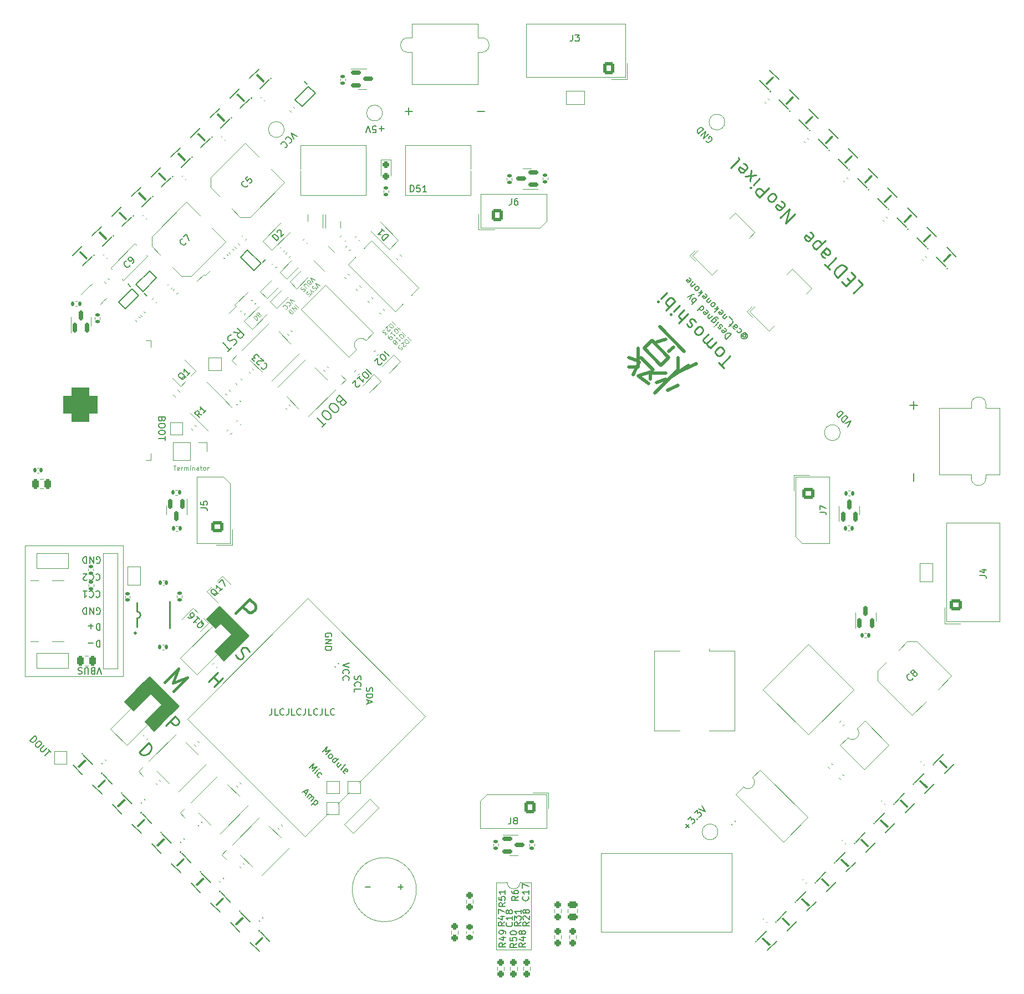
<source format=gbr>
%TF.GenerationSoftware,KiCad,Pcbnew,(6.0.11)*%
%TF.CreationDate,2023-10-13T19:34:53+09:00*%
%TF.ProjectId,ESP32,45535033-322e-46b6-9963-61645f706362,rev?*%
%TF.SameCoordinates,Original*%
%TF.FileFunction,Legend,Top*%
%TF.FilePolarity,Positive*%
%FSLAX46Y46*%
G04 Gerber Fmt 4.6, Leading zero omitted, Abs format (unit mm)*
G04 Created by KiCad (PCBNEW (6.0.11)) date 2023-10-13 19:34:53*
%MOMM*%
%LPD*%
G01*
G04 APERTURE LIST*
G04 Aperture macros list*
%AMRoundRect*
0 Rectangle with rounded corners*
0 $1 Rounding radius*
0 $2 $3 $4 $5 $6 $7 $8 $9 X,Y pos of 4 corners*
0 Add a 4 corners polygon primitive as box body*
4,1,4,$2,$3,$4,$5,$6,$7,$8,$9,$2,$3,0*
0 Add four circle primitives for the rounded corners*
1,1,$1+$1,$2,$3*
1,1,$1+$1,$4,$5*
1,1,$1+$1,$6,$7*
1,1,$1+$1,$8,$9*
0 Add four rect primitives between the rounded corners*
20,1,$1+$1,$2,$3,$4,$5,0*
20,1,$1+$1,$4,$5,$6,$7,0*
20,1,$1+$1,$6,$7,$8,$9,0*
20,1,$1+$1,$8,$9,$2,$3,0*%
%AMHorizOval*
0 Thick line with rounded ends*
0 $1 width*
0 $2 $3 position (X,Y) of the first rounded end (center of the circle)*
0 $4 $5 position (X,Y) of the second rounded end (center of the circle)*
0 Add line between two ends*
20,1,$1,$2,$3,$4,$5,0*
0 Add two circle primitives to create the rounded ends*
1,1,$1,$2,$3*
1,1,$1,$4,$5*%
%AMRotRect*
0 Rectangle, with rotation*
0 The origin of the aperture is its center*
0 $1 length*
0 $2 width*
0 $3 Rotation angle, in degrees counterclockwise*
0 Add horizontal line*
21,1,$1,$2,0,0,$3*%
%AMFreePoly0*
4,1,6,1.000000,0.000000,0.500000,-0.750000,-0.500000,-0.750000,-0.500000,0.750000,0.500000,0.750000,1.000000,0.000000,1.000000,0.000000,$1*%
%AMFreePoly1*
4,1,6,0.500000,-0.750000,-0.650000,-0.750000,-0.150000,0.000000,-0.650000,0.750000,0.500000,0.750000,0.500000,-0.750000,0.500000,-0.750000,$1*%
G04 Aperture macros list end*
%ADD10C,0.150000*%
%ADD11C,0.230000*%
%ADD12C,0.470000*%
%ADD13C,0.450000*%
%ADD14C,0.240000*%
%ADD15C,0.110000*%
%ADD16C,0.200000*%
%ADD17C,0.250000*%
%ADD18C,0.120000*%
%ADD19C,0.152000*%
%ADD20C,0.254000*%
%ADD21RoundRect,0.140000X-0.021213X0.219203X-0.219203X0.021213X0.021213X-0.219203X0.219203X-0.021213X0*%
%ADD22RoundRect,0.250000X0.675000X-0.600000X0.675000X0.600000X-0.675000X0.600000X-0.675000X-0.600000X0*%
%ADD23O,1.850000X1.700000*%
%ADD24RoundRect,0.237500X-0.237500X0.250000X-0.237500X-0.250000X0.237500X-0.250000X0.237500X0.250000X0*%
%ADD25RoundRect,0.150000X0.150000X-0.587500X0.150000X0.587500X-0.150000X0.587500X-0.150000X-0.587500X0*%
%ADD26RoundRect,0.150000X-0.583363X0.371231X0.371231X-0.583363X0.583363X-0.371231X-0.371231X0.583363X0*%
%ADD27RoundRect,0.140000X0.021213X-0.219203X0.219203X-0.021213X-0.021213X0.219203X-0.219203X0.021213X0*%
%ADD28RotRect,0.900000X0.700000X135.000000*%
%ADD29RotRect,1.800000X0.800000X135.000000*%
%ADD30R,1.500000X1.500000*%
%ADD31RoundRect,0.237500X0.035355X0.371231X-0.371231X-0.035355X-0.035355X-0.371231X0.371231X0.035355X0*%
%ADD32RoundRect,0.140000X-0.170000X0.140000X-0.170000X-0.140000X0.170000X-0.140000X0.170000X0.140000X0*%
%ADD33RoundRect,0.140000X0.219203X0.021213X0.021213X0.219203X-0.219203X-0.021213X-0.021213X-0.219203X0*%
%ADD34RoundRect,0.135000X-0.226274X-0.035355X-0.035355X-0.226274X0.226274X0.035355X0.035355X0.226274X0*%
%ADD35RoundRect,0.250000X0.600000X0.675000X-0.600000X0.675000X-0.600000X-0.675000X0.600000X-0.675000X0*%
%ADD36O,1.700000X1.850000*%
%ADD37RoundRect,0.135000X0.135000X0.185000X-0.135000X0.185000X-0.135000X-0.185000X0.135000X-0.185000X0*%
%ADD38RoundRect,0.135000X-0.035355X0.226274X-0.226274X0.035355X0.035355X-0.226274X0.226274X-0.035355X0*%
%ADD39RoundRect,0.135000X-0.185000X0.135000X-0.185000X-0.135000X0.185000X-0.135000X0.185000X0.135000X0*%
%ADD40RoundRect,0.135000X0.226274X0.035355X0.035355X0.226274X-0.226274X-0.035355X-0.035355X-0.226274X0*%
%ADD41RoundRect,0.250000X0.250000X0.475000X-0.250000X0.475000X-0.250000X-0.475000X0.250000X-0.475000X0*%
%ADD42RotRect,1.600000X1.400000X225.000000*%
%ADD43R,1.700000X1.700000*%
%ADD44O,1.700000X1.700000*%
%ADD45RotRect,0.900000X0.700000X315.000000*%
%ADD46RoundRect,0.237500X-0.035355X-0.371231X0.371231X0.035355X0.035355X0.371231X-0.371231X-0.035355X0*%
%ADD47RotRect,0.575000X0.620000X225.000000*%
%ADD48RoundRect,0.140000X-0.219203X-0.021213X-0.021213X-0.219203X0.219203X0.021213X0.021213X0.219203X0*%
%ADD49RotRect,0.900000X0.700000X45.000000*%
%ADD50RotRect,0.900000X0.700000X225.000000*%
%ADD51RotRect,0.900000X1.200000X135.000000*%
%ADD52C,1.524000*%
%ADD53RoundRect,0.250001X-1.979898X0.848528X0.848528X-1.979898X1.979898X-0.848528X-0.848528X1.979898X0*%
%ADD54R,4.000000X1.200000*%
%ADD55C,1.600000*%
%ADD56RoundRect,0.150000X0.521491X-0.309359X-0.309359X0.521491X-0.521491X0.309359X0.309359X-0.521491X0*%
%ADD57RoundRect,0.150000X-0.587500X-0.150000X0.587500X-0.150000X0.587500X0.150000X-0.587500X0.150000X0*%
%ADD58FreePoly0,90.000000*%
%ADD59FreePoly1,90.000000*%
%ADD60C,1.400000*%
%ADD61R,3.500000X3.500000*%
%ADD62C,3.500000*%
%ADD63RoundRect,0.140000X0.140000X0.170000X-0.140000X0.170000X-0.140000X-0.170000X0.140000X-0.170000X0*%
%ADD64RoundRect,0.135000X0.185000X-0.135000X0.185000X0.135000X-0.185000X0.135000X-0.185000X-0.135000X0*%
%ADD65RotRect,1.600000X1.600000X225.000000*%
%ADD66HorizOval,1.600000X0.000000X0.000000X0.000000X0.000000X0*%
%ADD67RoundRect,0.237500X0.237500X-0.250000X0.237500X0.250000X-0.237500X0.250000X-0.237500X-0.250000X0*%
%ADD68R,0.950000X1.150000*%
%ADD69R,0.400000X0.425000*%
%ADD70R,0.480000X0.800000*%
%ADD71RotRect,1.600000X1.600000X45.000000*%
%ADD72HorizOval,1.600000X0.000000X0.000000X0.000000X0.000000X0*%
%ADD73RoundRect,0.135000X0.035355X-0.226274X0.226274X-0.035355X-0.035355X0.226274X-0.226274X0.035355X0*%
%ADD74RotRect,1.800000X0.800000X45.000000*%
%ADD75RotRect,1.000000X1.000000X45.000000*%
%ADD76C,2.000000*%
%ADD77R,0.600000X1.500000*%
%ADD78R,2.800000X2.400000*%
%ADD79R,1.600000X1.600000*%
%ADD80O,1.600000X1.600000*%
%ADD81FreePoly0,270.000000*%
%ADD82FreePoly1,270.000000*%
%ADD83RoundRect,0.237500X0.380070X-0.044194X-0.044194X0.380070X-0.380070X0.044194X0.044194X-0.380070X0*%
%ADD84RoundRect,0.381000X-0.538815X0.000000X0.000000X-0.538815X0.538815X0.000000X0.000000X0.538815X0*%
%ADD85RoundRect,0.250001X-0.848528X-1.979898X1.979898X0.848528X0.848528X1.979898X-1.979898X-0.848528X0*%
%ADD86C,1.440000*%
%ADD87C,0.650000*%
%ADD88R,1.150000X0.600000*%
%ADD89R,1.150000X0.300000*%
%ADD90O,2.100000X1.000000*%
%ADD91O,1.800000X1.000000*%
%ADD92FreePoly0,180.000000*%
%ADD93FreePoly1,180.000000*%
%ADD94RotRect,1.800000X0.800000X315.000000*%
%ADD95RoundRect,0.425000X-0.601041X0.000000X0.000000X-0.601041X0.601041X0.000000X0.000000X0.601041X0*%
%ADD96C,1.700000*%
%ADD97RotRect,1.600000X1.400000X45.000000*%
%ADD98RoundRect,0.150000X-0.150000X0.587500X-0.150000X-0.587500X0.150000X-0.587500X0.150000X0.587500X0*%
%ADD99RoundRect,0.135000X-0.135000X-0.185000X0.135000X-0.185000X0.135000X0.185000X-0.135000X0.185000X0*%
%ADD100RoundRect,0.425000X0.000000X-0.601041X0.601041X0.000000X0.000000X0.601041X-0.601041X0.000000X0*%
%ADD101RoundRect,0.150000X0.587500X0.150000X-0.587500X0.150000X-0.587500X-0.150000X0.587500X-0.150000X0*%
%ADD102R,0.900000X1.500000*%
%ADD103R,1.500000X0.900000*%
%ADD104RoundRect,1.325000X1.325000X-1.325000X1.325000X1.325000X-1.325000X1.325000X-1.325000X-1.325000X0*%
%ADD105RotRect,2.200000X1.200000X225.000000*%
%ADD106RotRect,6.400000X5.800000X225.000000*%
%ADD107C,3.000000*%
%ADD108R,1.524000X1.524000*%
%ADD109RoundRect,0.250000X-0.600000X-0.675000X0.600000X-0.675000X0.600000X0.675000X-0.600000X0.675000X0*%
%ADD110RoundRect,0.200000X-0.335876X-0.053033X-0.053033X-0.335876X0.335876X0.053033X0.053033X0.335876X0*%
%ADD111RoundRect,0.237500X-0.237500X0.287500X-0.237500X-0.287500X0.237500X-0.287500X0.237500X0.287500X0*%
%ADD112RotRect,1.500000X1.500000X225.000000*%
%ADD113FreePoly0,225.000000*%
%ADD114FreePoly0,45.000000*%
%ADD115RotRect,1.400000X1.400000X45.000000*%
%ADD116RoundRect,0.250000X-0.250000X-0.475000X0.250000X-0.475000X0.250000X0.475000X-0.250000X0.475000X0*%
%ADD117RoundRect,0.250000X0.475000X-0.250000X0.475000X0.250000X-0.475000X0.250000X-0.475000X-0.250000X0*%
%ADD118RotRect,0.575000X0.620000X315.000000*%
%ADD119RoundRect,0.250000X-0.675000X0.600000X-0.675000X-0.600000X0.675000X-0.600000X0.675000X0.600000X0*%
%ADD120RoundRect,0.225000X0.250000X-0.225000X0.250000X0.225000X-0.250000X0.225000X-0.250000X-0.225000X0*%
%ADD121RotRect,0.900000X1.200000X45.000000*%
%ADD122RoundRect,0.225000X-0.017678X0.335876X-0.335876X0.017678X0.017678X-0.335876X0.335876X-0.017678X0*%
%ADD123RoundRect,0.150000X-0.309359X-0.521491X0.521491X0.309359X0.309359X0.521491X-0.521491X-0.309359X0*%
%ADD124RotRect,0.575000X0.620000X135.000000*%
G04 APERTURE END LIST*
D10*
X129300952Y-132442380D02*
X129300952Y-133156666D01*
X129253333Y-133299523D01*
X129158095Y-133394761D01*
X129015238Y-133442380D01*
X128920000Y-133442380D01*
X130253333Y-133442380D02*
X129777142Y-133442380D01*
X129777142Y-132442380D01*
X131158095Y-133347142D02*
X131110476Y-133394761D01*
X130967619Y-133442380D01*
X130872380Y-133442380D01*
X130729523Y-133394761D01*
X130634285Y-133299523D01*
X130586666Y-133204285D01*
X130539047Y-133013809D01*
X130539047Y-132870952D01*
X130586666Y-132680476D01*
X130634285Y-132585238D01*
X130729523Y-132490000D01*
X130872380Y-132442380D01*
X130967619Y-132442380D01*
X131110476Y-132490000D01*
X131158095Y-132537619D01*
X131872380Y-132442380D02*
X131872380Y-133156666D01*
X131824761Y-133299523D01*
X131729523Y-133394761D01*
X131586666Y-133442380D01*
X131491428Y-133442380D01*
X132824761Y-133442380D02*
X132348571Y-133442380D01*
X132348571Y-132442380D01*
X133729523Y-133347142D02*
X133681904Y-133394761D01*
X133539047Y-133442380D01*
X133443809Y-133442380D01*
X133300952Y-133394761D01*
X133205714Y-133299523D01*
X133158095Y-133204285D01*
X133110476Y-133013809D01*
X133110476Y-132870952D01*
X133158095Y-132680476D01*
X133205714Y-132585238D01*
X133300952Y-132490000D01*
X133443809Y-132442380D01*
X133539047Y-132442380D01*
X133681904Y-132490000D01*
X133729523Y-132537619D01*
X134443809Y-132442380D02*
X134443809Y-133156666D01*
X134396190Y-133299523D01*
X134300952Y-133394761D01*
X134158095Y-133442380D01*
X134062857Y-133442380D01*
X135396190Y-133442380D02*
X134920000Y-133442380D01*
X134920000Y-132442380D01*
X136300952Y-133347142D02*
X136253333Y-133394761D01*
X136110476Y-133442380D01*
X136015238Y-133442380D01*
X135872380Y-133394761D01*
X135777142Y-133299523D01*
X135729523Y-133204285D01*
X135681904Y-133013809D01*
X135681904Y-132870952D01*
X135729523Y-132680476D01*
X135777142Y-132585238D01*
X135872380Y-132490000D01*
X136015238Y-132442380D01*
X136110476Y-132442380D01*
X136253333Y-132490000D01*
X136300952Y-132537619D01*
X137015238Y-132442380D02*
X137015238Y-133156666D01*
X136967619Y-133299523D01*
X136872380Y-133394761D01*
X136729523Y-133442380D01*
X136634285Y-133442380D01*
X137967619Y-133442380D02*
X137491428Y-133442380D01*
X137491428Y-132442380D01*
X138872380Y-133347142D02*
X138824761Y-133394761D01*
X138681904Y-133442380D01*
X138586666Y-133442380D01*
X138443809Y-133394761D01*
X138348571Y-133299523D01*
X138300952Y-133204285D01*
X138253333Y-133013809D01*
X138253333Y-132870952D01*
X138300952Y-132680476D01*
X138348571Y-132585238D01*
X138443809Y-132490000D01*
X138586666Y-132442380D01*
X138681904Y-132442380D01*
X138824761Y-132490000D01*
X138872380Y-132537619D01*
D11*
X198327392Y-80446457D02*
X197519270Y-79638335D01*
X199337545Y-78628182D02*
X197923331Y-80042396D01*
X198260049Y-77550686D02*
X198327392Y-77752717D01*
X198327392Y-77887404D01*
X198260049Y-78089434D01*
X197855988Y-78493495D01*
X197653957Y-78560839D01*
X197519270Y-78560839D01*
X197317240Y-78493495D01*
X197115209Y-78291465D01*
X197047866Y-78089434D01*
X197047866Y-77954747D01*
X197115209Y-77752717D01*
X197519270Y-77348656D01*
X197721301Y-77281312D01*
X197855988Y-77281312D01*
X198058018Y-77348656D01*
X198260049Y-77550686D01*
X197182553Y-76473190D02*
X196239744Y-77415999D01*
X196374431Y-77281312D02*
X196239744Y-77281312D01*
X196037713Y-77213969D01*
X195835683Y-77011938D01*
X195768339Y-76809908D01*
X195835683Y-76607877D01*
X196576461Y-75867099D01*
X195835683Y-76607877D02*
X195633652Y-76675221D01*
X195431622Y-76607877D01*
X195229591Y-76405847D01*
X195162248Y-76203816D01*
X195229591Y-76001786D01*
X195970370Y-75261007D01*
X195094904Y-74385541D02*
X195162248Y-74587572D01*
X195162248Y-74722259D01*
X195094904Y-74924290D01*
X194690843Y-75328351D01*
X194488813Y-75395694D01*
X194354126Y-75395694D01*
X194152095Y-75328351D01*
X193950065Y-75126320D01*
X193882721Y-74924290D01*
X193882721Y-74789603D01*
X193950065Y-74587572D01*
X194354126Y-74183511D01*
X194556156Y-74116167D01*
X194690843Y-74116167D01*
X194892874Y-74183511D01*
X195094904Y-74385541D01*
X194017408Y-73442732D02*
X193950065Y-73240702D01*
X193680690Y-72971328D01*
X193478660Y-72903984D01*
X193276629Y-72971328D01*
X193209286Y-73038671D01*
X193141942Y-73240702D01*
X193209286Y-73442732D01*
X193411316Y-73644763D01*
X193478660Y-73846793D01*
X193411316Y-74048824D01*
X193343973Y-74116167D01*
X193141942Y-74183511D01*
X192939912Y-74116167D01*
X192737881Y-73914137D01*
X192670538Y-73712106D01*
X192872568Y-72163206D02*
X191458355Y-73577419D01*
X192266477Y-71557114D02*
X191525698Y-72297893D01*
X191458355Y-72499923D01*
X191525698Y-72701954D01*
X191727729Y-72903984D01*
X191929759Y-72971328D01*
X192064446Y-72971328D01*
X191593042Y-70883679D02*
X190650233Y-71826488D01*
X190178828Y-72297893D02*
X190313515Y-72297893D01*
X190313515Y-72163206D01*
X190178828Y-72163206D01*
X190178828Y-72297893D01*
X190313515Y-72163206D01*
X190919607Y-70210244D02*
X189505393Y-71624458D01*
X190044141Y-71085710D02*
X189842111Y-71018366D01*
X189572737Y-70748992D01*
X189505393Y-70546962D01*
X189505393Y-70412275D01*
X189572737Y-70210244D01*
X189976798Y-69806183D01*
X190178828Y-69738840D01*
X190313515Y-69738840D01*
X190515546Y-69806183D01*
X190784920Y-70075557D01*
X190852263Y-70277588D01*
X189640080Y-68930718D02*
X188697271Y-69873527D01*
X188225867Y-70344931D02*
X188360554Y-70344931D01*
X188360554Y-70210244D01*
X188225867Y-70210244D01*
X188225867Y-70344931D01*
X188360554Y-70210244D01*
D12*
X187564891Y-80745125D02*
X185679273Y-78859507D01*
X189921914Y-78859507D02*
X187329189Y-76266782D01*
X192278936Y-77916698D02*
X188507700Y-74145462D01*
X188743402Y-80038019D02*
X189921914Y-78859507D01*
X188743402Y-80038019D02*
X186150677Y-77445294D01*
X187329189Y-76266782D01*
X187800593Y-84280659D02*
X191336127Y-80745125D01*
X191336127Y-78859507D01*
X185207868Y-80273721D02*
X185207868Y-77445294D01*
X183793655Y-78859507D02*
X185207868Y-79330912D01*
X187093486Y-82159339D02*
X187093486Y-81216530D01*
X189450509Y-81216530D01*
X183793655Y-80273721D02*
X185207868Y-80273721D01*
X189921914Y-77916698D02*
X190629020Y-77209591D01*
X184500762Y-81452232D02*
X185443571Y-79566614D01*
X188036295Y-76502485D02*
X189450509Y-76031080D01*
X188036295Y-82630743D02*
X189450509Y-82159339D01*
X191571829Y-80980828D02*
X194164554Y-79802316D01*
X186857784Y-82866446D02*
X185207868Y-81687934D01*
X187329189Y-80980828D01*
X189686211Y-83809255D02*
X191336127Y-83102148D01*
X190157616Y-81923637D02*
X192986043Y-80038019D01*
D10*
X199444790Y-75323468D02*
X198737683Y-76030575D01*
X198569324Y-75862216D01*
X198501980Y-75727529D01*
X198501980Y-75592842D01*
X198535652Y-75491827D01*
X198636667Y-75323468D01*
X198737683Y-75222453D01*
X198906042Y-75121438D01*
X199007057Y-75087766D01*
X199141744Y-75087766D01*
X199276431Y-75155109D01*
X199444790Y-75323468D01*
X198434637Y-74380659D02*
X198535652Y-74414331D01*
X198670339Y-74549018D01*
X198704011Y-74650033D01*
X198670339Y-74751048D01*
X198400965Y-75020422D01*
X198299950Y-75054094D01*
X198198935Y-75020422D01*
X198064248Y-74885735D01*
X198030576Y-74784720D01*
X198064248Y-74683705D01*
X198131591Y-74616361D01*
X198535652Y-74885735D01*
X198131591Y-74077613D02*
X198097919Y-73976598D01*
X197963232Y-73841911D01*
X197862217Y-73808239D01*
X197761202Y-73841911D01*
X197727530Y-73875583D01*
X197693858Y-73976598D01*
X197727530Y-74077613D01*
X197828545Y-74178629D01*
X197862217Y-74279644D01*
X197828545Y-74380659D01*
X197794874Y-74414331D01*
X197693858Y-74448003D01*
X197592843Y-74414331D01*
X197491828Y-74313316D01*
X197458156Y-74212300D01*
X197559171Y-73437850D02*
X197087767Y-73909255D01*
X196852065Y-74144957D02*
X196919408Y-74144957D01*
X196919408Y-74077613D01*
X196852065Y-74077613D01*
X196852065Y-74144957D01*
X196919408Y-74077613D01*
X196448004Y-73269491D02*
X197020423Y-72697072D01*
X197121439Y-72663400D01*
X197188782Y-72663400D01*
X197289797Y-72697072D01*
X197390813Y-72798087D01*
X197424484Y-72899102D01*
X196885736Y-72831759D02*
X196986752Y-72865430D01*
X197121439Y-73000117D01*
X197155110Y-73101133D01*
X197155110Y-73168476D01*
X197121439Y-73269491D01*
X196919408Y-73471522D01*
X196818393Y-73505194D01*
X196751049Y-73505194D01*
X196650034Y-73471522D01*
X196515347Y-73336835D01*
X196481675Y-73235820D01*
X196111286Y-72932774D02*
X196582691Y-72461369D01*
X196178630Y-72865430D02*
X196111286Y-72865430D01*
X196010271Y-72831759D01*
X195909256Y-72730743D01*
X195875584Y-72629728D01*
X195909256Y-72528713D01*
X196279645Y-72158324D01*
X195639882Y-71585904D02*
X195740897Y-71619576D01*
X195875584Y-71754263D01*
X195909256Y-71855278D01*
X195875584Y-71956293D01*
X195606210Y-72225667D01*
X195505195Y-72259339D01*
X195404179Y-72225667D01*
X195269492Y-72090980D01*
X195235821Y-71989965D01*
X195269492Y-71888950D01*
X195336836Y-71821606D01*
X195740897Y-72090980D01*
X195033790Y-70912469D02*
X194326683Y-71619576D01*
X195000118Y-70946141D02*
X195101134Y-70979812D01*
X195235821Y-71114499D01*
X195269492Y-71215515D01*
X195269492Y-71282858D01*
X195235821Y-71383873D01*
X195033790Y-71585904D01*
X194932775Y-71619576D01*
X194865431Y-71619576D01*
X194764416Y-71585904D01*
X194629729Y-71451217D01*
X194596057Y-71350202D01*
X194158325Y-70037003D02*
X193451218Y-70744110D01*
X193720592Y-70474736D02*
X193619577Y-70441064D01*
X193484890Y-70306377D01*
X193451218Y-70205362D01*
X193451218Y-70138019D01*
X193484890Y-70037003D01*
X193686920Y-69834973D01*
X193787935Y-69801301D01*
X193855279Y-69801301D01*
X193956294Y-69834973D01*
X194090981Y-69969660D01*
X194124653Y-70070675D01*
X193114500Y-69935988D02*
X193417546Y-69296225D01*
X192777783Y-69599270D02*
X193417546Y-69296225D01*
X193653248Y-69195209D01*
X193720592Y-69195209D01*
X193821607Y-69228881D01*
X201206159Y-75481389D02*
X201206159Y-75548732D01*
X201239831Y-75649747D01*
X201307174Y-75717091D01*
X201408189Y-75750763D01*
X201475533Y-75750763D01*
X201576548Y-75717091D01*
X201643892Y-75649747D01*
X201677563Y-75548732D01*
X201677563Y-75481389D01*
X201643892Y-75380373D01*
X201576548Y-75313030D01*
X201475533Y-75279358D01*
X201408189Y-75279358D01*
X201138815Y-75548732D02*
X201408189Y-75279358D01*
X201408189Y-75212015D01*
X201374518Y-75178343D01*
X201273502Y-75144671D01*
X201172487Y-75178343D01*
X201004128Y-75346702D01*
X200970457Y-75515060D01*
X201004128Y-75683419D01*
X201105144Y-75851778D01*
X201273502Y-75952793D01*
X201441861Y-75986465D01*
X201610220Y-75952793D01*
X201778579Y-75851778D01*
X201879594Y-75683419D01*
X201913266Y-75515060D01*
X201879594Y-75346702D01*
X201778579Y-75178343D01*
X201610220Y-75077328D01*
X201441861Y-75043656D01*
X200734754Y-74403893D02*
X200835770Y-74437564D01*
X200970457Y-74572251D01*
X201004128Y-74673267D01*
X201004128Y-74740610D01*
X200970457Y-74841625D01*
X200768426Y-75043656D01*
X200667411Y-75077328D01*
X200600067Y-75077328D01*
X200499052Y-75043656D01*
X200364365Y-74908969D01*
X200330693Y-74807954D01*
X200162335Y-73764129D02*
X199791945Y-74134519D01*
X199758274Y-74235534D01*
X199791945Y-74336549D01*
X199926632Y-74471236D01*
X200027648Y-74504908D01*
X200128663Y-73797801D02*
X200229678Y-73831473D01*
X200398037Y-73999832D01*
X200431709Y-74100847D01*
X200398037Y-74201862D01*
X200330693Y-74269206D01*
X200229678Y-74302877D01*
X200128663Y-74269206D01*
X199960304Y-74100847D01*
X199859289Y-74067175D01*
X199455228Y-73999832D02*
X199185854Y-73730458D01*
X199118510Y-74134519D02*
X199724602Y-73528427D01*
X199758274Y-73427412D01*
X199724602Y-73326397D01*
X199657258Y-73259053D01*
X199657258Y-73124366D02*
X199118510Y-72585618D01*
X198411404Y-72956007D02*
X198882808Y-72484603D01*
X198478747Y-72888664D02*
X198411404Y-72888664D01*
X198310388Y-72854992D01*
X198209373Y-72753977D01*
X198175701Y-72652962D01*
X198209373Y-72551946D01*
X198579762Y-72181557D01*
X197939999Y-71609137D02*
X198041014Y-71642809D01*
X198175701Y-71777496D01*
X198209373Y-71878511D01*
X198175701Y-71979527D01*
X197906327Y-72248901D01*
X197805312Y-72282572D01*
X197704297Y-72248901D01*
X197569610Y-72114214D01*
X197535938Y-72013198D01*
X197569610Y-71912183D01*
X197636953Y-71844840D01*
X198041014Y-72114214D01*
X197636953Y-71238748D02*
X196929846Y-71945855D01*
X197300236Y-71440779D02*
X197367579Y-70969374D01*
X196896175Y-71440778D02*
X197434923Y-71440778D01*
X196963518Y-70565313D02*
X196997190Y-70666328D01*
X196997190Y-70733672D01*
X196963518Y-70834687D01*
X196761488Y-71036717D01*
X196660472Y-71070389D01*
X196593129Y-71070389D01*
X196492114Y-71036717D01*
X196391098Y-70935702D01*
X196357427Y-70834687D01*
X196357427Y-70767343D01*
X196391098Y-70666328D01*
X196593129Y-70464298D01*
X196694144Y-70430626D01*
X196761488Y-70430626D01*
X196862503Y-70464298D01*
X196963518Y-70565313D01*
X195953366Y-70497969D02*
X196424770Y-70026565D01*
X196020709Y-70430626D02*
X195953366Y-70430626D01*
X195852350Y-70396954D01*
X195751335Y-70295939D01*
X195717663Y-70194924D01*
X195751335Y-70093908D01*
X196121724Y-69723519D01*
X195481961Y-69151099D02*
X195582976Y-69184771D01*
X195717663Y-69319458D01*
X195751335Y-69420473D01*
X195717663Y-69521489D01*
X195448289Y-69790863D01*
X195347274Y-69824534D01*
X195246259Y-69790863D01*
X195111572Y-69656176D01*
X195077900Y-69555160D01*
X195111572Y-69454145D01*
X195178915Y-69386802D01*
X195582976Y-69656176D01*
X195178915Y-68780710D02*
X194471809Y-69487817D01*
X194842198Y-68982741D02*
X194909541Y-68511336D01*
X194438137Y-68982741D02*
X194976885Y-68982741D01*
X194505480Y-68107275D02*
X194539152Y-68208290D01*
X194539152Y-68275634D01*
X194505480Y-68376649D01*
X194303450Y-68578680D01*
X194202435Y-68612351D01*
X194135091Y-68612351D01*
X194034076Y-68578680D01*
X193933061Y-68477664D01*
X193899389Y-68376649D01*
X193899389Y-68309306D01*
X193933061Y-68208290D01*
X194135091Y-68006260D01*
X194236106Y-67972588D01*
X194303450Y-67972588D01*
X194404465Y-68006260D01*
X194505480Y-68107275D01*
X193495328Y-68039932D02*
X193966732Y-67568527D01*
X193562671Y-67972588D02*
X193495328Y-67972588D01*
X193394313Y-67938916D01*
X193293297Y-67837901D01*
X193259626Y-67736886D01*
X193293297Y-67635871D01*
X193663687Y-67265481D01*
X193023923Y-66693062D02*
X193124939Y-66726733D01*
X193259626Y-66861420D01*
X193293297Y-66962436D01*
X193259626Y-67063451D01*
X192990252Y-67332825D01*
X192889236Y-67366497D01*
X192788221Y-67332825D01*
X192653534Y-67198138D01*
X192619862Y-67097123D01*
X192653534Y-66996107D01*
X192720878Y-66928764D01*
X193124939Y-67198138D01*
G36*
X111133841Y-129864210D02*
G01*
X108196211Y-132801839D01*
X106818186Y-131423813D01*
X109755815Y-128486185D01*
X111133841Y-129864210D01*
G37*
X111133841Y-129864210D02*
X108196211Y-132801839D01*
X106818186Y-131423813D01*
X109755815Y-128486185D01*
X111133841Y-129864210D01*
G36*
X125011051Y-122138949D02*
G01*
X122005000Y-125145000D01*
X120623159Y-123763159D01*
X123629210Y-120757108D01*
X125011051Y-122138949D01*
G37*
X125011051Y-122138949D02*
X122005000Y-125145000D01*
X120623159Y-123763159D01*
X123629210Y-120757108D01*
X125011051Y-122138949D01*
G36*
X114325051Y-132886949D02*
G01*
X111319000Y-135893000D01*
X109937159Y-134511159D01*
X112943210Y-131505108D01*
X114325051Y-132886949D01*
G37*
X114325051Y-132886949D02*
X111319000Y-135893000D01*
X109937159Y-134511159D01*
X112943210Y-131505108D01*
X114325051Y-132886949D01*
G36*
X121819841Y-119116210D02*
G01*
X120742210Y-120193841D01*
X119364185Y-118815815D01*
X120441815Y-117738185D01*
X121819841Y-119116210D01*
G37*
X121819841Y-119116210D02*
X120742210Y-120193841D01*
X119364185Y-118815815D01*
X120441815Y-117738185D01*
X121819841Y-119116210D01*
G36*
X125828841Y-121329159D02*
G01*
X124646000Y-122512000D01*
X120153057Y-118019057D01*
X121335898Y-116836216D01*
X125828841Y-121329159D01*
G37*
X125828841Y-121329159D02*
X124646000Y-122512000D01*
X120153057Y-118019057D01*
X121335898Y-116836216D01*
X125828841Y-121329159D01*
G36*
X115142841Y-132077159D02*
G01*
X113960000Y-133260000D01*
X109467057Y-128767057D01*
X110649898Y-127584216D01*
X115142841Y-132077159D01*
G37*
X115142841Y-132077159D02*
X113960000Y-133260000D01*
X109467057Y-128767057D01*
X110649898Y-127584216D01*
X115142841Y-132077159D01*
X217275583Y-89430034D02*
X217746988Y-88487225D01*
X216804179Y-88958629D01*
X217275583Y-88015820D02*
X216568477Y-88722927D01*
X216400118Y-88554568D01*
X216332774Y-88419881D01*
X216332774Y-88285194D01*
X216366446Y-88184179D01*
X216467461Y-88015820D01*
X216568477Y-87914805D01*
X216736835Y-87813790D01*
X216837851Y-87780118D01*
X216972538Y-87780118D01*
X217107225Y-87847461D01*
X217275583Y-88015820D01*
X216568477Y-87308713D02*
X215861370Y-88015820D01*
X215693011Y-87847461D01*
X215625668Y-87712774D01*
X215625668Y-87578087D01*
X215659339Y-87477072D01*
X215760355Y-87308713D01*
X215861370Y-87207698D01*
X216029729Y-87106683D01*
X216130744Y-87073011D01*
X216265431Y-87073011D01*
X216400118Y-87140355D01*
X216568477Y-87308713D01*
X195615194Y-45712301D02*
X195648866Y-45813316D01*
X195749881Y-45914331D01*
X195884568Y-45981675D01*
X196019255Y-45981675D01*
X196120270Y-45948003D01*
X196288629Y-45846988D01*
X196389644Y-45745973D01*
X196490660Y-45577614D01*
X196524331Y-45476599D01*
X196524331Y-45341912D01*
X196456988Y-45207225D01*
X196389644Y-45139881D01*
X196254957Y-45072538D01*
X196187614Y-45072538D01*
X195951912Y-45308240D01*
X196086599Y-45442927D01*
X195951912Y-44702148D02*
X195244805Y-45409255D01*
X195547851Y-44298087D01*
X194840744Y-45005194D01*
X195211133Y-43961370D02*
X194504026Y-44668477D01*
X194335668Y-44500118D01*
X194268324Y-44365431D01*
X194268324Y-44230744D01*
X194301996Y-44129729D01*
X194403011Y-43961370D01*
X194504026Y-43860355D01*
X194672385Y-43759339D01*
X194773400Y-43725668D01*
X194908087Y-43725668D01*
X195042774Y-43793011D01*
X195211133Y-43961370D01*
X135043011Y-141532774D02*
X135750118Y-140825668D01*
X135480744Y-141566446D01*
X136221522Y-141297072D01*
X135514416Y-142004179D01*
X135851133Y-142340896D02*
X136322538Y-141869492D01*
X136558240Y-141633790D02*
X136490896Y-141633790D01*
X136490896Y-141701133D01*
X136558240Y-141701133D01*
X136558240Y-141633790D01*
X136490896Y-141701133D01*
X136524568Y-142946988D02*
X136423553Y-142913316D01*
X136288866Y-142778629D01*
X136255194Y-142677614D01*
X136255194Y-142610270D01*
X136288866Y-142509255D01*
X136490896Y-142307225D01*
X136591912Y-142273553D01*
X136659255Y-142273553D01*
X136760270Y-142307225D01*
X136894957Y-142441912D01*
X136928629Y-142542927D01*
D13*
X123804771Y-117874061D02*
X125926091Y-115752740D01*
X126734213Y-116560862D01*
X126835228Y-116863908D01*
X126835228Y-117065938D01*
X126734213Y-117368984D01*
X126431167Y-117672030D01*
X126128122Y-117773045D01*
X125926091Y-117773045D01*
X125623045Y-117672030D01*
X124814923Y-116863908D01*
D10*
X146425714Y-43858571D02*
X145663809Y-43858571D01*
X146044761Y-43477619D02*
X146044761Y-44239523D01*
X144711428Y-44477619D02*
X145187619Y-44477619D01*
X145235238Y-44001428D01*
X145187619Y-44049047D01*
X145092380Y-44096666D01*
X144854285Y-44096666D01*
X144759047Y-44049047D01*
X144711428Y-44001428D01*
X144663809Y-43906190D01*
X144663809Y-43668095D01*
X144711428Y-43572857D01*
X144759047Y-43525238D01*
X144854285Y-43477619D01*
X145092380Y-43477619D01*
X145187619Y-43525238D01*
X145235238Y-43572857D01*
X144378095Y-44477619D02*
X144044761Y-43477619D01*
X143711428Y-44477619D01*
D14*
X119636175Y-128355702D02*
X121050389Y-126941488D01*
X120376954Y-127614923D02*
X121185076Y-128423045D01*
X120444297Y-129163824D02*
X121858511Y-127749610D01*
D15*
X136638040Y-67860984D02*
X135978074Y-67531001D01*
X136308057Y-68190967D01*
X135695231Y-67860984D02*
X135600950Y-67908124D01*
X135483099Y-68025976D01*
X135459529Y-68096686D01*
X135459529Y-68143827D01*
X135483099Y-68214537D01*
X135530240Y-68261678D01*
X135600950Y-68285248D01*
X135648091Y-68285248D01*
X135718801Y-68261678D01*
X135836653Y-68190967D01*
X135907363Y-68167397D01*
X135954504Y-68167397D01*
X136025214Y-68190967D01*
X136072355Y-68238108D01*
X136095925Y-68308818D01*
X136095925Y-68355959D01*
X136072355Y-68426669D01*
X135954504Y-68544521D01*
X135860223Y-68591661D01*
X135318108Y-68662372D02*
X135082405Y-68426669D01*
X135742372Y-68756653D02*
X135318108Y-68662372D01*
X135412388Y-69086636D01*
X134799563Y-68756653D02*
X134705282Y-68803793D01*
X134587431Y-68921644D01*
X134563860Y-68992355D01*
X134563860Y-69039495D01*
X134587431Y-69110206D01*
X134634571Y-69157346D01*
X134705282Y-69180917D01*
X134752422Y-69180917D01*
X134823133Y-69157346D01*
X134940984Y-69086636D01*
X135011695Y-69063065D01*
X135058835Y-69063065D01*
X135129546Y-69086636D01*
X135176686Y-69133776D01*
X135200256Y-69204487D01*
X135200256Y-69251627D01*
X135176686Y-69322338D01*
X135058835Y-69440189D01*
X134964554Y-69487330D01*
X135900057Y-67005149D02*
X135240090Y-66675166D01*
X135570074Y-67335133D01*
X135004388Y-67429413D02*
X134910107Y-67476554D01*
X134862967Y-67476554D01*
X134792256Y-67452984D01*
X134721546Y-67382273D01*
X134697975Y-67311562D01*
X134697975Y-67264422D01*
X134721546Y-67193711D01*
X134910107Y-67005149D01*
X135405082Y-67500124D01*
X135240090Y-67665116D01*
X135169380Y-67688686D01*
X135122239Y-67688686D01*
X135051529Y-67665116D01*
X135004388Y-67617975D01*
X134980818Y-67547265D01*
X134980818Y-67500124D01*
X135004388Y-67429413D01*
X135169380Y-67264422D01*
X134910107Y-67995099D02*
X134509413Y-67594405D01*
X134438703Y-67570835D01*
X134391562Y-67570835D01*
X134320852Y-67594405D01*
X134226571Y-67688686D01*
X134203001Y-67759397D01*
X134203001Y-67806537D01*
X134226571Y-67877248D01*
X134627265Y-68277942D01*
X133943728Y-68018669D02*
X133849447Y-68065810D01*
X133731596Y-68183661D01*
X133708026Y-68254371D01*
X133708026Y-68301512D01*
X133731596Y-68372223D01*
X133778736Y-68419363D01*
X133849447Y-68442933D01*
X133896588Y-68442933D01*
X133967298Y-68419363D01*
X134085149Y-68348652D01*
X134155860Y-68325082D01*
X134203001Y-68325082D01*
X134273711Y-68348652D01*
X134320852Y-68395793D01*
X134344422Y-68466503D01*
X134344422Y-68513644D01*
X134320852Y-68584355D01*
X134203001Y-68702206D01*
X134108720Y-68749346D01*
D16*
X123411015Y-74949339D02*
X124269644Y-75100862D01*
X124017106Y-74343248D02*
X125077766Y-75403908D01*
X124673705Y-75807969D01*
X124522183Y-75858477D01*
X124421167Y-75858477D01*
X124269644Y-75807969D01*
X124118122Y-75656446D01*
X124067614Y-75504923D01*
X124067614Y-75403908D01*
X124118122Y-75252385D01*
X124522183Y-74848324D01*
X123057461Y-75403908D02*
X122855431Y-75504923D01*
X122602893Y-75757461D01*
X122552385Y-75908984D01*
X122552385Y-76010000D01*
X122602893Y-76161522D01*
X122703908Y-76262538D01*
X122855431Y-76313045D01*
X122956446Y-76313045D01*
X123107969Y-76262538D01*
X123360507Y-76111015D01*
X123512030Y-76060507D01*
X123613045Y-76060507D01*
X123764568Y-76111015D01*
X123865583Y-76212030D01*
X123916091Y-76363553D01*
X123916091Y-76464568D01*
X123865583Y-76616091D01*
X123613045Y-76868629D01*
X123411015Y-76969644D01*
X123158477Y-77323198D02*
X122552385Y-77929289D01*
X121794771Y-76565583D02*
X122855431Y-77626244D01*
D14*
X109039847Y-139109374D02*
X110454061Y-137695160D01*
X110790778Y-138031877D01*
X110925465Y-138301251D01*
X110925465Y-138570625D01*
X110858122Y-138772656D01*
X110656091Y-139109374D01*
X110454061Y-139311404D01*
X110117343Y-139513435D01*
X109915312Y-139580778D01*
X109645938Y-139580778D01*
X109376564Y-139446091D01*
X109039847Y-139109374D01*
X123763519Y-124248358D02*
X123898206Y-124517732D01*
X124234923Y-124854450D01*
X124436954Y-124921793D01*
X124571641Y-124921793D01*
X124773671Y-124854450D01*
X124908358Y-124719763D01*
X124975702Y-124517732D01*
X124975702Y-124383045D01*
X124908358Y-124181015D01*
X124706328Y-123844297D01*
X124638984Y-123642267D01*
X124638984Y-123507580D01*
X124706328Y-123305549D01*
X124841015Y-123170862D01*
X125043045Y-123103519D01*
X125177732Y-123103519D01*
X125379763Y-123170862D01*
X125716480Y-123507580D01*
X125851167Y-123776954D01*
D17*
X218873266Y-66963740D02*
X219546701Y-67637175D01*
X218132488Y-69051388D01*
X217661083Y-67233114D02*
X217189679Y-66761709D01*
X217728427Y-65818900D02*
X218401862Y-66492335D01*
X216987648Y-67906549D01*
X216314213Y-67233114D01*
X217122335Y-65212809D02*
X215708122Y-66627022D01*
X215371404Y-66290305D01*
X215236717Y-66020931D01*
X215236717Y-65751557D01*
X215304061Y-65549526D01*
X215506091Y-65212809D01*
X215708122Y-65010778D01*
X216044839Y-64808748D01*
X216246870Y-64741404D01*
X216516244Y-64741404D01*
X216785618Y-64876091D01*
X217122335Y-65212809D01*
X214495938Y-65414839D02*
X213687816Y-64606717D01*
X215506091Y-63596564D02*
X214091877Y-65010778D01*
X214024534Y-62115007D02*
X213283755Y-62855786D01*
X213216412Y-63057816D01*
X213283755Y-63259847D01*
X213553129Y-63529221D01*
X213755160Y-63596564D01*
X213957190Y-62182351D02*
X214159221Y-62249694D01*
X214495938Y-62586412D01*
X214563282Y-62788442D01*
X214495938Y-62990473D01*
X214361251Y-63125160D01*
X214159221Y-63192503D01*
X213957190Y-63125160D01*
X213620473Y-62788442D01*
X213418442Y-62721099D01*
X212408290Y-62384381D02*
X213822503Y-60970168D01*
X212475633Y-62317038D02*
X212273603Y-62249694D01*
X212004229Y-61980320D01*
X211936885Y-61778290D01*
X211936885Y-61643603D01*
X212004229Y-61441572D01*
X212408290Y-61037511D01*
X212610320Y-60970168D01*
X212745007Y-60970168D01*
X212947038Y-61037511D01*
X213216412Y-61306885D01*
X213283755Y-61508916D01*
X211465481Y-59690641D02*
X211667511Y-59757985D01*
X211936885Y-60027359D01*
X212004229Y-60229389D01*
X211936885Y-60431420D01*
X211398137Y-60970168D01*
X211196107Y-61037511D01*
X210994076Y-60970168D01*
X210724702Y-60700794D01*
X210657359Y-60498763D01*
X210724702Y-60296733D01*
X210859389Y-60162046D01*
X211667511Y-60700794D01*
D10*
X146487225Y-77913011D02*
X147194331Y-78620118D01*
X146722927Y-79091522D02*
X146588240Y-79226209D01*
X146487225Y-79259881D01*
X146352538Y-79259881D01*
X146184179Y-79158866D01*
X145948477Y-78923164D01*
X145847461Y-78754805D01*
X145847461Y-78620118D01*
X145881133Y-78519103D01*
X146015820Y-78384416D01*
X146116835Y-78350744D01*
X146251522Y-78350744D01*
X146419881Y-78451759D01*
X146655583Y-78687461D01*
X146756599Y-78855820D01*
X146756599Y-78990507D01*
X146722927Y-79091522D01*
X146083164Y-79596599D02*
X146083164Y-79663942D01*
X146049492Y-79764957D01*
X145881133Y-79933316D01*
X145780118Y-79966988D01*
X145712774Y-79966988D01*
X145611759Y-79933316D01*
X145544416Y-79865973D01*
X145477072Y-79731286D01*
X145477072Y-78923164D01*
X145039339Y-79360896D01*
X143783942Y-80646294D02*
X144491049Y-81353400D01*
X144019644Y-81824805D02*
X143884957Y-81959492D01*
X143783942Y-81993164D01*
X143649255Y-81993164D01*
X143480896Y-81892148D01*
X143245194Y-81656446D01*
X143144179Y-81488087D01*
X143144179Y-81353400D01*
X143177851Y-81252385D01*
X143312538Y-81117698D01*
X143413553Y-81084026D01*
X143548240Y-81084026D01*
X143716599Y-81185042D01*
X143952301Y-81420744D01*
X144053316Y-81589103D01*
X144053316Y-81723790D01*
X144019644Y-81824805D01*
X142336057Y-82094179D02*
X142740118Y-81690118D01*
X142538087Y-81892148D02*
X143245194Y-82599255D01*
X143211522Y-82430896D01*
X143211522Y-82296209D01*
X143245194Y-82195194D01*
X142706446Y-83003316D02*
X142706446Y-83070660D01*
X142672774Y-83171675D01*
X142504416Y-83340034D01*
X142403400Y-83373705D01*
X142336057Y-83373705D01*
X142235042Y-83340034D01*
X142167698Y-83272690D01*
X142100355Y-83138003D01*
X142100355Y-82329881D01*
X141662622Y-82767614D01*
D18*
X114253333Y-95366666D02*
X114653333Y-95366666D01*
X114453333Y-96066666D02*
X114453333Y-95366666D01*
X115153333Y-96033333D02*
X115086666Y-96066666D01*
X114953333Y-96066666D01*
X114886666Y-96033333D01*
X114853333Y-95966666D01*
X114853333Y-95700000D01*
X114886666Y-95633333D01*
X114953333Y-95600000D01*
X115086666Y-95600000D01*
X115153333Y-95633333D01*
X115186666Y-95700000D01*
X115186666Y-95766666D01*
X114853333Y-95833333D01*
X115486666Y-96066666D02*
X115486666Y-95600000D01*
X115486666Y-95733333D02*
X115520000Y-95666666D01*
X115553333Y-95633333D01*
X115620000Y-95600000D01*
X115686666Y-95600000D01*
X115920000Y-96066666D02*
X115920000Y-95600000D01*
X115920000Y-95666666D02*
X115953333Y-95633333D01*
X116020000Y-95600000D01*
X116120000Y-95600000D01*
X116186666Y-95633333D01*
X116220000Y-95700000D01*
X116220000Y-96066666D01*
X116220000Y-95700000D02*
X116253333Y-95633333D01*
X116320000Y-95600000D01*
X116420000Y-95600000D01*
X116486666Y-95633333D01*
X116520000Y-95700000D01*
X116520000Y-96066666D01*
X116853333Y-96066666D02*
X116853333Y-95600000D01*
X116853333Y-95366666D02*
X116820000Y-95400000D01*
X116853333Y-95433333D01*
X116886666Y-95400000D01*
X116853333Y-95366666D01*
X116853333Y-95433333D01*
X117186666Y-95600000D02*
X117186666Y-96066666D01*
X117186666Y-95666666D02*
X117220000Y-95633333D01*
X117286666Y-95600000D01*
X117386666Y-95600000D01*
X117453333Y-95633333D01*
X117486666Y-95700000D01*
X117486666Y-96066666D01*
X118120000Y-96066666D02*
X118120000Y-95700000D01*
X118086666Y-95633333D01*
X118020000Y-95600000D01*
X117886666Y-95600000D01*
X117820000Y-95633333D01*
X118120000Y-96033333D02*
X118053333Y-96066666D01*
X117886666Y-96066666D01*
X117820000Y-96033333D01*
X117786666Y-95966666D01*
X117786666Y-95900000D01*
X117820000Y-95833333D01*
X117886666Y-95800000D01*
X118053333Y-95800000D01*
X118120000Y-95766666D01*
X118353333Y-95600000D02*
X118620000Y-95600000D01*
X118453333Y-95366666D02*
X118453333Y-95966666D01*
X118486666Y-96033333D01*
X118553333Y-96066666D01*
X118620000Y-96066666D01*
X118953333Y-96066666D02*
X118886666Y-96033333D01*
X118853333Y-96000000D01*
X118820000Y-95933333D01*
X118820000Y-95733333D01*
X118853333Y-95666666D01*
X118886666Y-95633333D01*
X118953333Y-95600000D01*
X119053333Y-95600000D01*
X119120000Y-95633333D01*
X119153333Y-95666666D01*
X119186666Y-95733333D01*
X119186666Y-95933333D01*
X119153333Y-96000000D01*
X119120000Y-96033333D01*
X119053333Y-96066666D01*
X118953333Y-96066666D01*
X119486666Y-96066666D02*
X119486666Y-95600000D01*
X119486666Y-95733333D02*
X119520000Y-95666666D01*
X119553333Y-95633333D01*
X119620000Y-95600000D01*
X119686666Y-95600000D01*
D10*
X112541428Y-88282857D02*
X112493809Y-88425714D01*
X112446190Y-88473333D01*
X112350952Y-88520952D01*
X112208095Y-88520952D01*
X112112857Y-88473333D01*
X112065238Y-88425714D01*
X112017619Y-88330476D01*
X112017619Y-87949523D01*
X113017619Y-87949523D01*
X113017619Y-88282857D01*
X112970000Y-88378095D01*
X112922380Y-88425714D01*
X112827142Y-88473333D01*
X112731904Y-88473333D01*
X112636666Y-88425714D01*
X112589047Y-88378095D01*
X112541428Y-88282857D01*
X112541428Y-87949523D01*
X113017619Y-89140000D02*
X113017619Y-89330476D01*
X112970000Y-89425714D01*
X112874761Y-89520952D01*
X112684285Y-89568571D01*
X112350952Y-89568571D01*
X112160476Y-89520952D01*
X112065238Y-89425714D01*
X112017619Y-89330476D01*
X112017619Y-89140000D01*
X112065238Y-89044761D01*
X112160476Y-88949523D01*
X112350952Y-88901904D01*
X112684285Y-88901904D01*
X112874761Y-88949523D01*
X112970000Y-89044761D01*
X113017619Y-89140000D01*
X113017619Y-90187619D02*
X113017619Y-90378095D01*
X112970000Y-90473333D01*
X112874761Y-90568571D01*
X112684285Y-90616190D01*
X112350952Y-90616190D01*
X112160476Y-90568571D01*
X112065238Y-90473333D01*
X112017619Y-90378095D01*
X112017619Y-90187619D01*
X112065238Y-90092380D01*
X112160476Y-89997142D01*
X112350952Y-89949523D01*
X112684285Y-89949523D01*
X112874761Y-89997142D01*
X112970000Y-90092380D01*
X113017619Y-90187619D01*
X113017619Y-90901904D02*
X113017619Y-91473333D01*
X112017619Y-91187619D02*
X113017619Y-91187619D01*
D16*
X139835228Y-85536294D02*
X139633198Y-85637309D01*
X139532183Y-85637309D01*
X139380660Y-85586801D01*
X139229137Y-85435278D01*
X139178629Y-85283755D01*
X139178629Y-85182740D01*
X139229137Y-85031217D01*
X139633198Y-84627156D01*
X140693858Y-85687816D01*
X140340305Y-86041370D01*
X140188782Y-86091877D01*
X140087766Y-86091877D01*
X139936244Y-86041370D01*
X139835228Y-85940355D01*
X139784721Y-85788832D01*
X139784721Y-85687816D01*
X139835228Y-85536294D01*
X140188782Y-85182740D01*
X139431167Y-86950507D02*
X139229137Y-87152538D01*
X139077614Y-87203045D01*
X138875583Y-87203045D01*
X138623045Y-87051522D01*
X138269492Y-86697969D01*
X138117969Y-86445431D01*
X138117969Y-86243400D01*
X138168477Y-86091877D01*
X138370507Y-85889847D01*
X138522030Y-85839339D01*
X138724061Y-85839339D01*
X138976599Y-85990862D01*
X139330152Y-86344416D01*
X139481675Y-86596954D01*
X139481675Y-86798984D01*
X139431167Y-86950507D01*
X138320000Y-88061675D02*
X138117969Y-88263705D01*
X137966446Y-88314213D01*
X137764416Y-88314213D01*
X137511877Y-88162690D01*
X137158324Y-87809137D01*
X137006801Y-87556599D01*
X137006801Y-87354568D01*
X137057309Y-87203045D01*
X137259339Y-87001015D01*
X137410862Y-86950507D01*
X137612893Y-86950507D01*
X137865431Y-87102030D01*
X138218984Y-87455583D01*
X138370507Y-87708122D01*
X138370507Y-87910152D01*
X138320000Y-88061675D01*
X137562385Y-88819289D02*
X136956294Y-89425381D01*
X136198679Y-88061675D02*
X137259339Y-89122335D01*
D15*
X150012123Y-75750769D02*
X150507098Y-76245744D01*
X150177115Y-76575727D02*
X150082834Y-76670008D01*
X150012123Y-76693578D01*
X149917842Y-76693578D01*
X149799991Y-76622868D01*
X149635000Y-76457876D01*
X149564289Y-76340025D01*
X149564289Y-76245744D01*
X149587859Y-76175033D01*
X149682140Y-76080753D01*
X149752851Y-76057182D01*
X149847132Y-76057182D01*
X149964983Y-76127893D01*
X150129974Y-76292885D01*
X150200685Y-76410736D01*
X150200685Y-76505017D01*
X150177115Y-76575727D01*
X149729281Y-76929281D02*
X149729281Y-76976421D01*
X149705710Y-77047132D01*
X149587859Y-77164983D01*
X149517149Y-77188553D01*
X149470008Y-77188553D01*
X149399297Y-77164983D01*
X149352157Y-77117842D01*
X149305017Y-77023562D01*
X149305017Y-76457876D01*
X148998604Y-76764289D01*
X149045744Y-77707098D02*
X149281446Y-77471396D01*
X149069314Y-77212123D01*
X149069314Y-77259264D01*
X149045744Y-77329974D01*
X148927893Y-77447826D01*
X148857182Y-77471396D01*
X148810042Y-77471396D01*
X148739331Y-77447826D01*
X148621480Y-77329974D01*
X148597910Y-77259264D01*
X148597910Y-77212123D01*
X148621480Y-77141413D01*
X148739331Y-77023562D01*
X148810042Y-76999991D01*
X148857182Y-76999991D01*
X149215214Y-74953860D02*
X149710189Y-75448835D01*
X149380206Y-75778818D02*
X149285925Y-75873099D01*
X149215214Y-75896669D01*
X149120933Y-75896669D01*
X149003082Y-75825959D01*
X148838091Y-75660967D01*
X148767380Y-75543116D01*
X148767380Y-75448835D01*
X148790950Y-75378124D01*
X148885231Y-75283844D01*
X148955942Y-75260273D01*
X149050223Y-75260273D01*
X149168074Y-75330984D01*
X149333065Y-75495976D01*
X149403776Y-75613827D01*
X149403776Y-75708108D01*
X149380206Y-75778818D01*
X148201695Y-75967380D02*
X148484537Y-75684537D01*
X148343116Y-75825959D02*
X148838091Y-76320933D01*
X148814521Y-76203082D01*
X148814521Y-76108801D01*
X148838091Y-76038091D01*
X148201695Y-76533065D02*
X148272405Y-76509495D01*
X148319546Y-76509495D01*
X148390256Y-76533065D01*
X148413827Y-76556636D01*
X148437397Y-76627346D01*
X148437397Y-76674487D01*
X148413827Y-76745198D01*
X148319546Y-76839478D01*
X148248835Y-76863049D01*
X148201695Y-76863049D01*
X148130984Y-76839478D01*
X148107414Y-76815908D01*
X148083844Y-76745198D01*
X148083844Y-76698057D01*
X148107414Y-76627346D01*
X148201695Y-76533065D01*
X148225265Y-76462355D01*
X148225265Y-76415214D01*
X148201695Y-76344504D01*
X148107414Y-76250223D01*
X148036703Y-76226653D01*
X147989563Y-76226653D01*
X147918852Y-76250223D01*
X147824571Y-76344504D01*
X147801001Y-76415214D01*
X147801001Y-76462355D01*
X147824571Y-76533065D01*
X147918852Y-76627346D01*
X147989563Y-76650917D01*
X148036703Y-76650917D01*
X148107414Y-76627346D01*
X148418305Y-74156951D02*
X148913280Y-74651926D01*
X148583297Y-74981909D02*
X148489016Y-75076190D01*
X148418305Y-75099760D01*
X148324024Y-75099760D01*
X148206173Y-75029050D01*
X148041182Y-74864058D01*
X147970471Y-74746207D01*
X147970471Y-74651926D01*
X147994041Y-74581215D01*
X148088322Y-74486935D01*
X148159033Y-74463364D01*
X148253314Y-74463364D01*
X148371165Y-74534075D01*
X148536156Y-74699067D01*
X148606867Y-74816918D01*
X148606867Y-74911199D01*
X148583297Y-74981909D01*
X147404786Y-75170471D02*
X147687628Y-74887628D01*
X147546207Y-75029050D02*
X148041182Y-75524024D01*
X148017612Y-75406173D01*
X148017612Y-75311892D01*
X148041182Y-75241182D01*
X147169083Y-75406173D02*
X147074802Y-75500454D01*
X147051232Y-75571165D01*
X147051232Y-75618305D01*
X147074802Y-75736156D01*
X147145513Y-75854008D01*
X147334075Y-76042569D01*
X147404786Y-76066140D01*
X147451926Y-76066140D01*
X147522637Y-76042569D01*
X147616918Y-75948289D01*
X147640488Y-75877578D01*
X147640488Y-75830437D01*
X147616918Y-75759727D01*
X147499067Y-75641876D01*
X147428356Y-75618305D01*
X147381215Y-75618305D01*
X147310505Y-75641876D01*
X147216224Y-75736156D01*
X147192654Y-75806867D01*
X147192654Y-75854008D01*
X147216224Y-75924718D01*
X147621396Y-73360042D02*
X148116371Y-73855017D01*
X147786388Y-74185000D02*
X147692107Y-74279281D01*
X147621396Y-74302851D01*
X147527115Y-74302851D01*
X147409264Y-74232141D01*
X147244273Y-74067149D01*
X147173562Y-73949298D01*
X147173562Y-73855017D01*
X147197132Y-73784306D01*
X147291413Y-73690026D01*
X147362124Y-73666455D01*
X147456405Y-73666455D01*
X147574256Y-73737166D01*
X147739247Y-73902158D01*
X147809958Y-74020009D01*
X147809958Y-74114290D01*
X147786388Y-74185000D01*
X147338554Y-74538554D02*
X147338554Y-74585694D01*
X147314983Y-74656405D01*
X147197132Y-74774256D01*
X147126422Y-74797826D01*
X147079281Y-74797826D01*
X147008570Y-74774256D01*
X146961430Y-74727115D01*
X146914290Y-74632835D01*
X146914290Y-74067149D01*
X146607877Y-74373562D01*
X146937860Y-75033528D02*
X146631447Y-75339941D01*
X146607877Y-74986388D01*
X146537166Y-75057099D01*
X146466455Y-75080669D01*
X146419315Y-75080669D01*
X146348604Y-75057099D01*
X146230753Y-74939247D01*
X146207183Y-74868537D01*
X146207183Y-74821396D01*
X146230753Y-74750686D01*
X146372174Y-74609264D01*
X146442885Y-74585694D01*
X146490026Y-74585694D01*
D10*
X133160034Y-45054416D02*
X132217225Y-44583011D01*
X132688629Y-45525820D01*
X131409103Y-45525820D02*
X131409103Y-45458477D01*
X131476446Y-45323790D01*
X131543790Y-45256446D01*
X131678477Y-45189103D01*
X131813164Y-45189103D01*
X131914179Y-45222774D01*
X132082538Y-45323790D01*
X132183553Y-45424805D01*
X132284568Y-45593164D01*
X132318240Y-45694179D01*
X132318240Y-45828866D01*
X132250896Y-45963553D01*
X132183553Y-46030896D01*
X132048866Y-46098240D01*
X131981522Y-46098240D01*
X130701996Y-46232927D02*
X130701996Y-46165583D01*
X130769339Y-46030896D01*
X130836683Y-45963553D01*
X130971370Y-45896209D01*
X131106057Y-45896209D01*
X131207072Y-45929881D01*
X131375431Y-46030896D01*
X131476446Y-46131912D01*
X131577461Y-46300270D01*
X131611133Y-46401286D01*
X131611133Y-46535973D01*
X131543790Y-46670660D01*
X131476446Y-46738003D01*
X131341759Y-46805347D01*
X131274416Y-46805347D01*
X134222503Y-145138206D02*
X134559221Y-145474923D01*
X133953129Y-145272893D02*
X134895938Y-144801488D01*
X134424534Y-145744297D01*
X134660236Y-145980000D02*
X135131641Y-145508595D01*
X135064297Y-145575938D02*
X135131641Y-145575938D01*
X135232656Y-145609610D01*
X135333671Y-145710625D01*
X135367343Y-145811641D01*
X135333671Y-145912656D01*
X134963282Y-146283045D01*
X135333671Y-145912656D02*
X135434687Y-145878984D01*
X135535702Y-145912656D01*
X135636717Y-146013671D01*
X135670389Y-146114687D01*
X135636717Y-146215702D01*
X135266328Y-146586091D01*
X136074450Y-146451404D02*
X135367343Y-147158511D01*
X136040778Y-146485076D02*
X136141793Y-146518748D01*
X136276480Y-146653435D01*
X136310152Y-146754450D01*
X136310152Y-146821793D01*
X136276480Y-146922809D01*
X136074450Y-147124839D01*
X135973435Y-147158511D01*
X135906091Y-147158511D01*
X135805076Y-147124839D01*
X135670389Y-146990152D01*
X135636717Y-146889137D01*
X92394771Y-137334534D02*
X93101877Y-136627427D01*
X93270236Y-136795786D01*
X93337580Y-136930473D01*
X93337580Y-137065160D01*
X93303908Y-137166175D01*
X93202893Y-137334534D01*
X93101877Y-137435549D01*
X92933519Y-137536564D01*
X92832503Y-137570236D01*
X92697816Y-137570236D01*
X92563129Y-137502893D01*
X92394771Y-137334534D01*
X93943671Y-137469221D02*
X94078358Y-137603908D01*
X94112030Y-137704923D01*
X94112030Y-137839610D01*
X94011015Y-138007969D01*
X93775312Y-138243671D01*
X93606954Y-138344687D01*
X93472267Y-138344687D01*
X93371251Y-138311015D01*
X93236564Y-138176328D01*
X93202893Y-138075312D01*
X93202893Y-137940625D01*
X93303908Y-137772267D01*
X93539610Y-137536564D01*
X93707969Y-137435549D01*
X93842656Y-137435549D01*
X93943671Y-137469221D01*
X94549763Y-138075312D02*
X93977343Y-138647732D01*
X93943671Y-138748748D01*
X93943671Y-138816091D01*
X93977343Y-138917106D01*
X94112030Y-139051793D01*
X94213045Y-139085465D01*
X94280389Y-139085465D01*
X94381404Y-139051793D01*
X94953824Y-138479374D01*
X95189526Y-138715076D02*
X95593587Y-139119137D01*
X94684450Y-139624213D02*
X95391557Y-138917106D01*
X137076530Y-139016294D02*
X137783637Y-138309187D01*
X137514263Y-139049965D01*
X138255042Y-138780591D01*
X137547935Y-139487698D01*
X137985668Y-139925431D02*
X137951996Y-139824416D01*
X137951996Y-139757072D01*
X137985668Y-139656057D01*
X138187698Y-139454026D01*
X138288713Y-139420355D01*
X138356057Y-139420355D01*
X138457072Y-139454026D01*
X138558087Y-139555042D01*
X138591759Y-139656057D01*
X138591759Y-139723400D01*
X138558087Y-139824416D01*
X138356057Y-140026446D01*
X138255042Y-140060118D01*
X138187698Y-140060118D01*
X138086683Y-140026446D01*
X137985668Y-139925431D01*
X138827461Y-140767225D02*
X139534568Y-140060118D01*
X138861133Y-140733553D02*
X138760118Y-140699881D01*
X138625431Y-140565194D01*
X138591759Y-140464179D01*
X138591759Y-140396835D01*
X138625431Y-140295820D01*
X138827461Y-140093790D01*
X138928477Y-140060118D01*
X138995820Y-140060118D01*
X139096835Y-140093790D01*
X139231522Y-140228477D01*
X139265194Y-140329492D01*
X139938629Y-140935583D02*
X139467225Y-141406988D01*
X139635583Y-140632538D02*
X139265194Y-141002927D01*
X139231522Y-141103942D01*
X139265194Y-141204957D01*
X139366209Y-141305973D01*
X139467225Y-141339644D01*
X139534568Y-141339644D01*
X139904957Y-141844721D02*
X139871286Y-141743705D01*
X139904957Y-141642690D01*
X140511049Y-141036599D01*
X140477377Y-142349797D02*
X140376362Y-142316125D01*
X140241675Y-142181438D01*
X140208003Y-142080423D01*
X140241675Y-141979408D01*
X140511049Y-141710034D01*
X140612064Y-141676362D01*
X140713079Y-141710034D01*
X140847766Y-141844721D01*
X140881438Y-141945736D01*
X140847766Y-142046751D01*
X140780423Y-142114095D01*
X140376362Y-141844721D01*
D17*
X209172403Y-56932877D02*
X207758190Y-58347090D01*
X208364281Y-56124755D01*
X206950068Y-57538968D01*
X207084755Y-54979915D02*
X207286785Y-55047259D01*
X207556159Y-55316633D01*
X207623503Y-55518663D01*
X207556159Y-55720694D01*
X207017411Y-56259442D01*
X206815381Y-56326785D01*
X206613350Y-56259442D01*
X206343976Y-55990068D01*
X206276633Y-55788037D01*
X206343976Y-55586007D01*
X206478663Y-55451320D01*
X207286785Y-55990068D01*
X206276633Y-54037106D02*
X206343976Y-54239137D01*
X206343976Y-54373824D01*
X206276633Y-54575854D01*
X205872572Y-54979915D01*
X205670541Y-55047259D01*
X205535854Y-55047259D01*
X205333824Y-54979915D01*
X205131793Y-54777885D01*
X205064450Y-54575854D01*
X205064450Y-54441167D01*
X205131793Y-54239137D01*
X205535854Y-53835076D01*
X205737885Y-53767732D01*
X205872572Y-53767732D01*
X206074602Y-53835076D01*
X206276633Y-54037106D01*
X205199137Y-52959610D02*
X203784923Y-54373824D01*
X203246175Y-53835076D01*
X203178832Y-53633045D01*
X203178832Y-53498358D01*
X203246175Y-53296328D01*
X203448206Y-53094297D01*
X203650236Y-53026954D01*
X203784923Y-53026954D01*
X203986954Y-53094297D01*
X204525702Y-53633045D01*
X203784923Y-51545397D02*
X202842114Y-52488206D01*
X202370710Y-52959610D02*
X202505397Y-52959610D01*
X202505397Y-52824923D01*
X202370710Y-52824923D01*
X202370710Y-52959610D01*
X202505397Y-52824923D01*
X203246175Y-51006649D02*
X201562588Y-51208679D01*
X202303366Y-51949458D02*
X202505397Y-50265870D01*
X201360557Y-49255718D02*
X201562588Y-49323061D01*
X201831962Y-49592435D01*
X201899305Y-49794466D01*
X201831962Y-49996496D01*
X201293214Y-50535244D01*
X201091183Y-50602588D01*
X200889153Y-50535244D01*
X200619779Y-50265870D01*
X200552435Y-50063840D01*
X200619779Y-49861809D01*
X200754466Y-49727122D01*
X201562588Y-50265870D01*
X200552435Y-48312909D02*
X200619779Y-48514939D01*
X200552435Y-48716970D01*
X199340252Y-49929153D01*
D15*
X132861297Y-70707777D02*
X133356272Y-71202752D01*
X132625595Y-70943480D02*
X133120570Y-71438455D01*
X132342752Y-71226322D01*
X132837727Y-71721297D01*
X132107050Y-71462025D02*
X132602025Y-71956999D01*
X132484174Y-72074851D01*
X132389893Y-72121991D01*
X132295612Y-72121991D01*
X132224901Y-72098421D01*
X132107050Y-72027710D01*
X132036339Y-71956999D01*
X131965629Y-71839148D01*
X131942058Y-71768438D01*
X131942058Y-71674157D01*
X131989199Y-71579876D01*
X132107050Y-71462025D01*
X132712569Y-70252637D02*
X132052603Y-69922654D01*
X132382586Y-70582620D01*
X131486918Y-70582620D02*
X131486918Y-70535479D01*
X131534058Y-70441199D01*
X131581199Y-70394058D01*
X131675479Y-70346918D01*
X131769760Y-70346918D01*
X131840471Y-70370488D01*
X131958322Y-70441199D01*
X132029033Y-70511909D01*
X132099744Y-70629760D01*
X132123314Y-70700471D01*
X132123314Y-70794752D01*
X132076173Y-70889033D01*
X132029033Y-70936173D01*
X131934752Y-70983314D01*
X131887612Y-70983314D01*
X130991943Y-71077595D02*
X130991943Y-71030454D01*
X131039083Y-70936173D01*
X131086224Y-70889033D01*
X131180505Y-70841892D01*
X131274786Y-70841892D01*
X131345496Y-70865463D01*
X131463347Y-70936173D01*
X131534058Y-71006884D01*
X131604769Y-71124735D01*
X131628339Y-71195446D01*
X131628339Y-71289727D01*
X131581199Y-71384008D01*
X131534058Y-71431148D01*
X131439777Y-71478289D01*
X131392637Y-71478289D01*
D14*
X113099847Y-135069374D02*
X114514061Y-133655160D01*
X115052809Y-134193908D01*
X115120152Y-134395938D01*
X115120152Y-134530625D01*
X115052809Y-134732656D01*
X114850778Y-134934687D01*
X114648748Y-135002030D01*
X114514061Y-135002030D01*
X114312030Y-134934687D01*
X113773282Y-134395938D01*
D13*
X112913248Y-128432538D02*
X115034568Y-126311217D01*
X114226446Y-128533553D01*
X116448782Y-127725431D01*
X114327461Y-129846751D01*
D10*
X192486294Y-150644721D02*
X193025042Y-150105973D01*
X193025042Y-150644721D02*
X192486294Y-150105973D01*
X192856683Y-149398866D02*
X193294416Y-148961133D01*
X193328087Y-149466209D01*
X193429103Y-149365194D01*
X193530118Y-149331522D01*
X193597461Y-149331522D01*
X193698477Y-149365194D01*
X193866835Y-149533553D01*
X193900507Y-149634568D01*
X193900507Y-149701912D01*
X193866835Y-149802927D01*
X193664805Y-150004957D01*
X193563790Y-150038629D01*
X193496446Y-150038629D01*
X194237225Y-149297851D02*
X194304568Y-149297851D01*
X194304568Y-149365194D01*
X194237225Y-149365194D01*
X194237225Y-149297851D01*
X194304568Y-149365194D01*
X193866835Y-148388713D02*
X194304568Y-147950981D01*
X194338240Y-148456057D01*
X194439255Y-148355042D01*
X194540270Y-148321370D01*
X194607614Y-148321370D01*
X194708629Y-148355042D01*
X194876988Y-148523400D01*
X194910660Y-148624416D01*
X194910660Y-148691759D01*
X194876988Y-148792774D01*
X194674957Y-148994805D01*
X194573942Y-149028477D01*
X194506599Y-149028477D01*
X194506599Y-147748950D02*
X195449408Y-148220355D01*
X194978003Y-147277546D01*
%TO.C,J5*%
X118452380Y-101803333D02*
X119166666Y-101803333D01*
X119309523Y-101850952D01*
X119404761Y-101946190D01*
X119452380Y-102089047D01*
X119452380Y-102184285D01*
X118452380Y-100850952D02*
X118452380Y-101327142D01*
X118928571Y-101374761D01*
X118880952Y-101327142D01*
X118833333Y-101231904D01*
X118833333Y-100993809D01*
X118880952Y-100898571D01*
X118928571Y-100850952D01*
X119023809Y-100803333D01*
X119261904Y-100803333D01*
X119357142Y-100850952D01*
X119404761Y-100898571D01*
X119452380Y-100993809D01*
X119452380Y-101231904D01*
X119404761Y-101327142D01*
X119357142Y-101374761D01*
%TO.C,R51*%
X164952380Y-162102857D02*
X164476190Y-162436190D01*
X164952380Y-162674285D02*
X163952380Y-162674285D01*
X163952380Y-162293333D01*
X164000000Y-162198095D01*
X164047619Y-162150476D01*
X164142857Y-162102857D01*
X164285714Y-162102857D01*
X164380952Y-162150476D01*
X164428571Y-162198095D01*
X164476190Y-162293333D01*
X164476190Y-162674285D01*
X163952380Y-161198095D02*
X163952380Y-161674285D01*
X164428571Y-161721904D01*
X164380952Y-161674285D01*
X164333333Y-161579047D01*
X164333333Y-161340952D01*
X164380952Y-161245714D01*
X164428571Y-161198095D01*
X164523809Y-161150476D01*
X164761904Y-161150476D01*
X164857142Y-161198095D01*
X164904761Y-161245714D01*
X164952380Y-161340952D01*
X164952380Y-161579047D01*
X164904761Y-161674285D01*
X164857142Y-161721904D01*
X164952380Y-160198095D02*
X164952380Y-160769523D01*
X164952380Y-160483809D02*
X163952380Y-160483809D01*
X164095238Y-160579047D01*
X164190476Y-160674285D01*
X164238095Y-160769523D01*
%TO.C,Q17*%
X121163164Y-114841286D02*
X121062148Y-114874957D01*
X120927461Y-114874957D01*
X120725431Y-114874957D01*
X120624416Y-114908629D01*
X120557072Y-114975973D01*
X120759103Y-115110660D02*
X120658087Y-115144331D01*
X120523400Y-115144331D01*
X120355042Y-115043316D01*
X120119339Y-114807614D01*
X120018324Y-114639255D01*
X120018324Y-114504568D01*
X120051996Y-114403553D01*
X120186683Y-114268866D01*
X120287698Y-114235194D01*
X120422385Y-114235194D01*
X120590744Y-114336209D01*
X120826446Y-114571912D01*
X120927461Y-114740270D01*
X120927461Y-114874957D01*
X120893790Y-114975973D01*
X120759103Y-115110660D01*
X121735583Y-114134179D02*
X121331522Y-114538240D01*
X121533553Y-114336209D02*
X120826446Y-113629103D01*
X120860118Y-113797461D01*
X120860118Y-113932148D01*
X120826446Y-114033164D01*
X121264179Y-113191370D02*
X121735583Y-112719965D01*
X122139644Y-113730118D01*
%TO.C,J3*%
X175236666Y-29542380D02*
X175236666Y-30256666D01*
X175189047Y-30399523D01*
X175093809Y-30494761D01*
X174950952Y-30542380D01*
X174855714Y-30542380D01*
X175617619Y-29542380D02*
X176236666Y-29542380D01*
X175903333Y-29923333D01*
X176046190Y-29923333D01*
X176141428Y-29970952D01*
X176189047Y-30018571D01*
X176236666Y-30113809D01*
X176236666Y-30351904D01*
X176189047Y-30447142D01*
X176141428Y-30494761D01*
X176046190Y-30542380D01*
X175760476Y-30542380D01*
X175665238Y-30494761D01*
X175617619Y-30447142D01*
%TO.C,D1*%
X147101793Y-60252030D02*
X146394687Y-60959137D01*
X146226328Y-60790778D01*
X146158984Y-60656091D01*
X146158984Y-60521404D01*
X146192656Y-60420389D01*
X146293671Y-60252030D01*
X146394687Y-60151015D01*
X146563045Y-60049999D01*
X146664061Y-60016328D01*
X146798748Y-60016328D01*
X146933435Y-60083671D01*
X147101793Y-60252030D01*
X146024297Y-59174534D02*
X146428358Y-59578595D01*
X146226328Y-59376564D02*
X145519221Y-60083671D01*
X145687580Y-60049999D01*
X145822267Y-60049999D01*
X145923282Y-60083671D01*
%TO.C,C8*%
X227184687Y-127800389D02*
X227184687Y-127867732D01*
X227117343Y-128002419D01*
X227050000Y-128069763D01*
X226915312Y-128137106D01*
X226780625Y-128137106D01*
X226679610Y-128103435D01*
X226511251Y-128002419D01*
X226410236Y-127901404D01*
X226309221Y-127733045D01*
X226275549Y-127632030D01*
X226275549Y-127497343D01*
X226342893Y-127362656D01*
X226410236Y-127295312D01*
X226544923Y-127227969D01*
X226612267Y-127227969D01*
X227252030Y-127059610D02*
X227151015Y-127093282D01*
X227083671Y-127093282D01*
X226982656Y-127059610D01*
X226948984Y-127025938D01*
X226915312Y-126924923D01*
X226915312Y-126857580D01*
X226948984Y-126756564D01*
X227083671Y-126621877D01*
X227184687Y-126588206D01*
X227252030Y-126588206D01*
X227353045Y-126621877D01*
X227386717Y-126655549D01*
X227420389Y-126756564D01*
X227420389Y-126823908D01*
X227386717Y-126924923D01*
X227252030Y-127059610D01*
X227218358Y-127160625D01*
X227218358Y-127227969D01*
X227252030Y-127328984D01*
X227386717Y-127463671D01*
X227487732Y-127497343D01*
X227555076Y-127497343D01*
X227656091Y-127463671D01*
X227790778Y-127328984D01*
X227824450Y-127227969D01*
X227824450Y-127160625D01*
X227790778Y-127059610D01*
X227656091Y-126924923D01*
X227555076Y-126891251D01*
X227487732Y-126891251D01*
X227386717Y-126924923D01*
%TO.C,C9*%
X107634687Y-64720389D02*
X107634687Y-64787732D01*
X107567343Y-64922419D01*
X107500000Y-64989763D01*
X107365312Y-65057106D01*
X107230625Y-65057106D01*
X107129610Y-65023435D01*
X106961251Y-64922419D01*
X106860236Y-64821404D01*
X106759221Y-64653045D01*
X106725549Y-64552030D01*
X106725549Y-64417343D01*
X106792893Y-64282656D01*
X106860236Y-64215312D01*
X106994923Y-64147969D01*
X107062267Y-64147969D01*
X108038748Y-64451015D02*
X108173435Y-64316328D01*
X108207106Y-64215312D01*
X108207106Y-64147969D01*
X108173435Y-63979610D01*
X108072419Y-63811251D01*
X107803045Y-63541877D01*
X107702030Y-63508206D01*
X107634687Y-63508206D01*
X107533671Y-63541877D01*
X107398984Y-63676564D01*
X107365312Y-63777580D01*
X107365312Y-63844923D01*
X107398984Y-63945938D01*
X107567343Y-64114297D01*
X107668358Y-64147969D01*
X107735702Y-64147969D01*
X107836717Y-64114297D01*
X107971404Y-63979610D01*
X108005076Y-63878595D01*
X108005076Y-63811251D01*
X107971404Y-63710236D01*
%TO.C,J9*%
X227337142Y-86691428D02*
X227337142Y-85548571D01*
X227908571Y-86120000D02*
X226765714Y-86120000D01*
X227337142Y-97691428D02*
X227337142Y-96548571D01*
%TO.C,J4*%
X237422380Y-112143333D02*
X238136666Y-112143333D01*
X238279523Y-112190952D01*
X238374761Y-112286190D01*
X238422380Y-112429047D01*
X238422380Y-112524285D01*
X237755714Y-111238571D02*
X238422380Y-111238571D01*
X237374761Y-111476666D02*
X238089047Y-111714761D01*
X238089047Y-111095714D01*
%TO.C,R6*%
X166932380Y-161136666D02*
X166456190Y-161470000D01*
X166932380Y-161708095D02*
X165932380Y-161708095D01*
X165932380Y-161327142D01*
X165980000Y-161231904D01*
X166027619Y-161184285D01*
X166122857Y-161136666D01*
X166265714Y-161136666D01*
X166360952Y-161184285D01*
X166408571Y-161231904D01*
X166456190Y-161327142D01*
X166456190Y-161708095D01*
X165932380Y-160279523D02*
X165932380Y-160470000D01*
X165980000Y-160565238D01*
X166027619Y-160612857D01*
X166170476Y-160708095D01*
X166360952Y-160755714D01*
X166741904Y-160755714D01*
X166837142Y-160708095D01*
X166884761Y-160660476D01*
X166932380Y-160565238D01*
X166932380Y-160374761D01*
X166884761Y-160279523D01*
X166837142Y-160231904D01*
X166741904Y-160184285D01*
X166503809Y-160184285D01*
X166408571Y-160231904D01*
X166360952Y-160279523D01*
X166313333Y-160374761D01*
X166313333Y-160565238D01*
X166360952Y-160660476D01*
X166408571Y-160708095D01*
X166503809Y-160755714D01*
%TO.C,MK1*%
X148599047Y-159691428D02*
X149360952Y-159691428D01*
X148980000Y-160072380D02*
X148980000Y-159310476D01*
X143599047Y-159691428D02*
X144360952Y-159691428D01*
%TO.C,Q16*%
X118541286Y-118976835D02*
X118574957Y-119077851D01*
X118574957Y-119212538D01*
X118574957Y-119414568D01*
X118608629Y-119515583D01*
X118675973Y-119582927D01*
X118810660Y-119380896D02*
X118844331Y-119481912D01*
X118844331Y-119616599D01*
X118743316Y-119784957D01*
X118507614Y-120020660D01*
X118339255Y-120121675D01*
X118204568Y-120121675D01*
X118103553Y-120088003D01*
X117968866Y-119953316D01*
X117935194Y-119852301D01*
X117935194Y-119717614D01*
X118036209Y-119549255D01*
X118271912Y-119313553D01*
X118440270Y-119212538D01*
X118574957Y-119212538D01*
X118675973Y-119246209D01*
X118810660Y-119380896D01*
X117834179Y-118404416D02*
X118238240Y-118808477D01*
X118036209Y-118606446D02*
X117329103Y-119313553D01*
X117497461Y-119279881D01*
X117632148Y-119279881D01*
X117733164Y-119313553D01*
X116520981Y-118505431D02*
X116655668Y-118640118D01*
X116756683Y-118673790D01*
X116824026Y-118673790D01*
X116992385Y-118640118D01*
X117160744Y-118539103D01*
X117430118Y-118269729D01*
X117463790Y-118168713D01*
X117463790Y-118101370D01*
X117430118Y-118000355D01*
X117295431Y-117865668D01*
X117194416Y-117831996D01*
X117127072Y-117831996D01*
X117026057Y-117865668D01*
X116857698Y-118034026D01*
X116824026Y-118135042D01*
X116824026Y-118202385D01*
X116857698Y-118303400D01*
X116992385Y-118438087D01*
X117093400Y-118471759D01*
X117160744Y-118471759D01*
X117261759Y-118438087D01*
D18*
%TO.C,D8*%
X126948578Y-73169255D02*
X126453603Y-72674280D01*
X126571455Y-72556429D01*
X126665735Y-72509289D01*
X126760016Y-72509289D01*
X126830727Y-72532859D01*
X126948578Y-72603570D01*
X127019289Y-72674280D01*
X127090000Y-72792132D01*
X127113570Y-72862842D01*
X127113570Y-72957123D01*
X127066429Y-73051404D01*
X126948578Y-73169255D01*
X127231421Y-72320727D02*
X127160710Y-72344297D01*
X127113570Y-72344297D01*
X127042859Y-72320727D01*
X127019289Y-72297157D01*
X126995719Y-72226446D01*
X126995719Y-72179306D01*
X127019289Y-72108595D01*
X127113570Y-72014314D01*
X127184280Y-71990744D01*
X127231421Y-71990744D01*
X127302132Y-72014314D01*
X127325702Y-72037884D01*
X127349272Y-72108595D01*
X127349272Y-72155735D01*
X127325702Y-72226446D01*
X127231421Y-72320727D01*
X127207851Y-72391438D01*
X127207851Y-72438578D01*
X127231421Y-72509289D01*
X127325702Y-72603570D01*
X127396412Y-72627140D01*
X127443553Y-72627140D01*
X127514264Y-72603570D01*
X127608544Y-72509289D01*
X127632115Y-72438578D01*
X127632115Y-72391438D01*
X127608544Y-72320727D01*
X127514264Y-72226446D01*
X127443553Y-72202876D01*
X127396412Y-72202876D01*
X127325702Y-72226446D01*
D10*
%TO.C,R50*%
X166682380Y-168332857D02*
X166206190Y-168666190D01*
X166682380Y-168904285D02*
X165682380Y-168904285D01*
X165682380Y-168523333D01*
X165730000Y-168428095D01*
X165777619Y-168380476D01*
X165872857Y-168332857D01*
X166015714Y-168332857D01*
X166110952Y-168380476D01*
X166158571Y-168428095D01*
X166206190Y-168523333D01*
X166206190Y-168904285D01*
X165682380Y-167428095D02*
X165682380Y-167904285D01*
X166158571Y-167951904D01*
X166110952Y-167904285D01*
X166063333Y-167809047D01*
X166063333Y-167570952D01*
X166110952Y-167475714D01*
X166158571Y-167428095D01*
X166253809Y-167380476D01*
X166491904Y-167380476D01*
X166587142Y-167428095D01*
X166634761Y-167475714D01*
X166682380Y-167570952D01*
X166682380Y-167809047D01*
X166634761Y-167904285D01*
X166587142Y-167951904D01*
X165682380Y-166761428D02*
X165682380Y-166666190D01*
X165730000Y-166570952D01*
X165777619Y-166523333D01*
X165872857Y-166475714D01*
X166063333Y-166428095D01*
X166301428Y-166428095D01*
X166491904Y-166475714D01*
X166587142Y-166523333D01*
X166634761Y-166570952D01*
X166682380Y-166666190D01*
X166682380Y-166761428D01*
X166634761Y-166856666D01*
X166587142Y-166904285D01*
X166491904Y-166951904D01*
X166301428Y-166999523D01*
X166063333Y-166999523D01*
X165872857Y-166951904D01*
X165777619Y-166904285D01*
X165730000Y-166856666D01*
X165682380Y-166761428D01*
%TO.C,C23*%
X128217106Y-79692030D02*
X128284450Y-79692030D01*
X128419137Y-79759374D01*
X128486480Y-79826717D01*
X128553824Y-79961404D01*
X128553824Y-80096091D01*
X128520152Y-80197106D01*
X128419137Y-80365465D01*
X128318122Y-80466480D01*
X128149763Y-80567496D01*
X128048748Y-80601167D01*
X127914061Y-80601167D01*
X127779374Y-80533824D01*
X127712030Y-80466480D01*
X127644687Y-80331793D01*
X127644687Y-80264450D01*
X127375312Y-79995076D02*
X127307969Y-79995076D01*
X127206954Y-79961404D01*
X127038595Y-79793045D01*
X127004923Y-79692030D01*
X127004923Y-79624687D01*
X127038595Y-79523671D01*
X127105938Y-79456328D01*
X127240625Y-79388984D01*
X128048748Y-79388984D01*
X127611015Y-78951251D01*
X126668206Y-79422656D02*
X126230473Y-78984923D01*
X126735549Y-78951251D01*
X126634534Y-78850236D01*
X126600862Y-78749221D01*
X126600862Y-78681877D01*
X126634534Y-78580862D01*
X126802893Y-78412503D01*
X126903908Y-78378832D01*
X126971251Y-78378832D01*
X127072267Y-78412503D01*
X127274297Y-78614534D01*
X127307969Y-78715549D01*
X127307969Y-78782893D01*
%TO.C,C5*%
X125614687Y-52480389D02*
X125614687Y-52547732D01*
X125547343Y-52682419D01*
X125480000Y-52749763D01*
X125345312Y-52817106D01*
X125210625Y-52817106D01*
X125109610Y-52783435D01*
X124941251Y-52682419D01*
X124840236Y-52581404D01*
X124739221Y-52413045D01*
X124705549Y-52312030D01*
X124705549Y-52177343D01*
X124772893Y-52042656D01*
X124840236Y-51975312D01*
X124974923Y-51907969D01*
X125042267Y-51907969D01*
X125614687Y-51200862D02*
X125277969Y-51537580D01*
X125581015Y-51907969D01*
X125581015Y-51840625D01*
X125614687Y-51739610D01*
X125783045Y-51571251D01*
X125884061Y-51537580D01*
X125951404Y-51537580D01*
X126052419Y-51571251D01*
X126220778Y-51739610D01*
X126254450Y-51840625D01*
X126254450Y-51907969D01*
X126220778Y-52008984D01*
X126052419Y-52177343D01*
X125951404Y-52211015D01*
X125884061Y-52211015D01*
%TO.C,R31*%
X167342380Y-165082857D02*
X166866190Y-165416190D01*
X167342380Y-165654285D02*
X166342380Y-165654285D01*
X166342380Y-165273333D01*
X166390000Y-165178095D01*
X166437619Y-165130476D01*
X166532857Y-165082857D01*
X166675714Y-165082857D01*
X166770952Y-165130476D01*
X166818571Y-165178095D01*
X166866190Y-165273333D01*
X166866190Y-165654285D01*
X166342380Y-164749523D02*
X166342380Y-164130476D01*
X166723333Y-164463809D01*
X166723333Y-164320952D01*
X166770952Y-164225714D01*
X166818571Y-164178095D01*
X166913809Y-164130476D01*
X167151904Y-164130476D01*
X167247142Y-164178095D01*
X167294761Y-164225714D01*
X167342380Y-164320952D01*
X167342380Y-164606666D01*
X167294761Y-164701904D01*
X167247142Y-164749523D01*
X167342380Y-163178095D02*
X167342380Y-163749523D01*
X167342380Y-163463809D02*
X166342380Y-163463809D01*
X166485238Y-163559047D01*
X166580476Y-163654285D01*
X166628095Y-163749523D01*
%TO.C,R47*%
X164872380Y-165082857D02*
X164396190Y-165416190D01*
X164872380Y-165654285D02*
X163872380Y-165654285D01*
X163872380Y-165273333D01*
X163920000Y-165178095D01*
X163967619Y-165130476D01*
X164062857Y-165082857D01*
X164205714Y-165082857D01*
X164300952Y-165130476D01*
X164348571Y-165178095D01*
X164396190Y-165273333D01*
X164396190Y-165654285D01*
X164205714Y-164225714D02*
X164872380Y-164225714D01*
X163824761Y-164463809D02*
X164539047Y-164701904D01*
X164539047Y-164082857D01*
X163872380Y-163797142D02*
X163872380Y-163130476D01*
X164872380Y-163559047D01*
%TO.C,J8*%
X165796666Y-149092380D02*
X165796666Y-149806666D01*
X165749047Y-149949523D01*
X165653809Y-150044761D01*
X165510952Y-150092380D01*
X165415714Y-150092380D01*
X166415714Y-149520952D02*
X166320476Y-149473333D01*
X166272857Y-149425714D01*
X166225238Y-149330476D01*
X166225238Y-149282857D01*
X166272857Y-149187619D01*
X166320476Y-149140000D01*
X166415714Y-149092380D01*
X166606190Y-149092380D01*
X166701428Y-149140000D01*
X166749047Y-149187619D01*
X166796666Y-149282857D01*
X166796666Y-149330476D01*
X166749047Y-149425714D01*
X166701428Y-149473333D01*
X166606190Y-149520952D01*
X166415714Y-149520952D01*
X166320476Y-149568571D01*
X166272857Y-149616190D01*
X166225238Y-149711428D01*
X166225238Y-149901904D01*
X166272857Y-149997142D01*
X166320476Y-150044761D01*
X166415714Y-150092380D01*
X166606190Y-150092380D01*
X166701428Y-150044761D01*
X166749047Y-149997142D01*
X166796666Y-149901904D01*
X166796666Y-149711428D01*
X166749047Y-149616190D01*
X166701428Y-149568571D01*
X166606190Y-149520952D01*
%TO.C,Q1*%
X116219881Y-81824568D02*
X116118866Y-81858240D01*
X115984179Y-81858240D01*
X115782148Y-81858240D01*
X115681133Y-81891912D01*
X115613790Y-81959255D01*
X115815820Y-82093942D02*
X115714805Y-82127614D01*
X115580118Y-82127614D01*
X115411759Y-82026599D01*
X115176057Y-81790896D01*
X115075042Y-81622538D01*
X115075042Y-81487851D01*
X115108713Y-81386835D01*
X115243400Y-81252148D01*
X115344416Y-81218477D01*
X115479103Y-81218477D01*
X115647461Y-81319492D01*
X115883164Y-81555194D01*
X115984179Y-81723553D01*
X115984179Y-81858240D01*
X115950507Y-81959255D01*
X115815820Y-82093942D01*
X116792301Y-81117461D02*
X116388240Y-81521522D01*
X116590270Y-81319492D02*
X115883164Y-80612385D01*
X115916835Y-80780744D01*
X115916835Y-80915431D01*
X115883164Y-81016446D01*
%TO.C,U5*%
X141978200Y-127470638D02*
X141930581Y-127613495D01*
X141930581Y-127851591D01*
X141978200Y-127946829D01*
X142025819Y-127994448D01*
X142121057Y-128042067D01*
X142216295Y-128042067D01*
X142311533Y-127994448D01*
X142359152Y-127946829D01*
X142406771Y-127851591D01*
X142454390Y-127661115D01*
X142502009Y-127565876D01*
X142549628Y-127518257D01*
X142644866Y-127470638D01*
X142740104Y-127470638D01*
X142835342Y-127518257D01*
X142882962Y-127565876D01*
X142930581Y-127661115D01*
X142930581Y-127899210D01*
X142882962Y-128042067D01*
X142025819Y-129042067D02*
X141978200Y-128994448D01*
X141930581Y-128851591D01*
X141930581Y-128756353D01*
X141978200Y-128613495D01*
X142073438Y-128518257D01*
X142168676Y-128470638D01*
X142359152Y-128423019D01*
X142502009Y-128423019D01*
X142692485Y-128470638D01*
X142787723Y-128518257D01*
X142882962Y-128613495D01*
X142930581Y-128756353D01*
X142930581Y-128851591D01*
X142882962Y-128994448D01*
X142835342Y-129042067D01*
X141930581Y-129946829D02*
X141930581Y-129470638D01*
X142930581Y-129470638D01*
X143774251Y-129242880D02*
X143726632Y-129385737D01*
X143726632Y-129623832D01*
X143774251Y-129719070D01*
X143821870Y-129766689D01*
X143917108Y-129814308D01*
X144012346Y-129814308D01*
X144107584Y-129766689D01*
X144155203Y-129719070D01*
X144202822Y-129623832D01*
X144250441Y-129433356D01*
X144298060Y-129338118D01*
X144345679Y-129290499D01*
X144440917Y-129242880D01*
X144536155Y-129242880D01*
X144631393Y-129290499D01*
X144679013Y-129338118D01*
X144726632Y-129433356D01*
X144726632Y-129671451D01*
X144679013Y-129814308D01*
X143726632Y-130242880D02*
X144726632Y-130242880D01*
X144726632Y-130480975D01*
X144679013Y-130623832D01*
X144583774Y-130719070D01*
X144488536Y-130766689D01*
X144298060Y-130814308D01*
X144155203Y-130814308D01*
X143964727Y-130766689D01*
X143869489Y-130719070D01*
X143774251Y-130623832D01*
X143726632Y-130480975D01*
X143726632Y-130242880D01*
X144012346Y-131195261D02*
X144012346Y-131671451D01*
X143726632Y-131100023D02*
X144726632Y-131433356D01*
X143726632Y-131766689D01*
X141134529Y-125531730D02*
X140134529Y-125865064D01*
X141134529Y-126198397D01*
X140229767Y-127103159D02*
X140182148Y-127055540D01*
X140134529Y-126912683D01*
X140134529Y-126817444D01*
X140182148Y-126674587D01*
X140277386Y-126579349D01*
X140372624Y-126531730D01*
X140563100Y-126484111D01*
X140705957Y-126484111D01*
X140896433Y-126531730D01*
X140991671Y-126579349D01*
X141086910Y-126674587D01*
X141134529Y-126817444D01*
X141134529Y-126912683D01*
X141086910Y-127055540D01*
X141039290Y-127103159D01*
X140229767Y-128103159D02*
X140182148Y-128055540D01*
X140134529Y-127912683D01*
X140134529Y-127817444D01*
X140182148Y-127674587D01*
X140277386Y-127579349D01*
X140372624Y-127531730D01*
X140563100Y-127484111D01*
X140705957Y-127484111D01*
X140896433Y-127531730D01*
X140991671Y-127579349D01*
X141086910Y-127674587D01*
X141134529Y-127817444D01*
X141134529Y-127912683D01*
X141086910Y-128055540D01*
X141039290Y-128103159D01*
X138400000Y-121478094D02*
X138447619Y-121382856D01*
X138447619Y-121239999D01*
X138400000Y-121097141D01*
X138304761Y-121001903D01*
X138209523Y-120954284D01*
X138019047Y-120906665D01*
X137876190Y-120906665D01*
X137685714Y-120954284D01*
X137590476Y-121001903D01*
X137495238Y-121097141D01*
X137447619Y-121239999D01*
X137447619Y-121335237D01*
X137495238Y-121478094D01*
X137542857Y-121525713D01*
X137876190Y-121525713D01*
X137876190Y-121335237D01*
X137447619Y-121954284D02*
X138447619Y-121954284D01*
X137447619Y-122525713D01*
X138447619Y-122525713D01*
X137447619Y-123001903D02*
X138447619Y-123001903D01*
X138447619Y-123239999D01*
X138400000Y-123382856D01*
X138304761Y-123478094D01*
X138209523Y-123525713D01*
X138019047Y-123573332D01*
X137876190Y-123573332D01*
X137685714Y-123525713D01*
X137590476Y-123478094D01*
X137495238Y-123382856D01*
X137447619Y-123239999D01*
X137447619Y-123001903D01*
%TO.C,R48*%
X168052380Y-168262857D02*
X167576190Y-168596190D01*
X168052380Y-168834285D02*
X167052380Y-168834285D01*
X167052380Y-168453333D01*
X167100000Y-168358095D01*
X167147619Y-168310476D01*
X167242857Y-168262857D01*
X167385714Y-168262857D01*
X167480952Y-168310476D01*
X167528571Y-168358095D01*
X167576190Y-168453333D01*
X167576190Y-168834285D01*
X167385714Y-167405714D02*
X168052380Y-167405714D01*
X167004761Y-167643809D02*
X167719047Y-167881904D01*
X167719047Y-167262857D01*
X167480952Y-166739047D02*
X167433333Y-166834285D01*
X167385714Y-166881904D01*
X167290476Y-166929523D01*
X167242857Y-166929523D01*
X167147619Y-166881904D01*
X167100000Y-166834285D01*
X167052380Y-166739047D01*
X167052380Y-166548571D01*
X167100000Y-166453333D01*
X167147619Y-166405714D01*
X167242857Y-166358095D01*
X167290476Y-166358095D01*
X167385714Y-166405714D01*
X167433333Y-166453333D01*
X167480952Y-166548571D01*
X167480952Y-166739047D01*
X167528571Y-166834285D01*
X167576190Y-166881904D01*
X167671428Y-166929523D01*
X167861904Y-166929523D01*
X167957142Y-166881904D01*
X168004761Y-166834285D01*
X168052380Y-166739047D01*
X168052380Y-166548571D01*
X168004761Y-166453333D01*
X167957142Y-166405714D01*
X167861904Y-166358095D01*
X167671428Y-166358095D01*
X167576190Y-166405714D01*
X167528571Y-166453333D01*
X167480952Y-166548571D01*
%TO.C,J1*%
X103055952Y-119472619D02*
X103055952Y-120472619D01*
X102817857Y-120472619D01*
X102675000Y-120425000D01*
X102579761Y-120329761D01*
X102532142Y-120234523D01*
X102484523Y-120044047D01*
X102484523Y-119901190D01*
X102532142Y-119710714D01*
X102579761Y-119615476D01*
X102675000Y-119520238D01*
X102817857Y-119472619D01*
X103055952Y-119472619D01*
X102055952Y-119853571D02*
X101294047Y-119853571D01*
X101675000Y-119472619D02*
X101675000Y-120234523D01*
X103293333Y-127177619D02*
X102960000Y-126177619D01*
X102626666Y-127177619D01*
X101960000Y-126701428D02*
X101817142Y-126653809D01*
X101769523Y-126606190D01*
X101721904Y-126510952D01*
X101721904Y-126368095D01*
X101769523Y-126272857D01*
X101817142Y-126225238D01*
X101912380Y-126177619D01*
X102293333Y-126177619D01*
X102293333Y-127177619D01*
X101960000Y-127177619D01*
X101864761Y-127130000D01*
X101817142Y-127082380D01*
X101769523Y-126987142D01*
X101769523Y-126891904D01*
X101817142Y-126796666D01*
X101864761Y-126749047D01*
X101960000Y-126701428D01*
X102293333Y-126701428D01*
X101293333Y-127177619D02*
X101293333Y-126368095D01*
X101245714Y-126272857D01*
X101198095Y-126225238D01*
X101102857Y-126177619D01*
X100912380Y-126177619D01*
X100817142Y-126225238D01*
X100769523Y-126272857D01*
X100721904Y-126368095D01*
X100721904Y-127177619D01*
X100293333Y-126225238D02*
X100150476Y-126177619D01*
X99912380Y-126177619D01*
X99817142Y-126225238D01*
X99769523Y-126272857D01*
X99721904Y-126368095D01*
X99721904Y-126463333D01*
X99769523Y-126558571D01*
X99817142Y-126606190D01*
X99912380Y-126653809D01*
X100102857Y-126701428D01*
X100198095Y-126749047D01*
X100245714Y-126796666D01*
X100293333Y-126891904D01*
X100293333Y-126987142D01*
X100245714Y-127082380D01*
X100198095Y-127130000D01*
X100102857Y-127177619D01*
X99864761Y-127177619D01*
X99721904Y-127130000D01*
X102441666Y-111967857D02*
X102489285Y-111920238D01*
X102632142Y-111872619D01*
X102727380Y-111872619D01*
X102870238Y-111920238D01*
X102965476Y-112015476D01*
X103013095Y-112110714D01*
X103060714Y-112301190D01*
X103060714Y-112444047D01*
X103013095Y-112634523D01*
X102965476Y-112729761D01*
X102870238Y-112825000D01*
X102727380Y-112872619D01*
X102632142Y-112872619D01*
X102489285Y-112825000D01*
X102441666Y-112777380D01*
X101441666Y-111967857D02*
X101489285Y-111920238D01*
X101632142Y-111872619D01*
X101727380Y-111872619D01*
X101870238Y-111920238D01*
X101965476Y-112015476D01*
X102013095Y-112110714D01*
X102060714Y-112301190D01*
X102060714Y-112444047D01*
X102013095Y-112634523D01*
X101965476Y-112729761D01*
X101870238Y-112825000D01*
X101727380Y-112872619D01*
X101632142Y-112872619D01*
X101489285Y-112825000D01*
X101441666Y-112777380D01*
X101060714Y-112777380D02*
X101013095Y-112825000D01*
X100917857Y-112872619D01*
X100679761Y-112872619D01*
X100584523Y-112825000D01*
X100536904Y-112777380D01*
X100489285Y-112682142D01*
X100489285Y-112586904D01*
X100536904Y-112444047D01*
X101108333Y-111872619D01*
X100489285Y-111872619D01*
X102441666Y-114567857D02*
X102489285Y-114520238D01*
X102632142Y-114472619D01*
X102727380Y-114472619D01*
X102870238Y-114520238D01*
X102965476Y-114615476D01*
X103013095Y-114710714D01*
X103060714Y-114901190D01*
X103060714Y-115044047D01*
X103013095Y-115234523D01*
X102965476Y-115329761D01*
X102870238Y-115425000D01*
X102727380Y-115472619D01*
X102632142Y-115472619D01*
X102489285Y-115425000D01*
X102441666Y-115377380D01*
X101441666Y-114567857D02*
X101489285Y-114520238D01*
X101632142Y-114472619D01*
X101727380Y-114472619D01*
X101870238Y-114520238D01*
X101965476Y-114615476D01*
X102013095Y-114710714D01*
X102060714Y-114901190D01*
X102060714Y-115044047D01*
X102013095Y-115234523D01*
X101965476Y-115329761D01*
X101870238Y-115425000D01*
X101727380Y-115472619D01*
X101632142Y-115472619D01*
X101489285Y-115425000D01*
X101441666Y-115377380D01*
X100489285Y-114472619D02*
X101060714Y-114472619D01*
X100775000Y-114472619D02*
X100775000Y-115472619D01*
X100870238Y-115329761D01*
X100965476Y-115234523D01*
X101060714Y-115186904D01*
X102536904Y-110225000D02*
X102632142Y-110272619D01*
X102775000Y-110272619D01*
X102917857Y-110225000D01*
X103013095Y-110129761D01*
X103060714Y-110034523D01*
X103108333Y-109844047D01*
X103108333Y-109701190D01*
X103060714Y-109510714D01*
X103013095Y-109415476D01*
X102917857Y-109320238D01*
X102775000Y-109272619D01*
X102679761Y-109272619D01*
X102536904Y-109320238D01*
X102489285Y-109367857D01*
X102489285Y-109701190D01*
X102679761Y-109701190D01*
X102060714Y-109272619D02*
X102060714Y-110272619D01*
X101489285Y-109272619D01*
X101489285Y-110272619D01*
X101013095Y-109272619D02*
X101013095Y-110272619D01*
X100775000Y-110272619D01*
X100632142Y-110225000D01*
X100536904Y-110129761D01*
X100489285Y-110034523D01*
X100441666Y-109844047D01*
X100441666Y-109701190D01*
X100489285Y-109510714D01*
X100536904Y-109415476D01*
X100632142Y-109320238D01*
X100775000Y-109272619D01*
X101013095Y-109272619D01*
X103055952Y-122072619D02*
X103055952Y-123072619D01*
X102817857Y-123072619D01*
X102675000Y-123025000D01*
X102579761Y-122929761D01*
X102532142Y-122834523D01*
X102484523Y-122644047D01*
X102484523Y-122501190D01*
X102532142Y-122310714D01*
X102579761Y-122215476D01*
X102675000Y-122120238D01*
X102817857Y-122072619D01*
X103055952Y-122072619D01*
X102055952Y-122453571D02*
X101294047Y-122453571D01*
X102536904Y-118025000D02*
X102632142Y-118072619D01*
X102775000Y-118072619D01*
X102917857Y-118025000D01*
X103013095Y-117929761D01*
X103060714Y-117834523D01*
X103108333Y-117644047D01*
X103108333Y-117501190D01*
X103060714Y-117310714D01*
X103013095Y-117215476D01*
X102917857Y-117120238D01*
X102775000Y-117072619D01*
X102679761Y-117072619D01*
X102536904Y-117120238D01*
X102489285Y-117167857D01*
X102489285Y-117501190D01*
X102679761Y-117501190D01*
X102060714Y-117072619D02*
X102060714Y-118072619D01*
X101489285Y-117072619D01*
X101489285Y-118072619D01*
X101013095Y-117072619D02*
X101013095Y-118072619D01*
X100775000Y-118072619D01*
X100632142Y-118025000D01*
X100536904Y-117929761D01*
X100489285Y-117834523D01*
X100441666Y-117644047D01*
X100441666Y-117501190D01*
X100489285Y-117310714D01*
X100536904Y-117215476D01*
X100632142Y-117120238D01*
X100775000Y-117072619D01*
X101013095Y-117072619D01*
%TO.C,C7*%
X116184687Y-61310389D02*
X116184687Y-61377732D01*
X116117343Y-61512419D01*
X116050000Y-61579763D01*
X115915312Y-61647106D01*
X115780625Y-61647106D01*
X115679610Y-61613435D01*
X115511251Y-61512419D01*
X115410236Y-61411404D01*
X115309221Y-61243045D01*
X115275549Y-61142030D01*
X115275549Y-61007343D01*
X115342893Y-60872656D01*
X115410236Y-60805312D01*
X115544923Y-60737969D01*
X115612267Y-60737969D01*
X115780625Y-60434923D02*
X116252030Y-59963519D01*
X116656091Y-60973671D01*
%TO.C,J6*%
X165906666Y-54552380D02*
X165906666Y-55266666D01*
X165859047Y-55409523D01*
X165763809Y-55504761D01*
X165620952Y-55552380D01*
X165525714Y-55552380D01*
X166811428Y-54552380D02*
X166620952Y-54552380D01*
X166525714Y-54600000D01*
X166478095Y-54647619D01*
X166382857Y-54790476D01*
X166335238Y-54980952D01*
X166335238Y-55361904D01*
X166382857Y-55457142D01*
X166430476Y-55504761D01*
X166525714Y-55552380D01*
X166716190Y-55552380D01*
X166811428Y-55504761D01*
X166859047Y-55457142D01*
X166906666Y-55361904D01*
X166906666Y-55123809D01*
X166859047Y-55028571D01*
X166811428Y-54980952D01*
X166716190Y-54933333D01*
X166525714Y-54933333D01*
X166430476Y-54980952D01*
X166382857Y-55028571D01*
X166335238Y-55123809D01*
%TO.C,R1*%
X118632030Y-87597732D02*
X118059610Y-87496717D01*
X118227969Y-88001793D02*
X117520862Y-87294687D01*
X117790236Y-87025312D01*
X117891251Y-86991641D01*
X117958595Y-86991641D01*
X118059610Y-87025312D01*
X118160625Y-87126328D01*
X118194297Y-87227343D01*
X118194297Y-87294687D01*
X118160625Y-87395702D01*
X117891251Y-87665076D01*
X119305465Y-86924297D02*
X118901404Y-87328358D01*
X119103435Y-87126328D02*
X118396328Y-86419221D01*
X118430000Y-86587580D01*
X118430000Y-86722267D01*
X118396328Y-86823282D01*
%TO.C,D51*%
X150445714Y-53542380D02*
X150445714Y-52542380D01*
X150683809Y-52542380D01*
X150826666Y-52590000D01*
X150921904Y-52685238D01*
X150969523Y-52780476D01*
X151017142Y-52970952D01*
X151017142Y-53113809D01*
X150969523Y-53304285D01*
X150921904Y-53399523D01*
X150826666Y-53494761D01*
X150683809Y-53542380D01*
X150445714Y-53542380D01*
X151921904Y-52542380D02*
X151445714Y-52542380D01*
X151398095Y-53018571D01*
X151445714Y-52970952D01*
X151540952Y-52923333D01*
X151779047Y-52923333D01*
X151874285Y-52970952D01*
X151921904Y-53018571D01*
X151969523Y-53113809D01*
X151969523Y-53351904D01*
X151921904Y-53447142D01*
X151874285Y-53494761D01*
X151779047Y-53542380D01*
X151540952Y-53542380D01*
X151445714Y-53494761D01*
X151398095Y-53447142D01*
X152921904Y-53542380D02*
X152350476Y-53542380D01*
X152636190Y-53542380D02*
X152636190Y-52542380D01*
X152540952Y-52685238D01*
X152445714Y-52780476D01*
X152350476Y-52828095D01*
%TO.C,R28*%
X168642380Y-165062857D02*
X168166190Y-165396190D01*
X168642380Y-165634285D02*
X167642380Y-165634285D01*
X167642380Y-165253333D01*
X167690000Y-165158095D01*
X167737619Y-165110476D01*
X167832857Y-165062857D01*
X167975714Y-165062857D01*
X168070952Y-165110476D01*
X168118571Y-165158095D01*
X168166190Y-165253333D01*
X168166190Y-165634285D01*
X167737619Y-164681904D02*
X167690000Y-164634285D01*
X167642380Y-164539047D01*
X167642380Y-164300952D01*
X167690000Y-164205714D01*
X167737619Y-164158095D01*
X167832857Y-164110476D01*
X167928095Y-164110476D01*
X168070952Y-164158095D01*
X168642380Y-164729523D01*
X168642380Y-164110476D01*
X168070952Y-163539047D02*
X168023333Y-163634285D01*
X167975714Y-163681904D01*
X167880476Y-163729523D01*
X167832857Y-163729523D01*
X167737619Y-163681904D01*
X167690000Y-163634285D01*
X167642380Y-163539047D01*
X167642380Y-163348571D01*
X167690000Y-163253333D01*
X167737619Y-163205714D01*
X167832857Y-163158095D01*
X167880476Y-163158095D01*
X167975714Y-163205714D01*
X168023333Y-163253333D01*
X168070952Y-163348571D01*
X168070952Y-163539047D01*
X168118571Y-163634285D01*
X168166190Y-163681904D01*
X168261428Y-163729523D01*
X168451904Y-163729523D01*
X168547142Y-163681904D01*
X168594761Y-163634285D01*
X168642380Y-163539047D01*
X168642380Y-163348571D01*
X168594761Y-163253333D01*
X168547142Y-163205714D01*
X168451904Y-163158095D01*
X168261428Y-163158095D01*
X168166190Y-163205714D01*
X168118571Y-163253333D01*
X168070952Y-163348571D01*
%TO.C,J2*%
X149658571Y-41227142D02*
X150801428Y-41227142D01*
X150230000Y-41798571D02*
X150230000Y-40655714D01*
X160658571Y-41227142D02*
X161801428Y-41227142D01*
%TO.C,C17*%
X168467142Y-161172857D02*
X168514761Y-161220476D01*
X168562380Y-161363333D01*
X168562380Y-161458571D01*
X168514761Y-161601428D01*
X168419523Y-161696666D01*
X168324285Y-161744285D01*
X168133809Y-161791904D01*
X167990952Y-161791904D01*
X167800476Y-161744285D01*
X167705238Y-161696666D01*
X167610000Y-161601428D01*
X167562380Y-161458571D01*
X167562380Y-161363333D01*
X167610000Y-161220476D01*
X167657619Y-161172857D01*
X168562380Y-160220476D02*
X168562380Y-160791904D01*
X168562380Y-160506190D02*
X167562380Y-160506190D01*
X167705238Y-160601428D01*
X167800476Y-160696666D01*
X167848095Y-160791904D01*
X167562380Y-159887142D02*
X167562380Y-159220476D01*
X168562380Y-159649047D01*
%TO.C,J7*%
X212972380Y-102473333D02*
X213686666Y-102473333D01*
X213829523Y-102520952D01*
X213924761Y-102616190D01*
X213972380Y-102759047D01*
X213972380Y-102854285D01*
X212972380Y-102092380D02*
X212972380Y-101425714D01*
X213972380Y-101854285D01*
%TO.C,C18*%
X165957142Y-165122857D02*
X166004761Y-165170476D01*
X166052380Y-165313333D01*
X166052380Y-165408571D01*
X166004761Y-165551428D01*
X165909523Y-165646666D01*
X165814285Y-165694285D01*
X165623809Y-165741904D01*
X165480952Y-165741904D01*
X165290476Y-165694285D01*
X165195238Y-165646666D01*
X165100000Y-165551428D01*
X165052380Y-165408571D01*
X165052380Y-165313333D01*
X165100000Y-165170476D01*
X165147619Y-165122857D01*
X166052380Y-164170476D02*
X166052380Y-164741904D01*
X166052380Y-164456190D02*
X165052380Y-164456190D01*
X165195238Y-164551428D01*
X165290476Y-164646666D01*
X165338095Y-164741904D01*
X165480952Y-163599047D02*
X165433333Y-163694285D01*
X165385714Y-163741904D01*
X165290476Y-163789523D01*
X165242857Y-163789523D01*
X165147619Y-163741904D01*
X165100000Y-163694285D01*
X165052380Y-163599047D01*
X165052380Y-163408571D01*
X165100000Y-163313333D01*
X165147619Y-163265714D01*
X165242857Y-163218095D01*
X165290476Y-163218095D01*
X165385714Y-163265714D01*
X165433333Y-163313333D01*
X165480952Y-163408571D01*
X165480952Y-163599047D01*
X165528571Y-163694285D01*
X165576190Y-163741904D01*
X165671428Y-163789523D01*
X165861904Y-163789523D01*
X165957142Y-163741904D01*
X166004761Y-163694285D01*
X166052380Y-163599047D01*
X166052380Y-163408571D01*
X166004761Y-163313333D01*
X165957142Y-163265714D01*
X165861904Y-163218095D01*
X165671428Y-163218095D01*
X165576190Y-163265714D01*
X165528571Y-163313333D01*
X165480952Y-163408571D01*
%TO.C,D2*%
X130057969Y-61021794D02*
X129350862Y-60314688D01*
X129519221Y-60146329D01*
X129653908Y-60078985D01*
X129788595Y-60078985D01*
X129889610Y-60112657D01*
X130057969Y-60213672D01*
X130158984Y-60314688D01*
X130260000Y-60483046D01*
X130293671Y-60584062D01*
X130293671Y-60718749D01*
X130226328Y-60853436D01*
X130057969Y-61021794D01*
X130091641Y-59708596D02*
X130091641Y-59641252D01*
X130125312Y-59540237D01*
X130293671Y-59371878D01*
X130394687Y-59338207D01*
X130462030Y-59338207D01*
X130563045Y-59371878D01*
X130630389Y-59439222D01*
X130697732Y-59573909D01*
X130697732Y-60382031D01*
X131135465Y-59944298D01*
%TO.C,R49*%
X165012380Y-168242857D02*
X164536190Y-168576190D01*
X165012380Y-168814285D02*
X164012380Y-168814285D01*
X164012380Y-168433333D01*
X164060000Y-168338095D01*
X164107619Y-168290476D01*
X164202857Y-168242857D01*
X164345714Y-168242857D01*
X164440952Y-168290476D01*
X164488571Y-168338095D01*
X164536190Y-168433333D01*
X164536190Y-168814285D01*
X164345714Y-167385714D02*
X165012380Y-167385714D01*
X163964761Y-167623809D02*
X164679047Y-167861904D01*
X164679047Y-167242857D01*
X165012380Y-166814285D02*
X165012380Y-166623809D01*
X164964761Y-166528571D01*
X164917142Y-166480952D01*
X164774285Y-166385714D01*
X164583809Y-166338095D01*
X164202857Y-166338095D01*
X164107619Y-166385714D01*
X164060000Y-166433333D01*
X164012380Y-166528571D01*
X164012380Y-166719047D01*
X164060000Y-166814285D01*
X164107619Y-166861904D01*
X164202857Y-166909523D01*
X164440952Y-166909523D01*
X164536190Y-166861904D01*
X164583809Y-166814285D01*
X164631428Y-166719047D01*
X164631428Y-166528571D01*
X164583809Y-166433333D01*
X164536190Y-166385714D01*
X164440952Y-166338095D01*
D18*
%TO.C,C35*%
X222491286Y-146399598D02*
X222338783Y-146552101D01*
X223000403Y-146908715D02*
X222847900Y-147061218D01*
%TO.C,J5*%
X122930000Y-98080000D02*
X121930000Y-97080000D01*
X117810000Y-97080000D02*
X117810000Y-107200000D01*
X120820000Y-107500000D02*
X123230000Y-107500000D01*
X122930000Y-107200000D02*
X122930000Y-98080000D01*
X117810000Y-107200000D02*
X122930000Y-107200000D01*
X123230000Y-107500000D02*
X123230000Y-105090000D01*
X121930000Y-97080000D02*
X117810000Y-97080000D01*
%TO.C,R51*%
X158957500Y-161615276D02*
X158957500Y-162124724D01*
X160002500Y-161615276D02*
X160002500Y-162124724D01*
%TO.C,Q11*%
X221546522Y-118461523D02*
X221546522Y-117811523D01*
X218426522Y-118461523D02*
X218426522Y-120136523D01*
X221546522Y-118461523D02*
X221546522Y-119111523D01*
X218426522Y-118461523D02*
X218426522Y-117811523D01*
%TO.C,U1*%
X118169807Y-88680193D02*
X119548665Y-90059052D01*
X121790193Y-85059807D02*
X119350675Y-82620288D01*
X118169807Y-88680193D02*
X116790948Y-87301335D01*
X121790193Y-85059807D02*
X123169052Y-86438665D01*
%TO.C,C27*%
X121569824Y-45121059D02*
X121722327Y-44968556D01*
X122078941Y-45630176D02*
X122231444Y-45477673D01*
%TO.C,C38*%
X204969180Y-164939938D02*
X204816677Y-165092441D01*
X204460063Y-164430821D02*
X204307560Y-164583324D01*
D19*
%TO.C,D29*%
X217851855Y-48034749D02*
X217957921Y-48140815D01*
X215801246Y-48529724D02*
X217215459Y-49943937D01*
X218771094Y-48388302D02*
X217356881Y-46974089D01*
X216932617Y-49166120D02*
X216826551Y-49060054D01*
X217816500Y-48070104D02*
X217851855Y-48034749D01*
X216932617Y-49166120D02*
X217957921Y-48140815D01*
D20*
X217392236Y-50191425D02*
X217400721Y-50182939D01*
D19*
X216826551Y-49060054D02*
X217816500Y-48070104D01*
D18*
%TO.C,Q17*%
X121068579Y-116262031D02*
X119371522Y-114564975D01*
X121704975Y-112231522D02*
X120962513Y-112973984D01*
X119371522Y-114564975D02*
X120113984Y-113822513D01*
X122977767Y-113504315D02*
X121704975Y-112231522D01*
%TO.C,H7*%
X140890000Y-143520000D02*
X142790000Y-143520000D01*
X142790000Y-143520000D02*
X142790000Y-145420000D01*
X140890000Y-145420000D02*
X140890000Y-143520000D01*
X142790000Y-145420000D02*
X140890000Y-145420000D01*
%TO.C,D10*%
X144184038Y-84205409D02*
X145923521Y-82465926D01*
X144884074Y-81426479D02*
X143144591Y-83165962D01*
X145923521Y-82465926D02*
X144884074Y-81426479D01*
%TO.C,C3*%
X107640000Y-115272164D02*
X107640000Y-115487836D01*
X106920000Y-115272164D02*
X106920000Y-115487836D01*
%TO.C,C36*%
X216480878Y-152410006D02*
X216328375Y-152562509D01*
X216989995Y-152919123D02*
X216837492Y-153071626D01*
%TO.C,C15*%
X139480810Y-125621693D02*
X139328307Y-125469190D01*
X138971693Y-126130810D02*
X138819190Y-125978307D01*
%TO.C,R32*%
X117432659Y-137970060D02*
X117649940Y-138187341D01*
X117970060Y-137432659D02*
X118187341Y-137649940D01*
%TO.C,J3*%
X183590000Y-33920000D02*
X183590000Y-36330000D01*
X168170000Y-36030000D02*
X183290000Y-36030000D01*
X183290000Y-36030000D02*
X183290000Y-27910000D01*
X183290000Y-27910000D02*
X168170000Y-27910000D01*
X168170000Y-27910000D02*
X168170000Y-36030000D01*
X183590000Y-36330000D02*
X181180000Y-36330000D01*
%TO.C,R63*%
X99583641Y-70240000D02*
X99276359Y-70240000D01*
X99583641Y-71000000D02*
X99276359Y-71000000D01*
%TO.C,R20*%
X132137341Y-63310060D02*
X131920060Y-63527341D01*
X131599940Y-62772659D02*
X131382659Y-62989940D01*
%TO.C,R4*%
X102060000Y-113476359D02*
X102060000Y-113783641D01*
X101300000Y-113476359D02*
X101300000Y-113783641D01*
%TO.C,R58*%
X142339940Y-68607341D02*
X142122659Y-68390060D01*
X142877341Y-68069940D02*
X142660060Y-67852659D01*
%TO.C,C19*%
X94391252Y-97405000D02*
X93868748Y-97405000D01*
X94391252Y-98875000D02*
X93868748Y-98875000D01*
%TO.C,C39*%
X127451693Y-164950810D02*
X127299190Y-164798307D01*
X127960810Y-164441693D02*
X127808307Y-164289190D01*
%TO.C,SW7*%
X122502792Y-144008730D02*
X124341270Y-145847208D01*
X118118730Y-148392792D02*
X119957208Y-150231270D01*
X125649417Y-147296777D02*
X121406777Y-151539417D01*
X115997410Y-149099899D02*
X115290303Y-148392792D01*
X120982513Y-142771293D02*
X116881293Y-146872513D01*
X115290303Y-148392792D02*
X115997410Y-147685685D01*
%TO.C,JP1*%
X119400000Y-91830000D02*
X119400000Y-93160000D01*
X114200000Y-91830000D02*
X114200000Y-94490000D01*
X116800000Y-94490000D02*
X114200000Y-94490000D01*
X118070000Y-91830000D02*
X119400000Y-91830000D01*
X116800000Y-91830000D02*
X116800000Y-94490000D01*
X116800000Y-91830000D02*
X114200000Y-91830000D01*
%TO.C,R62*%
X132782341Y-40784940D02*
X132565060Y-40567659D01*
X132244940Y-41322341D02*
X132027659Y-41105060D01*
D19*
%TO.C,D34*%
X111880202Y-153482334D02*
X111774136Y-153376268D01*
X112799440Y-152350963D02*
X112905506Y-152457029D01*
X113930811Y-152987359D02*
X112516598Y-151573146D01*
X111915557Y-153446979D02*
X111880202Y-153482334D01*
X110960963Y-153128781D02*
X112375176Y-154542994D01*
X112905506Y-152457029D02*
X111915557Y-153446979D01*
X112799440Y-152350963D02*
X111774136Y-153376268D01*
D20*
X112339821Y-151325658D02*
X112331336Y-151334144D01*
D18*
%TO.C,D9*%
X147884074Y-78426479D02*
X146144591Y-80165962D01*
X148923521Y-79465926D02*
X147884074Y-78426479D01*
X147184038Y-81205409D02*
X148923521Y-79465926D01*
%TO.C,R26*%
X121007341Y-125990060D02*
X120790060Y-126207341D01*
X120469940Y-125452659D02*
X120252659Y-125669940D01*
%TO.C,D7*%
X129275962Y-67034591D02*
X127536479Y-68774074D01*
X128575926Y-69813521D02*
X130315409Y-68074038D01*
X127536479Y-68774074D02*
X128575926Y-69813521D01*
D16*
%TO.C,Q7*%
X127625635Y-64494975D02*
X126564975Y-65555635D01*
X125575025Y-62444365D02*
X127625635Y-64494975D01*
X124514365Y-63505025D02*
X125575025Y-62444365D01*
X128322135Y-63883327D02*
X127915549Y-64289914D01*
X126564975Y-65555635D02*
X124514365Y-63505025D01*
D18*
%TO.C,C20*%
X125819190Y-81088307D02*
X125971693Y-81240810D01*
X126328307Y-80579190D02*
X126480810Y-80731693D01*
D19*
%TO.C,D36*%
X214337686Y-159431553D02*
X214373041Y-159466908D01*
X213241670Y-158547670D02*
X213347736Y-158441604D01*
X213241670Y-158547670D02*
X214266975Y-159572974D01*
X214373041Y-159466908D02*
X214266975Y-159572974D01*
D20*
X212216365Y-159007289D02*
X212224851Y-159015774D01*
D19*
X213878066Y-157416299D02*
X212463853Y-158830512D01*
X213347736Y-158441604D02*
X214337686Y-159431553D01*
X214019488Y-160386147D02*
X215433701Y-158971934D01*
D18*
%TO.C,H1*%
X119640000Y-80770000D02*
X119640000Y-78870000D01*
X121540000Y-80770000D02*
X119640000Y-80770000D01*
X121540000Y-78870000D02*
X121540000Y-80770000D01*
X119640000Y-78870000D02*
X121540000Y-78870000D01*
D19*
%TO.C,D27*%
X111962947Y-50748145D02*
X112069013Y-50642079D01*
D20*
X114119623Y-51207764D02*
X114111137Y-51199279D01*
D19*
X112457922Y-52798754D02*
X113872135Y-51384541D01*
X111998302Y-50783500D02*
X111962947Y-50748145D01*
X112988252Y-51773449D02*
X111998302Y-50783500D01*
X113094318Y-51667383D02*
X112069013Y-50642079D01*
X112316500Y-49828906D02*
X110902287Y-51243119D01*
X113094318Y-51667383D02*
X112988252Y-51773449D01*
D18*
%TO.C,D1*%
X147203883Y-62306574D02*
X144446167Y-59548858D01*
X148618097Y-60892360D02*
X145860381Y-58134644D01*
X147203883Y-62306574D02*
X148618097Y-60892360D01*
%TO.C,H5*%
X139600000Y-145430000D02*
X137700000Y-145430000D01*
X137700000Y-143530000D02*
X139600000Y-143530000D01*
X139600000Y-143530000D02*
X139600000Y-145430000D01*
X137700000Y-145430000D02*
X137700000Y-143530000D01*
%TO.C,D4*%
X133075926Y-68313521D02*
X134815409Y-66574038D01*
X132036479Y-67274074D02*
X133075926Y-68313521D01*
X133775962Y-65534591D02*
X132036479Y-67274074D01*
%TO.C,U7*%
X199575000Y-166525000D02*
X179575000Y-166525000D01*
X179575000Y-166525000D02*
X179575000Y-154525000D01*
X179575000Y-154525000D02*
X199575000Y-154525000D01*
X199575000Y-154525000D02*
X199575000Y-166525000D01*
%TO.C,C21*%
X131551693Y-86730810D02*
X131399190Y-86578307D01*
X132060810Y-86221693D02*
X131908307Y-86069190D01*
%TO.C,R38*%
X130172659Y-150680060D02*
X130389940Y-150897341D01*
X130710060Y-150142659D02*
X130927341Y-150359940D01*
%TO.C,C28*%
X128089348Y-39619768D02*
X128241851Y-39467265D01*
X127580231Y-39110651D02*
X127732734Y-38958148D01*
%TO.C,R59*%
X141117341Y-66249940D02*
X140900060Y-66032659D01*
X140579940Y-66787341D02*
X140362659Y-66570060D01*
%TO.C,R53*%
X115580000Y-115196359D02*
X115580000Y-115503641D01*
X114820000Y-115196359D02*
X114820000Y-115503641D01*
%TO.C,C8*%
X221808121Y-128212671D02*
X227080000Y-133484550D01*
X226327329Y-122188121D02*
X224994035Y-123521415D01*
X226327329Y-122188121D02*
X227832671Y-122188121D01*
X233104550Y-127460000D02*
X231018585Y-129545965D01*
X227832671Y-122188121D02*
X233104550Y-127460000D01*
X221808121Y-126707329D02*
X221808121Y-128212671D01*
X221808121Y-126707329D02*
X223141415Y-125374035D01*
X227080000Y-133484550D02*
X229165965Y-131398585D01*
%TO.C,LS1*%
X199950000Y-135840000D02*
X196090000Y-135840000D01*
X187710000Y-135840000D02*
X187710000Y-123600000D01*
X199950000Y-123600000D02*
X199950000Y-135840000D01*
X191570000Y-135840000D02*
X187710000Y-135840000D01*
X196090000Y-123600000D02*
X199950000Y-123600000D01*
X196090000Y-123600000D02*
X196090000Y-123300000D01*
X187710000Y-123600000D02*
X191570000Y-123600000D01*
%TO.C,R22*%
X111757341Y-70280060D02*
X111540060Y-70497341D01*
X111219940Y-69742659D02*
X111002659Y-69959940D01*
%TO.C,C9*%
X104906383Y-65376622D02*
X104683644Y-65153883D01*
X108611622Y-61671383D02*
X108388884Y-61448644D01*
X108388884Y-61448644D02*
X104683644Y-65153883D01*
X106621117Y-67091356D02*
X106398378Y-66868617D01*
X110326356Y-63386116D02*
X106621117Y-67091356D01*
X110326356Y-63386116D02*
X110103617Y-63163378D01*
D20*
%TO.C,D31*%
X230247588Y-140976066D02*
X230256074Y-140984551D01*
D19*
X231272893Y-140516447D02*
X231378959Y-140410381D01*
X232404264Y-141435685D02*
X232298198Y-141541751D01*
X231909289Y-139385076D02*
X230495076Y-140799289D01*
X231378959Y-140410381D02*
X232368909Y-141400330D01*
X232050711Y-142354924D02*
X233464924Y-140940711D01*
X232368909Y-141400330D02*
X232404264Y-141435685D01*
X231272893Y-140516447D02*
X232298198Y-141541751D01*
D18*
%TO.C,R30*%
X142617341Y-81290060D02*
X142400060Y-81507341D01*
X142079940Y-80752659D02*
X141862659Y-80969940D01*
%TO.C,Q3*%
X136157573Y-64483747D02*
X135697954Y-64024127D01*
X138363747Y-62277573D02*
X137904127Y-61817954D01*
X138363747Y-62277573D02*
X138823366Y-62737193D01*
X136157573Y-64483747D02*
X137341977Y-65668150D01*
%TO.C,Q15*%
X166220000Y-151740000D02*
X164545000Y-151740000D01*
X166220000Y-154860000D02*
X166870000Y-154860000D01*
X166220000Y-154860000D02*
X165570000Y-154860000D01*
X166220000Y-151740000D02*
X166870000Y-151740000D01*
%TO.C,JP3*%
X230230000Y-113075000D02*
X228230000Y-113075000D01*
X230230000Y-110275000D02*
X230230000Y-113075000D01*
X228230000Y-113075000D02*
X228230000Y-110275000D01*
X228230000Y-110275000D02*
X230230000Y-110275000D01*
%TO.C,H2*%
X115680000Y-90650000D02*
X113780000Y-90650000D01*
X113780000Y-88750000D02*
X115680000Y-88750000D01*
X113780000Y-90650000D02*
X113780000Y-88750000D01*
X115680000Y-88750000D02*
X115680000Y-90650000D01*
%TO.C,C43*%
X103410062Y-140909180D02*
X103257559Y-140756677D01*
X103919179Y-140400063D02*
X103766676Y-140247560D01*
%TO.C,R56*%
X145949940Y-72177341D02*
X145732659Y-71960060D01*
X146487341Y-71639940D02*
X146270060Y-71422659D01*
D19*
%TO.C,D42*%
X106895098Y-146446621D02*
X105905149Y-147436571D01*
X105869794Y-147471926D02*
X105763728Y-147365860D01*
D20*
X106329413Y-145315250D02*
X106320928Y-145323736D01*
D19*
X106789032Y-146340555D02*
X106895098Y-146446621D01*
X107920403Y-146976951D02*
X106506190Y-145562738D01*
X104950555Y-147118373D02*
X106364768Y-148532586D01*
X106789032Y-146340555D02*
X105763728Y-147365860D01*
X105905149Y-147436571D02*
X105869794Y-147471926D01*
D18*
%TO.C,J9*%
X240440000Y-86560000D02*
X240440000Y-96680000D01*
X231220000Y-86560000D02*
X231220000Y-96680000D01*
X238340000Y-85970000D02*
X238340000Y-86560000D01*
X240440000Y-86560000D02*
X238340000Y-86560000D01*
X240440000Y-96680000D02*
X238340000Y-96680000D01*
X236120000Y-96680000D02*
X236120000Y-97270000D01*
X236120000Y-85970000D02*
X236120000Y-86560000D01*
X236120000Y-96680000D02*
X231220000Y-96680000D01*
X238340000Y-96680000D02*
X238340000Y-97270000D01*
X236120000Y-86560000D02*
X231220000Y-86560000D01*
X236120000Y-97270000D02*
G75*
G03*
X238340000Y-97270000I1110000J0D01*
G01*
X238340000Y-85970000D02*
G75*
G03*
X236120000Y-85970000I-1110000J0D01*
G01*
%TO.C,R12*%
X134786717Y-61210684D02*
X134569436Y-61427965D01*
X134249316Y-60673283D02*
X134032035Y-60890564D01*
%TO.C,C22*%
X93687836Y-95710000D02*
X93472164Y-95710000D01*
X93687836Y-96430000D02*
X93472164Y-96430000D01*
D19*
%TO.C,D38*%
X109794236Y-149345759D02*
X109900302Y-149451825D01*
X108910353Y-150441775D02*
X108874998Y-150477130D01*
X109900302Y-149451825D02*
X108910353Y-150441775D01*
X107955759Y-150123577D02*
X109369972Y-151537790D01*
D20*
X109334617Y-148320454D02*
X109326132Y-148328940D01*
D19*
X108874998Y-150477130D02*
X108768932Y-150371064D01*
X110925607Y-149982155D02*
X109511394Y-148567942D01*
X109794236Y-149345759D02*
X108768932Y-150371064D01*
D18*
%TO.C,R42*%
X163890000Y-153433641D02*
X163890000Y-153126359D01*
X163130000Y-153433641D02*
X163130000Y-153126359D01*
%TO.C,SW11*%
X143627494Y-76197422D02*
X144794220Y-75030696D01*
X141046554Y-78778362D02*
X142213280Y-77611636D01*
X144794220Y-75030696D02*
X137525162Y-67761638D01*
X133777497Y-71509304D02*
X141046554Y-78778362D01*
X137525162Y-67761638D02*
X133777497Y-71509304D01*
X143627494Y-76197422D02*
G75*
G03*
X142213280Y-77611636I-707107J-707107D01*
G01*
%TO.C,J4*%
X240440000Y-119180000D02*
X240440000Y-104060000D01*
X234430000Y-119480000D02*
X232020000Y-119480000D01*
X232020000Y-119480000D02*
X232020000Y-117070000D01*
X232320000Y-119180000D02*
X240440000Y-119180000D01*
X232320000Y-104060000D02*
X232320000Y-119180000D01*
X240440000Y-104060000D02*
X232320000Y-104060000D01*
%TO.C,C42*%
X109420470Y-146919587D02*
X109267967Y-146767084D01*
X109929587Y-146410470D02*
X109777084Y-146257967D01*
%TO.C,R21*%
X108659940Y-73327341D02*
X108442659Y-73110060D01*
X109197341Y-72789940D02*
X108980060Y-72572659D01*
%TO.C,R6*%
X172457500Y-163617224D02*
X172457500Y-163107776D01*
X173502500Y-163617224D02*
X173502500Y-163107776D01*
%TO.C,R61*%
X215892659Y-143030060D02*
X216109940Y-143247341D01*
X216430060Y-142492659D02*
X216647341Y-142709940D01*
%TO.C,C16*%
X124389190Y-156558307D02*
X124541693Y-156710810D01*
X124898307Y-156049190D02*
X125050810Y-156201693D01*
D19*
%TO.C,D11*%
X99942132Y-62768960D02*
X100048198Y-62662894D01*
X101073503Y-63688198D02*
X100048198Y-62662894D01*
X100967437Y-63794264D02*
X99977487Y-62804315D01*
X101073503Y-63688198D02*
X100967437Y-63794264D01*
X100437107Y-64819569D02*
X101851320Y-63405356D01*
X100295685Y-61849721D02*
X98881472Y-63263934D01*
X99977487Y-62804315D02*
X99942132Y-62768960D01*
D20*
X102098808Y-63228579D02*
X102090322Y-63220094D01*
D18*
%TO.C,R46*%
X168630000Y-153433641D02*
X168630000Y-153126359D01*
X169390000Y-153433641D02*
X169390000Y-153126359D01*
%TO.C,R11*%
X141277341Y-62320060D02*
X141060060Y-62537341D01*
X140739940Y-61782659D02*
X140522659Y-61999940D01*
D19*
%TO.C,D26*%
X228953433Y-61186936D02*
X229978737Y-60161631D01*
X227822062Y-60550540D02*
X229236275Y-61964753D01*
D20*
X229413052Y-62212241D02*
X229421537Y-62203755D01*
D19*
X228847367Y-61080870D02*
X229837316Y-60090920D01*
X228953433Y-61186936D02*
X228847367Y-61080870D01*
X229837316Y-60090920D02*
X229872671Y-60055565D01*
X229872671Y-60055565D02*
X229978737Y-60161631D01*
X230791910Y-60409118D02*
X229377697Y-58994905D01*
D18*
%TO.C,R5*%
X148840060Y-63131136D02*
X149057341Y-63348417D01*
X148302659Y-63668537D02*
X148519940Y-63885818D01*
%TO.C,R2*%
X102020000Y-111086359D02*
X102020000Y-111393641D01*
X101260000Y-111086359D02*
X101260000Y-111393641D01*
%TO.C,R14*%
X109439940Y-72557340D02*
X109222659Y-72340059D01*
X109977341Y-72019939D02*
X109760060Y-71802658D01*
%TO.C,MK1*%
X151380000Y-160120000D02*
G75*
G03*
X151380000Y-160120000I-4900000J0D01*
G01*
%TO.C,C33*%
X229074938Y-63355820D02*
X229227441Y-63508323D01*
X228565821Y-63864937D02*
X228718324Y-64017440D01*
%TO.C,Q4*%
X134800000Y-57030000D02*
X134800000Y-58030000D01*
X137100000Y-57030000D02*
X137100000Y-59030000D01*
%TO.C,SW2*%
X223515846Y-137994038D02*
X219838891Y-134317083D01*
X217257951Y-136898023D02*
X216091225Y-138064749D01*
X216091225Y-138064749D02*
X219768180Y-141741704D01*
X219838891Y-134317083D02*
X218672165Y-135483809D01*
X219768180Y-141741704D02*
X223515846Y-137994038D01*
X217257951Y-136898023D02*
G75*
G03*
X218672165Y-135483809I707107J707107D01*
G01*
%TO.C,R8*%
X123892659Y-88579940D02*
X124109940Y-88362659D01*
X124430060Y-89117341D02*
X124647341Y-88900060D01*
%TO.C,Q16*%
X115567969Y-118788579D02*
X117265025Y-117091522D01*
X117265025Y-117091522D02*
X118007487Y-117833984D01*
X118325685Y-120697767D02*
X119598478Y-119424975D01*
X119598478Y-119424975D02*
X118856016Y-118682513D01*
%TO.C,D8*%
X126275557Y-74492563D02*
X128502943Y-72265176D01*
X125073475Y-73290481D02*
X127300862Y-71063095D01*
X125073475Y-73290481D02*
X126275557Y-74492563D01*
%TO.C,TP5*%
X198470000Y-42890000D02*
G75*
G03*
X198470000Y-42890000I-1200000J0D01*
G01*
D20*
%TO.C,U2*%
X108720500Y-120017000D02*
X108720500Y-118694000D01*
X108720500Y-117610000D02*
X108720500Y-116243000D01*
X113720500Y-116130000D02*
X113720500Y-120130000D01*
X108719917Y-118694004D02*
G75*
G03*
X108720500Y-117610000I-3417J542004D01*
G01*
X108621500Y-120920000D02*
G75*
G03*
X108621500Y-120920000I-171000J0D01*
G01*
D19*
%TO.C,D16*%
X118468330Y-46788346D02*
X119882543Y-45374133D01*
X119104726Y-45656975D02*
X118079421Y-44631671D01*
X118998660Y-45763041D02*
X118008710Y-44773092D01*
X119104726Y-45656975D02*
X118998660Y-45763041D01*
D20*
X120130031Y-45197356D02*
X120121545Y-45188871D01*
D19*
X118008710Y-44773092D02*
X117973355Y-44737737D01*
X118326908Y-43818498D02*
X116912695Y-45232711D01*
X117973355Y-44737737D02*
X118079421Y-44631671D01*
D20*
%TO.C,D32*%
X215221569Y-156002085D02*
X215230055Y-156010570D01*
D19*
X216246874Y-155542466D02*
X216352940Y-155436400D01*
X216246874Y-155542466D02*
X217272179Y-156567770D01*
X217378245Y-156461704D02*
X217272179Y-156567770D01*
X216883270Y-154411095D02*
X215469057Y-155825308D01*
X216352940Y-155436400D02*
X217342890Y-156426349D01*
X217024692Y-157380943D02*
X218438905Y-155966730D01*
X217342890Y-156426349D02*
X217378245Y-156461704D01*
D18*
%TO.C,R40*%
X171436000Y-51359547D02*
X171436000Y-51666829D01*
X170676000Y-51359547D02*
X170676000Y-51666829D01*
%TO.C,U6*%
X163590000Y-169270000D02*
X168890000Y-169270000D01*
X165240000Y-158990000D02*
X163590000Y-158990000D01*
X163590000Y-158990000D02*
X163590000Y-169270000D01*
X168890000Y-158990000D02*
X167240000Y-158990000D01*
X168890000Y-169270000D02*
X168890000Y-158990000D01*
X165240000Y-158990000D02*
G75*
G03*
X167240000Y-158990000I1000000J0D01*
G01*
D19*
%TO.C,D35*%
X228373755Y-143415585D02*
X229363705Y-144405534D01*
X228267689Y-143521651D02*
X229292994Y-144546955D01*
X229045507Y-145360128D02*
X230459720Y-143945915D01*
D20*
X227242384Y-143981270D02*
X227250870Y-143989755D01*
D19*
X228267689Y-143521651D02*
X228373755Y-143415585D01*
X229399060Y-144440889D02*
X229292994Y-144546955D01*
X229363705Y-144405534D02*
X229399060Y-144440889D01*
X228904085Y-142390280D02*
X227489872Y-143804493D01*
D18*
%TO.C,R50*%
X165707500Y-172374724D02*
X165707500Y-171865276D01*
X166752500Y-172374724D02*
X166752500Y-171865276D01*
D19*
%TO.C,D49*%
X114920761Y-156452183D02*
X114885406Y-156487538D01*
X114885406Y-156487538D02*
X114779340Y-156381472D01*
X115910710Y-155462233D02*
X114920761Y-156452183D01*
X115804644Y-155356167D02*
X115910710Y-155462233D01*
D20*
X115345025Y-154330862D02*
X115336540Y-154339348D01*
D19*
X113966167Y-156133985D02*
X115380380Y-157548198D01*
X116936015Y-155992563D02*
X115521802Y-154578350D01*
X115804644Y-155356167D02*
X114779340Y-156381472D01*
D18*
%TO.C,R7*%
X122422659Y-90019940D02*
X122639940Y-89802659D01*
X122960060Y-90557341D02*
X123177341Y-90340060D01*
%TO.C,TP4*%
X197430000Y-151290000D02*
G75*
G03*
X197430000Y-151290000I-1200000J0D01*
G01*
%TO.C,R15*%
X129252659Y-64639940D02*
X129469940Y-64422659D01*
X129790060Y-65177341D02*
X130007341Y-64960060D01*
%TO.C,R65*%
X104240060Y-66717659D02*
X104457341Y-66934940D01*
X103702659Y-67255060D02*
X103919940Y-67472341D01*
%TO.C,C4*%
X123992487Y-86083228D02*
X123839984Y-85930725D01*
X124501604Y-85574111D02*
X124349101Y-85421608D01*
%TO.C,C26*%
X115559416Y-51131466D02*
X115711919Y-50978963D01*
X116068533Y-51640583D02*
X116221036Y-51488080D01*
%TO.C,JP4*%
X107230000Y-110750000D02*
X109230000Y-110750000D01*
X107230000Y-113550000D02*
X107230000Y-110750000D01*
X109230000Y-113550000D02*
X107230000Y-113550000D01*
X109230000Y-110750000D02*
X109230000Y-113550000D01*
D19*
%TO.C,D47*%
X220383449Y-153456500D02*
X220277383Y-153562566D01*
X219888474Y-151405891D02*
X218474261Y-152820104D01*
X219358144Y-152431196D02*
X220348094Y-153421145D01*
X219252078Y-152537262D02*
X220277383Y-153562566D01*
X220029896Y-154375739D02*
X221444109Y-152961526D01*
X220348094Y-153421145D02*
X220383449Y-153456500D01*
X219252078Y-152537262D02*
X219358144Y-152431196D01*
D20*
X218226773Y-152996881D02*
X218235259Y-153005366D01*
D18*
%TO.C,C23*%
X124704051Y-82262802D02*
X124497198Y-82055949D01*
X123982802Y-82984051D02*
X123775949Y-82777198D01*
%TO.C,D6*%
X130075926Y-71313521D02*
X131815409Y-69574038D01*
X130775962Y-68534591D02*
X129036479Y-70274074D01*
X129036479Y-70274074D02*
X130075926Y-71313521D01*
%TO.C,C2*%
X112857836Y-112900000D02*
X112642164Y-112900000D01*
X112857836Y-113620000D02*
X112642164Y-113620000D01*
%TO.C,R16*%
X114390564Y-68382035D02*
X114173283Y-68599316D01*
X114927965Y-68919436D02*
X114710684Y-69136717D01*
%TO.C,SW3*%
X117853949Y-127260523D02*
X115339477Y-124746051D01*
X121446051Y-118639477D02*
X123960523Y-121153949D01*
X115339477Y-124746051D02*
X121446051Y-118639477D01*
X123960523Y-121153949D02*
X117853949Y-127260523D01*
%TO.C,C5*%
X119958121Y-52872671D02*
X121291415Y-54205965D01*
X124477329Y-57391879D02*
X125982671Y-57391879D01*
X119958121Y-51367329D02*
X125230000Y-46095450D01*
X125230000Y-46095450D02*
X127315965Y-48181415D01*
X125982671Y-57391879D02*
X131254550Y-52120000D01*
X119958121Y-52872671D02*
X119958121Y-51367329D01*
X124477329Y-57391879D02*
X123144035Y-56058585D01*
X131254550Y-52120000D02*
X129168585Y-50034035D01*
%TO.C,R3*%
X122732793Y-83777015D02*
X122950074Y-83994296D01*
X122195392Y-84314416D02*
X122412673Y-84531697D01*
%TO.C,RV1*%
X218149040Y-129530607D02*
X211240607Y-122622173D01*
X211240607Y-136439040D02*
X218149040Y-129530607D01*
X204332173Y-129530607D02*
X211240607Y-122622173D01*
X211240607Y-136439040D02*
X204332173Y-129530607D01*
%TO.C,R31*%
X172457500Y-167624724D02*
X172457500Y-167115276D01*
X173502500Y-167624724D02*
X173502500Y-167115276D01*
%TO.C,J10*%
X93630000Y-112850000D02*
X92480000Y-112850000D01*
X93630000Y-122190000D02*
X92480000Y-122190000D01*
X95730000Y-122190000D02*
X97530000Y-122190000D01*
X95730000Y-112850000D02*
X97530000Y-112850000D01*
%TO.C,R25*%
X216697341Y-134850060D02*
X216480060Y-135067341D01*
X216159940Y-134312659D02*
X215942659Y-134529940D01*
%TO.C,TP3*%
X131190000Y-44020000D02*
G75*
G03*
X131190000Y-44020000I-1200000J0D01*
G01*
%TO.C,Q14*%
X219040000Y-102190000D02*
X219040000Y-101540000D01*
X215920000Y-102190000D02*
X215920000Y-103865000D01*
X215920000Y-102190000D02*
X215920000Y-101540000D01*
X219040000Y-102190000D02*
X219040000Y-102840000D01*
D20*
%TO.C,D24*%
X126140439Y-39186948D02*
X126131953Y-39178463D01*
D19*
X124478738Y-40777938D02*
X125892951Y-39363725D01*
X125115134Y-39646567D02*
X125009068Y-39752633D01*
X125009068Y-39752633D02*
X124019118Y-38762684D01*
X124019118Y-38762684D02*
X123983763Y-38727329D01*
X125115134Y-39646567D02*
X124089829Y-38621263D01*
X124337316Y-37808090D02*
X122923103Y-39222303D01*
X123983763Y-38727329D02*
X124089829Y-38621263D01*
D18*
%TO.C,H8*%
X97950000Y-139000000D02*
X97950000Y-140900000D01*
X96050000Y-140900000D02*
X96050000Y-139000000D01*
X96050000Y-139000000D02*
X97950000Y-139000000D01*
X97950000Y-140900000D02*
X96050000Y-140900000D01*
%TO.C,R23*%
X123602659Y-61950060D02*
X123819940Y-62167341D01*
X124140060Y-61412659D02*
X124357341Y-61629940D01*
%TO.C,R27*%
X109612659Y-136609940D02*
X109829940Y-136392659D01*
X110150060Y-137147341D02*
X110367341Y-136930060D01*
%TO.C,JP2*%
X177010000Y-38120000D02*
X177010000Y-40120000D01*
X177010000Y-40120000D02*
X174210000Y-40120000D01*
X174210000Y-40120000D02*
X174210000Y-38120000D01*
X174210000Y-38120000D02*
X177010000Y-38120000D01*
D19*
%TO.C,D33*%
X126906221Y-168508353D02*
X126800155Y-168402287D01*
X125986982Y-168154800D02*
X127401195Y-169569013D01*
X127931525Y-167483048D02*
X126941576Y-168472998D01*
X128956830Y-168013378D02*
X127542617Y-166599165D01*
D20*
X127365840Y-166351677D02*
X127357355Y-166360163D01*
D19*
X127825459Y-167376982D02*
X126800155Y-168402287D01*
X126941576Y-168472998D02*
X126906221Y-168508353D01*
X127825459Y-167376982D02*
X127931525Y-167483048D01*
D18*
%TO.C,C34*%
X228501693Y-140389190D02*
X228349190Y-140541693D01*
X229010810Y-140898307D02*
X228858307Y-141050810D01*
%TO.C,R47*%
X157752500Y-166365276D02*
X157752500Y-166874724D01*
X156707500Y-166365276D02*
X156707500Y-166874724D01*
%TO.C,C25*%
X109549008Y-57141874D02*
X109701511Y-56989371D01*
X110058125Y-57650991D02*
X110210628Y-57498488D01*
%TO.C,R55*%
X137192659Y-80730060D02*
X137409940Y-80947341D01*
X137730060Y-80192659D02*
X137947341Y-80409940D01*
D19*
%TO.C,D12*%
X115003506Y-47778296D02*
X114968151Y-47742941D01*
X114968151Y-47742941D02*
X115074217Y-47636875D01*
X115321704Y-46823702D02*
X113907491Y-48237915D01*
D20*
X117124827Y-48202560D02*
X117116341Y-48194075D01*
D19*
X116099522Y-48662179D02*
X115993456Y-48768245D01*
X115463126Y-49793550D02*
X116877339Y-48379337D01*
X115993456Y-48768245D02*
X115003506Y-47778296D01*
X116099522Y-48662179D02*
X115074217Y-47636875D01*
D18*
%TO.C,R64*%
X103060000Y-72973641D02*
X103060000Y-72666359D01*
X102300000Y-72973641D02*
X102300000Y-72666359D01*
%TO.C,J8*%
X171250000Y-145590000D02*
X162130000Y-145590000D01*
X171550000Y-147700000D02*
X171550000Y-145290000D01*
X161130000Y-146590000D02*
X161130000Y-150710000D01*
X162130000Y-145590000D02*
X161130000Y-146590000D01*
X161130000Y-150710000D02*
X171250000Y-150710000D01*
X171250000Y-150710000D02*
X171250000Y-145590000D01*
X171550000Y-145290000D02*
X169140000Y-145290000D01*
%TO.C,Q1*%
X115365025Y-83248478D02*
X116107487Y-82506016D01*
X114092233Y-81975685D02*
X115365025Y-83248478D01*
X117698478Y-80915025D02*
X116956016Y-81657487D01*
X116001421Y-79217969D02*
X117698478Y-80915025D01*
D19*
%TO.C,D25*%
X215765890Y-45383098D02*
X214351677Y-43968885D01*
X213821347Y-46054850D02*
X214811296Y-45064900D01*
X214846651Y-45029545D02*
X214952717Y-45135611D01*
X213927413Y-46160916D02*
X213821347Y-46054850D01*
X214811296Y-45064900D02*
X214846651Y-45029545D01*
X212796042Y-45524520D02*
X214210255Y-46938733D01*
X213927413Y-46160916D02*
X214952717Y-45135611D01*
D20*
X214387032Y-47186221D02*
X214395517Y-47177735D01*
D18*
%TO.C,TP1*%
X146190000Y-41500000D02*
G75*
G03*
X146190000Y-41500000I-1200000J0D01*
G01*
%TO.C,C40*%
X121936260Y-158417143D02*
X121783757Y-158264640D01*
X121427143Y-158926260D02*
X121274640Y-158773757D01*
%TO.C,Q10*%
X143095000Y-34730000D02*
X143745000Y-34730000D01*
X143095000Y-34730000D02*
X141420000Y-34730000D01*
X143095000Y-37850000D02*
X142445000Y-37850000D01*
X143095000Y-37850000D02*
X143745000Y-37850000D01*
%TO.C,R52*%
X112873641Y-123430000D02*
X112566359Y-123430000D01*
X112873641Y-122670000D02*
X112566359Y-122670000D01*
%TO.C,U5*%
X134749744Y-115639744D02*
X152710256Y-133600256D01*
X152710256Y-133600256D02*
X134325480Y-151985032D01*
X134325480Y-151985032D02*
X116364968Y-134024520D01*
X116364968Y-134024520D02*
X134749744Y-115639744D01*
%TO.C,R37*%
X220083641Y-120890000D02*
X219776359Y-120890000D01*
X220083641Y-121650000D02*
X219776359Y-121650000D01*
%TO.C,SW10*%
X137751270Y-82227208D02*
X135912792Y-80388730D01*
X134887487Y-87848707D02*
X138988707Y-83747487D01*
X139872590Y-81520101D02*
X140579697Y-82227208D01*
X140579697Y-82227208D02*
X139872590Y-82934315D01*
X133367208Y-86611270D02*
X131528730Y-84772792D01*
X130220583Y-83323223D02*
X134463223Y-79080583D01*
D19*
%TO.C,D45*%
X116971371Y-159139189D02*
X118385584Y-160553402D01*
X118809848Y-158361371D02*
X117784544Y-159386676D01*
D20*
X118350229Y-157336066D02*
X118341744Y-157344552D01*
D19*
X118809848Y-158361371D02*
X118915914Y-158467437D01*
X117925965Y-159457387D02*
X117890610Y-159492742D01*
X119941219Y-158997767D02*
X118527006Y-157583554D01*
X117890610Y-159492742D02*
X117784544Y-159386676D01*
X118915914Y-158467437D02*
X117925965Y-159457387D01*
D18*
%TO.C,R54*%
X131859940Y-75437341D02*
X131642659Y-75220060D01*
X132397341Y-74899940D02*
X132180060Y-74682659D01*
%TO.C,Q12*%
X116290000Y-102130000D02*
X116290000Y-100455000D01*
X113170000Y-102130000D02*
X113170000Y-101480000D01*
X116290000Y-102130000D02*
X116290000Y-102780000D01*
X113170000Y-102130000D02*
X113170000Y-102780000D01*
%TO.C,R39*%
X114536359Y-99830000D02*
X114843641Y-99830000D01*
X114536359Y-99070000D02*
X114843641Y-99070000D01*
D19*
%TO.C,D15*%
X104078707Y-60682994D02*
X103972641Y-60789060D01*
X103442311Y-61814365D02*
X104856524Y-60400152D01*
X103300889Y-58844517D02*
X101886676Y-60258730D01*
D20*
X105104012Y-60223375D02*
X105095526Y-60214890D01*
D19*
X103972641Y-60789060D02*
X102982691Y-59799111D01*
X102947336Y-59763756D02*
X103053402Y-59657690D01*
X104078707Y-60682994D02*
X103053402Y-59657690D01*
X102982691Y-59799111D02*
X102947336Y-59763756D01*
D18*
%TO.C,TP2*%
X216100000Y-90320000D02*
G75*
G03*
X216100000Y-90320000I-1200000J0D01*
G01*
%TO.C,C10*%
X122091693Y-63730810D02*
X121939190Y-63578307D01*
X122600810Y-63221693D02*
X122448307Y-63069190D01*
D19*
%TO.C,D19*%
X107083911Y-57677790D02*
X106058606Y-56652486D01*
X106306093Y-55839313D02*
X104891880Y-57253526D01*
X105987895Y-56793907D02*
X105952540Y-56758552D01*
X106447515Y-58809161D02*
X107861728Y-57394948D01*
D20*
X108109216Y-57218171D02*
X108100730Y-57209686D01*
D19*
X105952540Y-56758552D02*
X106058606Y-56652486D01*
X106977845Y-57783856D02*
X105987895Y-56793907D01*
X107083911Y-57677790D02*
X106977845Y-57783856D01*
D18*
%TO.C,SW1*%
X144523949Y-61020323D02*
X151708154Y-68204528D01*
X151708154Y-68204528D02*
X148116051Y-71796631D01*
X140931846Y-64612426D02*
X144523949Y-61020323D01*
X144523949Y-61020323D02*
X151708154Y-68204528D01*
X148116051Y-71796631D02*
X140931846Y-64612426D01*
%TO.C,Q13*%
X168272620Y-53073188D02*
X167622620Y-53073188D01*
X168272620Y-53073188D02*
X169947620Y-53073188D01*
X168272620Y-49953188D02*
X168922620Y-49953188D01*
X168272620Y-49953188D02*
X167622620Y-49953188D01*
%TO.C,U8*%
X110080000Y-94490000D02*
X110860000Y-94490000D01*
X110860000Y-94490000D02*
X110860000Y-93490000D01*
X110860000Y-76250000D02*
X110860000Y-77250000D01*
X110080000Y-76250000D02*
X110860000Y-76250000D01*
%TO.C,SW6*%
X114618552Y-136407332D02*
X110517332Y-140508552D01*
X109633449Y-142735938D02*
X108926342Y-142028831D01*
X108926342Y-142028831D02*
X109633449Y-141321724D01*
X111754769Y-142028831D02*
X113593247Y-143867309D01*
X119285456Y-140932816D02*
X115042816Y-145175456D01*
X116138831Y-137644769D02*
X117977309Y-139483247D01*
D19*
%TO.C,D20*%
X121473534Y-43783142D02*
X122887747Y-42368929D01*
D20*
X123135235Y-42192152D02*
X123126749Y-42183667D01*
D19*
X121332112Y-40813294D02*
X119917899Y-42227507D01*
X122003864Y-42757837D02*
X121013914Y-41767888D01*
X120978559Y-41732533D02*
X121084625Y-41626467D01*
X122109930Y-42651771D02*
X122003864Y-42757837D01*
X121013914Y-41767888D02*
X120978559Y-41732533D01*
X122109930Y-42651771D02*
X121084625Y-41626467D01*
D18*
%TO.C,H6*%
X137620000Y-148640000D02*
X137620000Y-146740000D01*
X137620000Y-146740000D02*
X139520000Y-146740000D01*
X139520000Y-146740000D02*
X139520000Y-148640000D01*
X139520000Y-148640000D02*
X137620000Y-148640000D01*
D19*
%TO.C,D14*%
X221776298Y-51393506D02*
X220362085Y-49979293D01*
X219937821Y-52171324D02*
X219831755Y-52065258D01*
X220857059Y-51039953D02*
X220963125Y-51146019D01*
X220821704Y-51075308D02*
X220857059Y-51039953D01*
D20*
X220397440Y-53196629D02*
X220405925Y-53188143D01*
D19*
X218806450Y-51534928D02*
X220220663Y-52949141D01*
X219831755Y-52065258D02*
X220821704Y-51075308D01*
X219937821Y-52171324D02*
X220963125Y-51146019D01*
%TO.C,D46*%
X102864590Y-144466722D02*
X102758524Y-144360656D01*
X103783828Y-143335351D02*
X102758524Y-144360656D01*
D20*
X103324209Y-142310046D02*
X103315724Y-142318532D01*
D19*
X104915199Y-143971747D02*
X103500986Y-142557534D01*
X102899945Y-144431367D02*
X102864590Y-144466722D01*
X101945351Y-144113169D02*
X103359564Y-145527382D01*
X103889894Y-143441417D02*
X102899945Y-144431367D01*
X103783828Y-143335351D02*
X103889894Y-143441417D01*
D18*
%TO.C,U3*%
X118937035Y-66133928D02*
X119127954Y-66324847D01*
X123816072Y-71012965D02*
X123625153Y-70822046D01*
X123625153Y-70822046D02*
X125626266Y-68820934D01*
X119127954Y-66324847D02*
X119905772Y-65547029D01*
X122755412Y-72073625D02*
X123816072Y-71012965D01*
X117876375Y-67194588D02*
X118937035Y-66133928D01*
%TO.C,F1*%
X149710000Y-46460000D02*
X159710000Y-46460000D01*
X159710000Y-46460000D02*
X159710000Y-54080000D01*
X159710000Y-54080000D02*
X149710000Y-54080000D01*
X149710000Y-54080000D02*
X149710000Y-46460000D01*
X133710000Y-46460000D02*
X143710000Y-46460000D01*
X143710000Y-46460000D02*
X143710000Y-54080000D01*
X143710000Y-54080000D02*
X133710000Y-54080000D01*
X133710000Y-54080000D02*
X133710000Y-46460000D01*
%TO.C,C31*%
X216545006Y-51844122D02*
X216697509Y-51996625D01*
X217054123Y-51335005D02*
X217206626Y-51487508D01*
%TO.C,R18*%
X124909940Y-60112659D02*
X124692659Y-60329940D01*
X125447341Y-60650060D02*
X125230060Y-60867341D01*
%TO.C,R48*%
X168752500Y-172374724D02*
X168752500Y-171865276D01*
X167707500Y-172374724D02*
X167707500Y-171865276D01*
D19*
%TO.C,D41*%
X120895813Y-162497945D02*
X120789747Y-162391879D01*
X121921117Y-161472640D02*
X120931168Y-162462590D01*
X122946422Y-162002970D02*
X121532209Y-160588757D01*
X120931168Y-162462590D02*
X120895813Y-162497945D01*
D20*
X121355432Y-160341269D02*
X121346947Y-160349755D01*
D19*
X121815051Y-161366574D02*
X121921117Y-161472640D01*
X119976574Y-162144392D02*
X121390787Y-163558605D01*
X121815051Y-161366574D02*
X120789747Y-162391879D01*
D18*
%TO.C,J1*%
X106575000Y-107525000D02*
X106575000Y-127525000D01*
X93353000Y-123969000D02*
X98179000Y-123969000D01*
X105775000Y-108725000D02*
X103575000Y-108725000D01*
X91575000Y-107525000D02*
X106575000Y-107525000D01*
X91575000Y-127525000D02*
X91575000Y-107525000D01*
X106575000Y-127525000D02*
X91575000Y-127525000D01*
X103575000Y-126325000D02*
X103575000Y-108725000D01*
X93353000Y-111015000D02*
X98179000Y-111015000D01*
X98179000Y-111015000D02*
X98179000Y-108729000D01*
X98179000Y-123969000D02*
X98179000Y-126255000D01*
X93353000Y-126255000D02*
X93353000Y-123969000D01*
X98179000Y-108729000D02*
X93353000Y-108729000D01*
X98179000Y-126255000D02*
X93353000Y-126255000D01*
X93353000Y-108729000D02*
X93353000Y-111015000D01*
X103575000Y-108725000D02*
X105775000Y-108725000D01*
X103575000Y-126325000D02*
X105775000Y-126325000D01*
X105775000Y-108725000D02*
X105775000Y-126325000D01*
%TO.C,C7*%
X115477329Y-66391879D02*
X116982671Y-66391879D01*
X110958121Y-61872671D02*
X112291415Y-63205965D01*
X110958121Y-61872671D02*
X110958121Y-60367329D01*
X116230000Y-55095450D02*
X118315965Y-57181415D01*
X115477329Y-66391879D02*
X114144035Y-65058585D01*
X116982671Y-66391879D02*
X122254550Y-61120000D01*
X110958121Y-60367329D02*
X116230000Y-55095450D01*
X122254550Y-61120000D02*
X120168585Y-59034035D01*
%TO.C,R45*%
X217623641Y-99960000D02*
X217316359Y-99960000D01*
X217623641Y-99200000D02*
X217316359Y-99200000D01*
%TO.C,J6*%
X170290000Y-59030000D02*
X171290000Y-58030000D01*
X171290000Y-53910000D02*
X161170000Y-53910000D01*
X161170000Y-59030000D02*
X170290000Y-59030000D01*
X160870000Y-56920000D02*
X160870000Y-59330000D01*
X171290000Y-58030000D02*
X171290000Y-53910000D01*
X160870000Y-59330000D02*
X163280000Y-59330000D01*
X161170000Y-53910000D02*
X161170000Y-59030000D01*
D20*
%TO.C,D30*%
X232418255Y-65217444D02*
X232426740Y-65208958D01*
D19*
X231852570Y-64086073D02*
X232842519Y-63096123D01*
X231958636Y-64192139D02*
X231852570Y-64086073D01*
X230827265Y-63555743D02*
X232241478Y-64969956D01*
X231958636Y-64192139D02*
X232983940Y-63166834D01*
X232877874Y-63060768D02*
X232983940Y-63166834D01*
X233797113Y-63414321D02*
X232382900Y-62000108D01*
X232842519Y-63096123D02*
X232877874Y-63060768D01*
D18*
%TO.C,R1*%
X114172770Y-84541697D02*
X114508303Y-84877230D01*
X114911697Y-83802770D02*
X115247230Y-84138303D01*
D19*
%TO.C,D18*%
X222943025Y-55176528D02*
X223968329Y-54151223D01*
X223862263Y-54045157D02*
X223968329Y-54151223D01*
D20*
X223402644Y-56201833D02*
X223411129Y-56193347D01*
D19*
X223826908Y-54080512D02*
X223862263Y-54045157D01*
X221811654Y-54540132D02*
X223225867Y-55954345D01*
X222836959Y-55070462D02*
X223826908Y-54080512D01*
X224781502Y-54398710D02*
X223367289Y-52984497D01*
X222943025Y-55176528D02*
X222836959Y-55070462D01*
D18*
%TO.C,R43*%
X114646359Y-105320000D02*
X114953641Y-105320000D01*
X114646359Y-104560000D02*
X114953641Y-104560000D01*
%TO.C,D51*%
X145975000Y-48610000D02*
X145975000Y-51070000D01*
X147445000Y-51070000D02*
X147445000Y-48610000D01*
X147445000Y-48610000D02*
X145975000Y-48610000D01*
%TO.C,JP5*%
X141742563Y-151521650D02*
X140363705Y-150142792D01*
X144252792Y-146253705D02*
X145631650Y-147632563D01*
X140363705Y-150142792D02*
X144252792Y-146253705D01*
X145631650Y-147632563D02*
X141742563Y-151521650D01*
%TO.C,R28*%
X175752500Y-167624724D02*
X175752500Y-167115276D01*
X174707500Y-167624724D02*
X174707500Y-167115276D01*
%TO.C,C11*%
X126686326Y-70668829D02*
X126838829Y-70516326D01*
X126177209Y-70159712D02*
X126329712Y-70007209D01*
D19*
%TO.C,D21*%
X211806093Y-42059697D02*
X211841448Y-42024342D01*
X210922210Y-43155713D02*
X210816144Y-43049647D01*
X210816144Y-43049647D02*
X211806093Y-42059697D01*
X210922210Y-43155713D02*
X211947514Y-42130408D01*
D20*
X211381829Y-44181018D02*
X211390314Y-44172532D01*
D19*
X209790839Y-42519317D02*
X211205052Y-43933530D01*
X211841448Y-42024342D02*
X211947514Y-42130408D01*
X212760687Y-42377895D02*
X211346474Y-40963682D01*
D18*
%TO.C,C30*%
X210534598Y-45833714D02*
X210687101Y-45986217D01*
X211043715Y-45324597D02*
X211196218Y-45477100D01*
%TO.C,R24*%
X124687959Y-71570678D02*
X124470678Y-71787959D01*
X125225360Y-72108079D02*
X125008079Y-72325360D01*
%TO.C,C14*%
X118488307Y-149739190D02*
X118640810Y-149891693D01*
X117979190Y-150248307D02*
X118131693Y-150400810D01*
%TO.C,J2*%
X150670000Y-27910000D02*
X150670000Y-30010000D01*
X150080000Y-32230000D02*
X150670000Y-32230000D01*
X160790000Y-27910000D02*
X160790000Y-30010000D01*
X160790000Y-32230000D02*
X161380000Y-32230000D01*
X150670000Y-27910000D02*
X160790000Y-27910000D01*
X160790000Y-30010000D02*
X161380000Y-30010000D01*
X160790000Y-32230000D02*
X160790000Y-37130000D01*
X150670000Y-37130000D02*
X160790000Y-37130000D01*
X150080000Y-30010000D02*
X150670000Y-30010000D01*
X150670000Y-32230000D02*
X150670000Y-37130000D01*
X161380000Y-32230000D02*
G75*
G03*
X161380000Y-30010000I0J1110000D01*
G01*
X150080000Y-30010000D02*
G75*
G03*
X150080000Y-32230000I0J-1110000D01*
G01*
%TO.C,SW8*%
X202697142Y-70942198D02*
X201848614Y-71790726D01*
X211748109Y-68255192D02*
X210899580Y-69103720D01*
X203121406Y-70942198D02*
X202272878Y-71790726D01*
X208778260Y-65285344D02*
X211748109Y-68255192D01*
X202272878Y-71790726D02*
X205242726Y-74760575D01*
X205242726Y-74760575D02*
X206091254Y-73912047D01*
X201848614Y-71790726D02*
X202697142Y-72639254D01*
X207929732Y-66133872D02*
X208778260Y-65285344D01*
%TO.C,C12*%
X199579693Y-150202810D02*
X199427190Y-150050307D01*
X200088810Y-149693693D02*
X199936307Y-149541190D01*
%TO.C,R13*%
X131277341Y-62450060D02*
X131060060Y-62667341D01*
X130739940Y-61912659D02*
X130522659Y-62129940D01*
%TO.C,C41*%
X115430877Y-152929995D02*
X115278374Y-152777492D01*
X115939994Y-152420878D02*
X115787491Y-152268375D01*
%TO.C,R36*%
X140510000Y-36548641D02*
X140510000Y-36241359D01*
X139750000Y-36548641D02*
X139750000Y-36241359D01*
%TO.C,Q19*%
X98595000Y-73345000D02*
X98595000Y-75020000D01*
X101715000Y-73345000D02*
X101715000Y-72695000D01*
X98595000Y-73345000D02*
X98595000Y-72695000D01*
X101715000Y-73345000D02*
X101715000Y-73995000D01*
%TO.C,D5*%
X130536479Y-65774074D02*
X131575926Y-66813521D01*
X132275962Y-64034591D02*
X130536479Y-65774074D01*
X131575926Y-66813521D02*
X133315409Y-65074038D01*
D19*
%TO.C,D48*%
X205357430Y-168482519D02*
X205251364Y-168588585D01*
X204332125Y-167457215D02*
X205322075Y-168447164D01*
X205322075Y-168447164D02*
X205357430Y-168482519D01*
X204862455Y-166431910D02*
X203448242Y-167846123D01*
X205003877Y-169401758D02*
X206418090Y-167987545D01*
X204226059Y-167563281D02*
X205251364Y-168588585D01*
X204226059Y-167563281D02*
X204332125Y-167457215D01*
D20*
X203200754Y-168022900D02*
X203209240Y-168031385D01*
D18*
%TO.C,SW5*%
X128832513Y-73631293D02*
X124731293Y-77732513D01*
X123847410Y-79959899D02*
X123140303Y-79252792D01*
X130352792Y-74868730D02*
X132191270Y-76707208D01*
X125968730Y-79252792D02*
X127807208Y-81091270D01*
X133499417Y-78156777D02*
X129256777Y-82399417D01*
X123140303Y-79252792D02*
X123847410Y-78545685D01*
%TO.C,C1*%
X100738748Y-124435000D02*
X101261252Y-124435000D01*
X100738748Y-125905000D02*
X101261252Y-125905000D01*
D19*
%TO.C,D39*%
X226393856Y-147446093D02*
X226287790Y-147552159D01*
X225368551Y-146420789D02*
X226358501Y-147410738D01*
X225898881Y-145395484D02*
X224484668Y-146809697D01*
X225262485Y-146526855D02*
X225368551Y-146420789D01*
X226040303Y-148365332D02*
X227454516Y-146951119D01*
X226358501Y-147410738D02*
X226393856Y-147446093D01*
X225262485Y-146526855D02*
X226287790Y-147552159D01*
D20*
X224237180Y-146986474D02*
X224245666Y-146994959D01*
D18*
%TO.C,Q2*%
X137515559Y-59030000D02*
X137515559Y-57030000D01*
X139815559Y-59030000D02*
X139815559Y-58030000D01*
D19*
%TO.C,D23*%
X108957743Y-53753349D02*
X109063809Y-53647283D01*
X108993098Y-53788704D02*
X108957743Y-53753349D01*
D20*
X111114419Y-54212968D02*
X111105933Y-54204483D01*
D19*
X110089114Y-54672587D02*
X109983048Y-54778653D01*
X109983048Y-54778653D02*
X108993098Y-53788704D01*
X110089114Y-54672587D02*
X109063809Y-53647283D01*
X109311296Y-52834110D02*
X107897083Y-54248323D01*
X109452718Y-55803958D02*
X110866931Y-54389745D01*
D18*
%TO.C,SW4*%
X110766051Y-129449477D02*
X113280523Y-131963949D01*
X113280523Y-131963949D02*
X107173949Y-138070523D01*
X107173949Y-138070523D02*
X104659477Y-135556051D01*
X104659477Y-135556051D02*
X110766051Y-129449477D01*
D19*
%TO.C,D43*%
X222893678Y-148400687D02*
X221479465Y-149814900D01*
X222363348Y-149425992D02*
X223353298Y-150415941D01*
D20*
X221231977Y-149991677D02*
X221240463Y-150000162D01*
D19*
X223388653Y-150451296D02*
X223282587Y-150557362D01*
X222257282Y-149532058D02*
X222363348Y-149425992D01*
X223035100Y-151370535D02*
X224449313Y-149956322D01*
X223353298Y-150415941D02*
X223388653Y-150451296D01*
X222257282Y-149532058D02*
X223282587Y-150557362D01*
%TO.C,D17*%
X208836244Y-39019138D02*
X208942310Y-39125204D01*
X207917006Y-40150509D02*
X207810940Y-40044443D01*
X207917006Y-40150509D02*
X208942310Y-39125204D01*
X206785635Y-39514113D02*
X208199848Y-40928326D01*
X207810940Y-40044443D02*
X208800889Y-39054493D01*
D20*
X208376625Y-41175814D02*
X208385110Y-41167328D01*
D19*
X208800889Y-39054493D02*
X208836244Y-39019138D01*
X209755483Y-39372691D02*
X208341270Y-37958478D01*
D18*
%TO.C,C29*%
X204524190Y-39823307D02*
X204676693Y-39975810D01*
X205033307Y-39314190D02*
X205185810Y-39466693D01*
%TO.C,R19*%
X123280060Y-62232659D02*
X123497341Y-62449940D01*
X122742659Y-62770060D02*
X122959940Y-62987341D01*
%TO.C,C17*%
X174495000Y-163623752D02*
X174495000Y-163101248D01*
X175965000Y-163623752D02*
X175965000Y-163101248D01*
D19*
%TO.C,D13*%
X204911802Y-37145305D02*
X204805736Y-37039239D01*
X204911802Y-37145305D02*
X205937106Y-36120000D01*
X205795685Y-36049289D02*
X205831040Y-36013934D01*
X203780431Y-36508909D02*
X205194644Y-37923122D01*
X206750279Y-36367487D02*
X205336066Y-34953274D01*
X205831040Y-36013934D02*
X205937106Y-36120000D01*
X204805736Y-37039239D02*
X205795685Y-36049289D01*
D20*
X205371421Y-38170610D02*
X205379906Y-38162124D01*
D18*
%TO.C,R9*%
X117738697Y-89375379D02*
X117521416Y-89158098D01*
X117201296Y-89912780D02*
X116984015Y-89695499D01*
%TO.C,U4*%
X211152504Y-149080696D02*
X203883447Y-141811638D01*
X201302507Y-144392578D02*
X200135781Y-145559304D01*
X207404839Y-152828362D02*
X211152504Y-149080696D01*
X200135781Y-145559304D02*
X207404839Y-152828362D01*
X203883447Y-141811638D02*
X202716721Y-142978364D01*
X201302507Y-144392578D02*
G75*
G03*
X202716721Y-142978364I707107J707107D01*
G01*
%TO.C,R67*%
X146350000Y-53316359D02*
X146350000Y-53623641D01*
X147110000Y-53316359D02*
X147110000Y-53623641D01*
D16*
%TO.C,Q18*%
X132852487Y-39465138D02*
X134903097Y-37414528D01*
X133913147Y-40525798D02*
X132852487Y-39465138D01*
X134291449Y-36718028D02*
X134698036Y-37124614D01*
X134903097Y-37414528D02*
X135963757Y-38475188D01*
X135963757Y-38475188D02*
X133913147Y-40525798D01*
D18*
%TO.C,J7*%
X214440000Y-107180000D02*
X214440000Y-97060000D01*
X209320000Y-106180000D02*
X210320000Y-107180000D01*
X210320000Y-107180000D02*
X214440000Y-107180000D01*
X211430000Y-96760000D02*
X209020000Y-96760000D01*
X209320000Y-97060000D02*
X209320000Y-106180000D01*
X209020000Y-96760000D02*
X209020000Y-99170000D01*
X214440000Y-97060000D02*
X209320000Y-97060000D01*
%TO.C,R10*%
X142530060Y-61017341D02*
X142747341Y-60800060D01*
X141992659Y-60479940D02*
X142209940Y-60262659D01*
D20*
%TO.C,D44*%
X206205957Y-165017697D02*
X206214443Y-165026182D01*
D19*
X207337328Y-164452012D02*
X208327278Y-165441961D01*
X207231262Y-164558078D02*
X207337328Y-164452012D01*
X208362633Y-165477316D02*
X208256567Y-165583382D01*
X207231262Y-164558078D02*
X208256567Y-165583382D01*
X208009080Y-166396555D02*
X209423293Y-164982342D01*
X207867658Y-163426707D02*
X206453445Y-164840920D01*
X208327278Y-165441961D02*
X208362633Y-165477316D01*
D18*
%TO.C,R60*%
X214947341Y-141029940D02*
X214730060Y-140812659D01*
X214409940Y-141567341D02*
X214192659Y-141350060D01*
D19*
%TO.C,D22*%
X225842163Y-58075666D02*
X226832112Y-57085716D01*
X225948229Y-58181732D02*
X226973533Y-57156427D01*
X224816858Y-57545336D02*
X226231071Y-58959549D01*
X226867467Y-57050361D02*
X226973533Y-57156427D01*
X227786706Y-57403914D02*
X226372493Y-55989701D01*
X226832112Y-57085716D02*
X226867467Y-57050361D01*
X225948229Y-58181732D02*
X225842163Y-58075666D01*
D20*
X226407848Y-59207037D02*
X226416333Y-59198551D01*
D18*
%TO.C,C18*%
X159990000Y-166760580D02*
X159990000Y-166479420D01*
X158970000Y-166760580D02*
X158970000Y-166479420D01*
%TO.C,D2*%
X127881903Y-61053883D02*
X130639619Y-58296167D01*
X127881903Y-61053883D02*
X129296117Y-62468097D01*
X129296117Y-62468097D02*
X132053833Y-59710381D01*
%TO.C,C6*%
X139908781Y-60159970D02*
X139709970Y-60358781D01*
X140630030Y-60881219D02*
X140431219Y-61080030D01*
D19*
%TO.C,D28*%
X128014271Y-36747430D02*
X127024321Y-35757481D01*
X127342519Y-34802887D02*
X125928306Y-36217100D01*
D20*
X129145642Y-36181745D02*
X129137156Y-36173260D01*
D19*
X127483941Y-37772735D02*
X128898154Y-36358522D01*
X127024321Y-35757481D02*
X126988966Y-35722126D01*
X128120337Y-36641364D02*
X128014271Y-36747430D01*
X126988966Y-35722126D02*
X127095032Y-35616060D01*
X128120337Y-36641364D02*
X127095032Y-35616060D01*
D20*
%TO.C,D50*%
X100319006Y-139304843D02*
X100310521Y-139313329D01*
D19*
X98940148Y-141107966D02*
X100354361Y-142522179D01*
X101909996Y-140966544D02*
X100495783Y-139552331D01*
X100884691Y-140436214D02*
X99894742Y-141426164D01*
X99859387Y-141461519D02*
X99753321Y-141355453D01*
X99894742Y-141426164D02*
X99859387Y-141461519D01*
X100778625Y-140330148D02*
X100884691Y-140436214D01*
X100778625Y-140330148D02*
X99753321Y-141355453D01*
D18*
%TO.C,SW12*%
X193144665Y-63294675D02*
X193993193Y-64143203D01*
X199225783Y-57637821D02*
X200074311Y-56789293D01*
X196538777Y-66264524D02*
X197387305Y-65415996D01*
X193993193Y-62446147D02*
X193144665Y-63294675D01*
X194417457Y-62446147D02*
X193568929Y-63294675D01*
X200074311Y-56789293D02*
X203044160Y-59759141D01*
X193568929Y-63294675D02*
X196538777Y-66264524D01*
X203044160Y-59759141D02*
X202195631Y-60607669D01*
%TO.C,R44*%
X165216000Y-51727641D02*
X165216000Y-51420359D01*
X165976000Y-51727641D02*
X165976000Y-51420359D01*
%TO.C,R57*%
X144179940Y-70417341D02*
X143962659Y-70200060D01*
X144717341Y-69879940D02*
X144500060Y-69662659D01*
%TO.C,C37*%
X210979587Y-158929530D02*
X210827084Y-159082033D01*
X210470470Y-158420413D02*
X210317967Y-158572916D01*
%TO.C,R41*%
X217583641Y-105294000D02*
X217276359Y-105294000D01*
X217583641Y-104534000D02*
X217276359Y-104534000D01*
%TO.C,C13*%
X112098307Y-143369190D02*
X112250810Y-143521693D01*
X111589190Y-143878307D02*
X111741693Y-144030810D01*
%TO.C,R35*%
X123852659Y-144250060D02*
X124069940Y-144467341D01*
X124390060Y-143712659D02*
X124607341Y-143929940D01*
D16*
%TO.C,Q6*%
X107924975Y-68314365D02*
X108985635Y-69375025D01*
X106935025Y-71425635D02*
X105874365Y-70364975D01*
X107313327Y-67617865D02*
X107719914Y-68024451D01*
X108985635Y-69375025D02*
X106935025Y-71425635D01*
X105874365Y-70364975D02*
X107924975Y-68314365D01*
D18*
%TO.C,Q20*%
X101351913Y-68016913D02*
X101811533Y-67557294D01*
X103558087Y-70223087D02*
X104017706Y-69763467D01*
X103558087Y-70223087D02*
X103098467Y-70682706D01*
X101351913Y-68016913D02*
X100167510Y-69201317D01*
%TO.C,SW9*%
X127346474Y-149135254D02*
X123245254Y-153236474D01*
X122361371Y-155463860D02*
X121654264Y-154756753D01*
X128866753Y-150372691D02*
X130705231Y-152211169D01*
X124482691Y-154756753D02*
X126321169Y-156595231D01*
X121654264Y-154756753D02*
X122361371Y-154049646D01*
X132013378Y-153660738D02*
X127770738Y-157903378D01*
D16*
%TO.C,Q9*%
X110611981Y-65627359D02*
X111672641Y-66688019D01*
X108561371Y-67677969D02*
X110611981Y-65627359D01*
X110233679Y-69435129D02*
X109827092Y-69028543D01*
X109622031Y-68738629D02*
X108561371Y-67677969D01*
X111672641Y-66688019D02*
X109622031Y-68738629D01*
D18*
%TO.C,C24*%
X104047718Y-63661399D02*
X104200221Y-63508896D01*
X103538601Y-63152282D02*
X103691104Y-62999779D01*
%TO.C,C32*%
X223064530Y-57345413D02*
X223217033Y-57497916D01*
X222555413Y-57854530D02*
X222707916Y-58007033D01*
D20*
%TO.C,D37*%
X124360636Y-163346473D02*
X124352151Y-163354959D01*
D19*
X123936372Y-165467794D02*
X123901017Y-165503149D01*
X124926321Y-164477844D02*
X123936372Y-165467794D01*
X125951626Y-165008174D02*
X124537413Y-163593961D01*
X122981778Y-165149596D02*
X124395991Y-166563809D01*
X123901017Y-165503149D02*
X123794951Y-165397083D01*
X124820255Y-164371778D02*
X124926321Y-164477844D01*
X124820255Y-164371778D02*
X123794951Y-165397083D01*
D18*
%TO.C,R17*%
X114107965Y-68099436D02*
X113890684Y-68316717D01*
X113570564Y-67562035D02*
X113353283Y-67779316D01*
%TO.C,R49*%
X163707500Y-172374724D02*
X163707500Y-171865276D01*
X164752500Y-172374724D02*
X164752500Y-171865276D01*
D20*
%TO.C,D40*%
X209211161Y-162012493D02*
X209219647Y-162020978D01*
D19*
X210342532Y-161446808D02*
X211332482Y-162436757D01*
X210872862Y-160421503D02*
X209458649Y-161835716D01*
X210236466Y-161552874D02*
X210342532Y-161446808D01*
X211332482Y-162436757D02*
X211367837Y-162472112D01*
X211014284Y-163391351D02*
X212428497Y-161977138D01*
X210236466Y-161552874D02*
X211261771Y-162578178D01*
X211367837Y-162472112D02*
X211261771Y-162578178D01*
D18*
%TO.C,R29*%
X145079940Y-77722659D02*
X144862659Y-77939940D01*
X145617341Y-78260060D02*
X145400060Y-78477341D01*
%TD*%
%LPC*%
D21*
%TO.C,C35*%
X223009004Y-146390997D03*
X222330182Y-147069819D03*
%TD*%
D22*
%TO.C,J5*%
X121020000Y-104640000D03*
D23*
X121020000Y-102140000D03*
X121020000Y-99640000D03*
%TD*%
D24*
%TO.C,R51*%
X159480000Y-160957500D03*
X159480000Y-162782500D03*
%TD*%
D25*
%TO.C,Q11*%
X219036522Y-119399023D03*
X220936522Y-119399023D03*
X219986522Y-117524023D03*
%TD*%
D26*
%TO.C,U1*%
X119470883Y-83666806D03*
X118572858Y-84564832D03*
X117674832Y-85462858D03*
X116776806Y-86360883D03*
X120489117Y-90073194D03*
X121387142Y-89175168D03*
X122285168Y-88277142D03*
X123183194Y-87379117D03*
%TD*%
D27*
%TO.C,C27*%
X121561223Y-45638777D03*
X122240045Y-44959955D03*
%TD*%
D21*
%TO.C,C38*%
X204977781Y-164422220D03*
X204298959Y-165101042D03*
%TD*%
D28*
%TO.C,D29*%
X217544264Y-49494924D03*
X218322081Y-48717107D03*
X217028076Y-47423102D03*
X216250259Y-48200919D03*
%TD*%
D29*
%TO.C,Q17*%
X121704975Y-115908478D03*
X123048478Y-114564975D03*
X120043274Y-112903274D03*
%TD*%
D30*
%TO.C,H7*%
X141840000Y-144470000D03*
%TD*%
D31*
%TO.C,D10*%
X144848718Y-82501282D03*
X143611282Y-83738718D03*
%TD*%
D32*
%TO.C,C3*%
X107280000Y-114900000D03*
X107280000Y-115860000D03*
%TD*%
D21*
%TO.C,C36*%
X216998596Y-152401405D03*
X216319774Y-153080227D03*
%TD*%
D33*
%TO.C,C15*%
X139489411Y-126139411D03*
X138810589Y-125460589D03*
%TD*%
D34*
%TO.C,R32*%
X117449376Y-137449376D03*
X118170624Y-138170624D03*
%TD*%
D35*
%TO.C,J3*%
X180730000Y-34620000D03*
D36*
X178230000Y-34620000D03*
X175730000Y-34620000D03*
X173230000Y-34620000D03*
X170730000Y-34620000D03*
%TD*%
D37*
%TO.C,R63*%
X99940000Y-70620000D03*
X98920000Y-70620000D03*
%TD*%
D38*
%TO.C,R20*%
X132120624Y-62789376D03*
X131399376Y-63510624D03*
%TD*%
D39*
%TO.C,R4*%
X101680000Y-113120000D03*
X101680000Y-114140000D03*
%TD*%
D40*
%TO.C,R58*%
X142860624Y-68590624D03*
X142139376Y-67869376D03*
%TD*%
D41*
%TO.C,C19*%
X95080000Y-98140000D03*
X93180000Y-98140000D03*
%TD*%
D33*
%TO.C,C39*%
X127969411Y-164959411D03*
X127290589Y-164280589D03*
%TD*%
D42*
%TO.C,SW7*%
X122467437Y-142700583D03*
X116810583Y-148357437D03*
X119992563Y-151539417D03*
X125649417Y-145882563D03*
%TD*%
D43*
%TO.C,JP1*%
X118070000Y-93160000D03*
D44*
X115530000Y-93160000D03*
%TD*%
D40*
%TO.C,R62*%
X132765624Y-41305624D03*
X132044376Y-40584376D03*
%TD*%
D45*
%TO.C,D34*%
X112187793Y-152022159D03*
X111409976Y-152799976D03*
X112703981Y-154093981D03*
X113481798Y-153316164D03*
%TD*%
D31*
%TO.C,D9*%
X147848718Y-79501282D03*
X146611282Y-80738718D03*
%TD*%
D38*
%TO.C,R26*%
X120990624Y-125469376D03*
X120269376Y-126190624D03*
%TD*%
D46*
%TO.C,D7*%
X128611282Y-68738718D03*
X129848718Y-67501282D03*
%TD*%
D47*
%TO.C,Q7*%
X127723216Y-63690287D03*
X127051464Y-63018536D03*
X126379713Y-62346784D03*
X124416784Y-64309713D03*
X125088536Y-64981464D03*
X125760287Y-65653216D03*
%TD*%
D48*
%TO.C,C20*%
X125810589Y-80570589D03*
X126489411Y-81249411D03*
%TD*%
D49*
%TO.C,D36*%
X212912866Y-159159317D03*
X213690683Y-159937134D03*
X214984688Y-158643129D03*
X214206871Y-157865312D03*
%TD*%
D30*
%TO.C,H1*%
X120590000Y-79820000D03*
%TD*%
D50*
%TO.C,D27*%
X113423122Y-51055736D03*
X112645305Y-50277919D03*
X111351300Y-51571924D03*
X112129117Y-52349741D03*
%TD*%
D51*
%TO.C,D1*%
X147486726Y-61175203D03*
X145153274Y-58841751D03*
%TD*%
D30*
%TO.C,H5*%
X138650000Y-144480000D03*
%TD*%
D46*
%TO.C,D4*%
X133111282Y-67238718D03*
X134348718Y-66001282D03*
%TD*%
D52*
%TO.C,U7*%
X181575000Y-163065000D03*
X181575000Y-160525000D03*
X181575000Y-157985000D03*
%TD*%
D33*
%TO.C,C21*%
X132069411Y-86739411D03*
X131390589Y-86060589D03*
%TD*%
D34*
%TO.C,R38*%
X130189376Y-150159376D03*
X130910624Y-150880624D03*
%TD*%
D27*
%TO.C,C28*%
X127571630Y-39628369D03*
X128250452Y-38949547D03*
%TD*%
D40*
%TO.C,R59*%
X141100624Y-66770624D03*
X140379376Y-66049376D03*
%TD*%
D39*
%TO.C,R53*%
X115200000Y-114840000D03*
X115200000Y-115860000D03*
%TD*%
D53*
%TO.C,C8*%
X224534416Y-124914416D03*
X229625584Y-130005584D03*
%TD*%
D54*
%TO.C,LS1*%
X193830000Y-124120000D03*
X193830000Y-135320000D03*
%TD*%
D38*
%TO.C,R22*%
X111740624Y-69759376D03*
X111019376Y-70480624D03*
%TD*%
D55*
%TO.C,C9*%
X109272767Y-62502233D03*
X105737233Y-66037767D03*
%TD*%
D49*
%TO.C,D31*%
X230944089Y-141128094D03*
X231721906Y-141905911D03*
X233015911Y-140611906D03*
X232238094Y-139834089D03*
%TD*%
D38*
%TO.C,R30*%
X142600624Y-80769376D03*
X141879376Y-81490624D03*
%TD*%
D56*
%TO.C,Q3*%
X137251821Y-64715324D03*
X138595324Y-63371821D03*
X136597747Y-62717747D03*
%TD*%
D57*
%TO.C,Q15*%
X165282500Y-152350000D03*
X165282500Y-154250000D03*
X167157500Y-153300000D03*
%TD*%
D58*
%TO.C,JP3*%
X229230000Y-112400000D03*
D59*
X229230000Y-110950000D03*
%TD*%
D30*
%TO.C,H2*%
X114730000Y-89700000D03*
%TD*%
D33*
%TO.C,C43*%
X103927780Y-140917781D03*
X103248958Y-140238959D03*
%TD*%
D40*
%TO.C,R56*%
X146470624Y-72160624D03*
X145749376Y-71439376D03*
%TD*%
D45*
%TO.C,D42*%
X106177385Y-146011751D03*
X105399568Y-146789568D03*
X106693573Y-148083573D03*
X107471390Y-147305756D03*
%TD*%
D60*
%TO.C,J9*%
X237230000Y-86120000D03*
X237230000Y-97120000D03*
D61*
X227230000Y-94120000D03*
D62*
X227230000Y-89120000D03*
%TD*%
D38*
%TO.C,R12*%
X134770000Y-60690000D03*
X134048752Y-61411248D03*
%TD*%
D63*
%TO.C,C22*%
X94060000Y-96070000D03*
X93100000Y-96070000D03*
%TD*%
D45*
%TO.C,D38*%
X109182589Y-149016955D03*
X108404772Y-149794772D03*
X109698777Y-151088777D03*
X110476594Y-150310960D03*
%TD*%
D64*
%TO.C,R42*%
X163510000Y-153790000D03*
X163510000Y-152770000D03*
%TD*%
D65*
%TO.C,SW11*%
X144674012Y-73270000D03*
D66*
X142877961Y-71473949D03*
X141081910Y-69677898D03*
X139285858Y-67881846D03*
X133897705Y-73270000D03*
X135693756Y-75066051D03*
X137489807Y-76862102D03*
X139285858Y-78658154D03*
%TD*%
D22*
%TO.C,J4*%
X233730000Y-116620000D03*
D23*
X233730000Y-114120000D03*
X233730000Y-111620000D03*
X233730000Y-109120000D03*
X233730000Y-106620000D03*
%TD*%
D33*
%TO.C,C42*%
X109938188Y-146928188D03*
X109259366Y-146249366D03*
%TD*%
D40*
%TO.C,R21*%
X109180624Y-73310624D03*
X108459376Y-72589376D03*
%TD*%
D67*
%TO.C,R6*%
X172980000Y-164275000D03*
X172980000Y-162450000D03*
%TD*%
D34*
%TO.C,R61*%
X215909376Y-142509376D03*
X216630624Y-143230624D03*
%TD*%
D48*
%TO.C,C16*%
X124380589Y-156040589D03*
X125059411Y-156719411D03*
%TD*%
D50*
%TO.C,D11*%
X101402307Y-63076551D03*
X100624490Y-62298734D03*
X99330485Y-63592739D03*
X100108302Y-64370556D03*
%TD*%
D64*
%TO.C,R46*%
X169010000Y-153790000D03*
X169010000Y-152770000D03*
%TD*%
D38*
%TO.C,R11*%
X141260624Y-61799376D03*
X140539376Y-62520624D03*
%TD*%
D28*
%TO.C,D26*%
X229565080Y-61515740D03*
X230342897Y-60737923D03*
X229048892Y-59443918D03*
X228271075Y-60221735D03*
%TD*%
D34*
%TO.C,R5*%
X148319376Y-63147853D03*
X149040624Y-63869101D03*
%TD*%
D39*
%TO.C,R2*%
X101640000Y-110730000D03*
X101640000Y-111750000D03*
%TD*%
D40*
%TO.C,R14*%
X109960624Y-72540623D03*
X109239376Y-71819375D03*
%TD*%
D52*
%TO.C,MK1*%
X145230000Y-158120000D03*
X147730000Y-158120000D03*
%TD*%
D48*
%TO.C,C33*%
X228557220Y-63347219D03*
X229236042Y-64026041D03*
%TD*%
D68*
%TO.C,Q4*%
X135625000Y-58030000D03*
D69*
X135300000Y-58967500D03*
X135950000Y-58967500D03*
X136600000Y-58967500D03*
X136600000Y-57092500D03*
D70*
X136650000Y-58030000D03*
D69*
X135950000Y-57092500D03*
X135300000Y-57092500D03*
%TD*%
D71*
%TO.C,SW2*%
X216211433Y-139825445D03*
D72*
X218007484Y-141621496D03*
X223395638Y-136233343D03*
X221599587Y-134437291D03*
%TD*%
D73*
%TO.C,R8*%
X123909376Y-89100624D03*
X124630624Y-88379376D03*
%TD*%
D74*
%TO.C,Q16*%
X115921522Y-119424975D03*
X117265025Y-120768478D03*
X118926726Y-117763274D03*
%TD*%
D75*
%TO.C,D8*%
X126134136Y-73431902D03*
X127901902Y-71664136D03*
%TD*%
D76*
%TO.C,TP5*%
X197270000Y-42890000D03*
%TD*%
D77*
%TO.C,U2*%
X109220500Y-120880000D03*
X110220500Y-120880000D03*
X111220500Y-120880000D03*
X112220500Y-120880000D03*
X113220500Y-120880000D03*
X113220500Y-115380000D03*
X112220500Y-115380000D03*
X111220500Y-115380000D03*
X110220500Y-115380000D03*
X109220500Y-115380000D03*
D78*
X111220500Y-118130000D03*
%TD*%
D50*
%TO.C,D16*%
X119433530Y-45045328D03*
X118655713Y-44267511D03*
X117361708Y-45561516D03*
X118139525Y-46339333D03*
%TD*%
D49*
%TO.C,D32*%
X215918070Y-156154113D03*
X216695887Y-156931930D03*
X217989892Y-155637925D03*
X217212075Y-154860108D03*
%TD*%
D39*
%TO.C,R40*%
X171056000Y-51003188D03*
X171056000Y-52023188D03*
%TD*%
D79*
%TO.C,U6*%
X162430000Y-160320000D03*
D80*
X162430000Y-162860000D03*
X162430000Y-165400000D03*
X162430000Y-167940000D03*
X170050000Y-167940000D03*
X170050000Y-165400000D03*
X170050000Y-162860000D03*
X170050000Y-160320000D03*
%TD*%
D49*
%TO.C,D35*%
X227938885Y-144133298D03*
X228716702Y-144911115D03*
X230010707Y-143617110D03*
X229232890Y-142839293D03*
%TD*%
D67*
%TO.C,R50*%
X166230000Y-173032500D03*
X166230000Y-171207500D03*
%TD*%
D45*
%TO.C,D49*%
X115192997Y-155027363D03*
X114415180Y-155805180D03*
X115709185Y-157099185D03*
X116487002Y-156321368D03*
%TD*%
D73*
%TO.C,R7*%
X122439376Y-90540624D03*
X123160624Y-89819376D03*
%TD*%
D76*
%TO.C,TP4*%
X196230000Y-151290000D03*
%TD*%
D73*
%TO.C,R15*%
X129269376Y-65160624D03*
X129990624Y-64439376D03*
%TD*%
D34*
%TO.C,R65*%
X103719376Y-66734376D03*
X104440624Y-67455624D03*
%TD*%
D33*
%TO.C,C4*%
X124510205Y-86091829D03*
X123831383Y-85413007D03*
%TD*%
D27*
%TO.C,C26*%
X115550815Y-51649184D03*
X116229637Y-50970362D03*
%TD*%
D81*
%TO.C,JP4*%
X108230000Y-111425000D03*
D82*
X108230000Y-112875000D03*
%TD*%
D49*
%TO.C,D47*%
X218923274Y-153148909D03*
X219701091Y-153926726D03*
X220995096Y-152632721D03*
X220217279Y-151854904D03*
%TD*%
D83*
%TO.C,C23*%
X124849880Y-83129880D03*
X123630120Y-81910120D03*
%TD*%
D46*
%TO.C,D6*%
X130111282Y-70238718D03*
X131348718Y-69001282D03*
%TD*%
D63*
%TO.C,C2*%
X113230000Y-113260000D03*
X112270000Y-113260000D03*
%TD*%
D38*
%TO.C,R16*%
X114911248Y-68398752D03*
X114190000Y-69120000D03*
%TD*%
D84*
%TO.C,SW3*%
X121446051Y-121153949D03*
D52*
X119650000Y-122950000D03*
X117853949Y-124746051D03*
%TD*%
D85*
%TO.C,C5*%
X122684416Y-54665584D03*
X127775584Y-49574416D03*
%TD*%
D34*
%TO.C,R3*%
X122212109Y-83793732D03*
X122933357Y-84514980D03*
%TD*%
D86*
%TO.C,RV1*%
X209960001Y-130789999D03*
X209960001Y-128250001D03*
X212499999Y-128250001D03*
%TD*%
D67*
%TO.C,R31*%
X172980000Y-168282500D03*
X172980000Y-166457500D03*
%TD*%
D87*
%TO.C,J10*%
X98335000Y-114630000D03*
X98335000Y-120410000D03*
D88*
X99410000Y-114320000D03*
X99410000Y-115120000D03*
D89*
X99410000Y-116270000D03*
X99410000Y-117270000D03*
X99410000Y-117770000D03*
X99410000Y-118770000D03*
D88*
X99410000Y-119920000D03*
X99410000Y-120720000D03*
X99410000Y-120720000D03*
X99410000Y-119920000D03*
D89*
X99410000Y-119270000D03*
X99410000Y-118270000D03*
X99410000Y-116770000D03*
X99410000Y-115770000D03*
D88*
X99410000Y-115120000D03*
X99410000Y-114320000D03*
D90*
X98835000Y-113200000D03*
X98835000Y-121840000D03*
D91*
X94655000Y-121840000D03*
X94655000Y-113200000D03*
%TD*%
D38*
%TO.C,R25*%
X216680624Y-134329376D03*
X215959376Y-135050624D03*
%TD*%
D76*
%TO.C,TP3*%
X129990000Y-44020000D03*
%TD*%
D25*
%TO.C,Q14*%
X216530000Y-103127500D03*
X218430000Y-103127500D03*
X217480000Y-101252500D03*
%TD*%
D50*
%TO.C,D24*%
X125443938Y-39034920D03*
X124666121Y-38257103D03*
X123372116Y-39551108D03*
X124149933Y-40328925D03*
%TD*%
D30*
%TO.C,H8*%
X97000000Y-139950000D03*
%TD*%
D34*
%TO.C,R23*%
X123619376Y-61429376D03*
X124340624Y-62150624D03*
%TD*%
D73*
%TO.C,R27*%
X109629376Y-137130624D03*
X110350624Y-136409376D03*
%TD*%
D92*
%TO.C,JP2*%
X176335000Y-39120000D03*
D93*
X174885000Y-39120000D03*
%TD*%
D45*
%TO.C,D33*%
X127213812Y-167048178D03*
X126435995Y-167825995D03*
X127730000Y-169120000D03*
X128507817Y-168342183D03*
%TD*%
D21*
%TO.C,C34*%
X229019411Y-140380589D03*
X228340589Y-141059411D03*
%TD*%
D24*
%TO.C,R47*%
X157230000Y-165707500D03*
X157230000Y-167532500D03*
%TD*%
D27*
%TO.C,C25*%
X109540407Y-57659592D03*
X110219229Y-56980770D03*
%TD*%
D34*
%TO.C,R55*%
X137209376Y-80209376D03*
X137930624Y-80930624D03*
%TD*%
D50*
%TO.C,D12*%
X116428326Y-48050532D03*
X115650509Y-47272715D03*
X114356504Y-48566720D03*
X115134321Y-49344537D03*
%TD*%
D64*
%TO.C,R64*%
X102680000Y-73330000D03*
X102680000Y-72310000D03*
%TD*%
D35*
%TO.C,J8*%
X168690000Y-147500000D03*
D36*
X166190000Y-147500000D03*
X163690000Y-147500000D03*
%TD*%
D94*
%TO.C,Q1*%
X115365025Y-79571522D03*
X114021522Y-80915025D03*
X117026726Y-82576726D03*
%TD*%
D28*
%TO.C,D25*%
X214539060Y-46489720D03*
X215316877Y-45711903D03*
X214022872Y-44417898D03*
X213245055Y-45195715D03*
%TD*%
D76*
%TO.C,TP1*%
X144990000Y-41500000D03*
%TD*%
D33*
%TO.C,C40*%
X121944861Y-158934861D03*
X121266039Y-158256039D03*
%TD*%
D57*
%TO.C,Q10*%
X142157500Y-35340000D03*
X142157500Y-37240000D03*
X144032500Y-36290000D03*
%TD*%
D37*
%TO.C,R52*%
X113230000Y-123050000D03*
X112210000Y-123050000D03*
%TD*%
D95*
%TO.C,U5*%
X140137898Y-122823949D03*
D96*
X141933949Y-124620000D03*
X143730000Y-126416051D03*
X145526051Y-128212102D03*
%TD*%
D37*
%TO.C,R37*%
X220440000Y-121270000D03*
X219420000Y-121270000D03*
%TD*%
D97*
%TO.C,SW10*%
X139059417Y-82262563D03*
X133402563Y-87919417D03*
X135877437Y-79080583D03*
X130220583Y-84737437D03*
%TD*%
D45*
%TO.C,D45*%
X118198201Y-158032567D03*
X117420384Y-158810384D03*
X118714389Y-160104389D03*
X119492206Y-159326572D03*
%TD*%
D40*
%TO.C,R54*%
X132380624Y-75420624D03*
X131659376Y-74699376D03*
%TD*%
D98*
%TO.C,Q12*%
X115680000Y-101192500D03*
X113780000Y-101192500D03*
X114730000Y-103067500D03*
%TD*%
D99*
%TO.C,R39*%
X114180000Y-99450000D03*
X115200000Y-99450000D03*
%TD*%
D50*
%TO.C,D15*%
X104407511Y-60071347D03*
X103629694Y-59293530D03*
X102335689Y-60587535D03*
X103113506Y-61365352D03*
%TD*%
D76*
%TO.C,TP2*%
X214900000Y-90320000D03*
%TD*%
D33*
%TO.C,C10*%
X122609411Y-63739411D03*
X121930589Y-63060589D03*
%TD*%
D50*
%TO.C,D19*%
X107412715Y-57066143D03*
X106634898Y-56288326D03*
X105340893Y-57582331D03*
X106118710Y-58360148D03*
%TD*%
D100*
%TO.C,SW1*%
X144523949Y-64612426D03*
D96*
X146320000Y-66408477D03*
X148116051Y-68204528D03*
X142727898Y-62816375D03*
X149912102Y-70000579D03*
%TD*%
D101*
%TO.C,Q13*%
X169210120Y-52463188D03*
X169210120Y-50563188D03*
X167335120Y-51513188D03*
%TD*%
D102*
%TO.C,U8*%
X92730000Y-94120000D03*
X94000000Y-94120000D03*
X95270000Y-94120000D03*
X96540000Y-94120000D03*
X97810000Y-94120000D03*
X99080000Y-94120000D03*
X100350000Y-94120000D03*
X101620000Y-94120000D03*
X102890000Y-94120000D03*
X104160000Y-94120000D03*
X105430000Y-94120000D03*
X106700000Y-94120000D03*
X107970000Y-94120000D03*
X109240000Y-94120000D03*
D103*
X110490000Y-91080000D03*
X110490000Y-89810000D03*
X110490000Y-88540000D03*
X110490000Y-87270000D03*
X110490000Y-86000000D03*
X110490000Y-84730000D03*
X110490000Y-83460000D03*
X110490000Y-82190000D03*
X110490000Y-80920000D03*
X110490000Y-79650000D03*
D102*
X109240000Y-76620000D03*
X107970000Y-76620000D03*
X106700000Y-76620000D03*
X105430000Y-76620000D03*
X104160000Y-76620000D03*
X102890000Y-76620000D03*
X101620000Y-76620000D03*
X100350000Y-76620000D03*
X99080000Y-76620000D03*
X97810000Y-76620000D03*
X96540000Y-76620000D03*
X95270000Y-76620000D03*
X94000000Y-76620000D03*
X92730000Y-76620000D03*
D104*
X100070000Y-86050000D03*
%TD*%
D42*
%TO.C,SW6*%
X116103476Y-136336622D03*
X110446622Y-141993476D03*
X113628602Y-145175456D03*
X119285456Y-139518602D03*
%TD*%
D50*
%TO.C,D20*%
X122438734Y-42040124D03*
X121660917Y-41262307D03*
X120366912Y-42556312D03*
X121144729Y-43334129D03*
%TD*%
D30*
%TO.C,H6*%
X138570000Y-147690000D03*
%TD*%
D28*
%TO.C,D14*%
X220549468Y-52500128D03*
X221327285Y-51722311D03*
X220033280Y-50428306D03*
X219255463Y-51206123D03*
%TD*%
D45*
%TO.C,D46*%
X103172181Y-143006547D03*
X102394364Y-143784364D03*
X103688369Y-145078369D03*
X104466186Y-144300552D03*
%TD*%
D105*
%TO.C,U3*%
X124212052Y-68962355D03*
D106*
X118145076Y-71804924D03*
D105*
X122599848Y-67350152D03*
X120987645Y-65737948D03*
%TD*%
D107*
%TO.C,F1*%
X141910000Y-50270000D03*
X135210000Y-50270000D03*
X158210000Y-50270000D03*
X151510000Y-50270000D03*
%TD*%
D48*
%TO.C,C31*%
X216536405Y-51326404D03*
X217215227Y-52005226D03*
%TD*%
D38*
%TO.C,R18*%
X125430624Y-60129376D03*
X124709376Y-60850624D03*
%TD*%
D67*
%TO.C,R48*%
X168230000Y-173032500D03*
X168230000Y-171207500D03*
%TD*%
D45*
%TO.C,D41*%
X121203404Y-161037770D03*
X120425587Y-161815587D03*
X121719592Y-163109592D03*
X122497409Y-162331775D03*
%TD*%
D52*
%TO.C,J1*%
X104670000Y-117525000D03*
X104670000Y-109905000D03*
D108*
X104670000Y-125145000D03*
D52*
X104670000Y-114985000D03*
X104670000Y-120065000D03*
X104670000Y-122605000D03*
X104670000Y-112445000D03*
X97050000Y-109905000D03*
X94510000Y-125145000D03*
X97050000Y-125145000D03*
X94510000Y-109905000D03*
%TD*%
D85*
%TO.C,C7*%
X113684416Y-63665584D03*
X118775584Y-58574416D03*
%TD*%
D37*
%TO.C,R45*%
X217980000Y-99580000D03*
X216960000Y-99580000D03*
%TD*%
D109*
%TO.C,J6*%
X163730000Y-57120000D03*
D36*
X166230000Y-57120000D03*
X168730000Y-57120000D03*
%TD*%
D28*
%TO.C,D30*%
X232570283Y-64520943D03*
X233348100Y-63743126D03*
X232054095Y-62449121D03*
X231276278Y-63226938D03*
%TD*%
D110*
%TO.C,R1*%
X114126637Y-83756637D03*
X115293363Y-84923363D03*
%TD*%
D28*
%TO.C,D18*%
X223554672Y-55505332D03*
X224332489Y-54727515D03*
X223038484Y-53433510D03*
X222260667Y-54211327D03*
%TD*%
D99*
%TO.C,R43*%
X114290000Y-104940000D03*
X115310000Y-104940000D03*
%TD*%
D111*
%TO.C,D51*%
X146710000Y-49395000D03*
X146710000Y-51145000D03*
%TD*%
D112*
%TO.C,JP5*%
X143828528Y-148021472D03*
X142131472Y-149718528D03*
D113*
X144394214Y-147455786D03*
D114*
X141565786Y-150284214D03*
%TD*%
D67*
%TO.C,R28*%
X175230000Y-168282500D03*
X175230000Y-166457500D03*
%TD*%
D27*
%TO.C,C11*%
X126168608Y-70677430D03*
X126847430Y-69998608D03*
%TD*%
D28*
%TO.C,D21*%
X211533857Y-43484517D03*
X212311674Y-42706700D03*
X211017669Y-41412695D03*
X210239852Y-42190512D03*
%TD*%
D48*
%TO.C,C30*%
X210525997Y-45315996D03*
X211204819Y-45994818D03*
%TD*%
D38*
%TO.C,R24*%
X125208643Y-71587395D03*
X124487395Y-72308643D03*
%TD*%
D48*
%TO.C,C14*%
X117970589Y-149730589D03*
X118649411Y-150409411D03*
%TD*%
D60*
%TO.C,J2*%
X150230000Y-31120000D03*
X161230000Y-31120000D03*
D61*
X158230000Y-41120000D03*
D62*
X153230000Y-41120000D03*
%TD*%
D115*
%TO.C,SW8*%
X204076000Y-70624000D03*
D60*
X205843767Y-68856233D03*
X207611534Y-67088466D03*
X206409452Y-72957452D03*
X208177219Y-71189685D03*
X209944986Y-69421918D03*
%TD*%
D33*
%TO.C,C12*%
X200097411Y-150211411D03*
X199418589Y-149532589D03*
%TD*%
D38*
%TO.C,R13*%
X131260624Y-61929376D03*
X130539376Y-62650624D03*
%TD*%
D33*
%TO.C,C41*%
X115948595Y-152938596D03*
X115269773Y-152259774D03*
%TD*%
D64*
%TO.C,R36*%
X140130000Y-36905000D03*
X140130000Y-35885000D03*
%TD*%
D25*
%TO.C,Q19*%
X99205000Y-74282500D03*
X101105000Y-74282500D03*
X100155000Y-72407500D03*
%TD*%
D46*
%TO.C,D5*%
X131611282Y-65738718D03*
X132848718Y-64501282D03*
%TD*%
D49*
%TO.C,D48*%
X203897255Y-168174928D03*
X204675072Y-168952745D03*
X205969077Y-167658740D03*
X205191260Y-166880923D03*
%TD*%
D42*
%TO.C,SW5*%
X130317437Y-73560583D03*
X124660583Y-79217437D03*
X133499417Y-76742563D03*
X127842563Y-82399417D03*
%TD*%
D116*
%TO.C,C1*%
X100050000Y-125170000D03*
X101950000Y-125170000D03*
%TD*%
D49*
%TO.C,D39*%
X224933681Y-147138502D03*
X225711498Y-147916319D03*
X227005503Y-146622314D03*
X226227686Y-145844497D03*
%TD*%
D69*
%TO.C,Q2*%
X139315559Y-57092500D03*
D68*
X138990559Y-58030000D03*
D69*
X138665559Y-57092500D03*
X138015559Y-57092500D03*
D70*
X137965559Y-58030000D03*
D69*
X138015559Y-58967500D03*
X138665559Y-58967500D03*
X139315559Y-58967500D03*
%TD*%
D50*
%TO.C,D23*%
X110417918Y-54060940D03*
X109640101Y-53283123D03*
X108346096Y-54577128D03*
X109123913Y-55354945D03*
%TD*%
D84*
%TO.C,SW4*%
X110766051Y-131963949D03*
D52*
X108970000Y-133760000D03*
X107173949Y-135556051D03*
%TD*%
D49*
%TO.C,D43*%
X221928478Y-150143705D03*
X222706295Y-150921522D03*
X224000300Y-149627517D03*
X223222483Y-148849700D03*
%TD*%
D28*
%TO.C,D17*%
X208528653Y-40479313D03*
X209306470Y-39701496D03*
X208012465Y-38407491D03*
X207234648Y-39185308D03*
%TD*%
D48*
%TO.C,C29*%
X204515589Y-39305589D03*
X205194411Y-39984411D03*
%TD*%
D34*
%TO.C,R19*%
X122759376Y-62249376D03*
X123480624Y-62970624D03*
%TD*%
D117*
%TO.C,C17*%
X175230000Y-164312500D03*
X175230000Y-162412500D03*
%TD*%
D28*
%TO.C,D13*%
X205523449Y-37474109D03*
X206301266Y-36696292D03*
X205007261Y-35402287D03*
X204229444Y-36180104D03*
%TD*%
D40*
%TO.C,R9*%
X117721980Y-89896063D03*
X117000732Y-89174815D03*
%TD*%
D71*
%TO.C,U4*%
X200255989Y-147320000D03*
D72*
X202052040Y-149116051D03*
X203848091Y-150912102D03*
X205644143Y-152708154D03*
X211032296Y-147320000D03*
X209236245Y-145523949D03*
X207440194Y-143727898D03*
X205644143Y-141931846D03*
%TD*%
D39*
%TO.C,R67*%
X146730000Y-52960000D03*
X146730000Y-53980000D03*
%TD*%
D118*
%TO.C,Q18*%
X134098409Y-37316947D03*
X133426658Y-37988699D03*
X132754906Y-38660450D03*
X134717835Y-40623379D03*
X135389586Y-39951627D03*
X136061338Y-39279876D03*
%TD*%
D119*
%TO.C,J7*%
X211230000Y-99620000D03*
D23*
X211230000Y-102120000D03*
X211230000Y-104620000D03*
%TD*%
D73*
%TO.C,R10*%
X142009376Y-61000624D03*
X142730624Y-60279376D03*
%TD*%
D49*
%TO.C,D44*%
X206902458Y-165169725D03*
X207680275Y-165947542D03*
X208974280Y-164653537D03*
X208196463Y-163875720D03*
%TD*%
D40*
%TO.C,R60*%
X214930624Y-141550624D03*
X214209376Y-140829376D03*
%TD*%
D28*
%TO.C,D22*%
X226559876Y-58510536D03*
X227337693Y-57732719D03*
X226043688Y-56438714D03*
X225265871Y-57216531D03*
%TD*%
D120*
%TO.C,C18*%
X159480000Y-167395000D03*
X159480000Y-165845000D03*
%TD*%
D121*
%TO.C,D2*%
X129013274Y-61336726D03*
X131346726Y-59003274D03*
%TD*%
D122*
%TO.C,C6*%
X140718008Y-60071992D03*
X139621992Y-61168008D03*
%TD*%
D50*
%TO.C,D28*%
X128449141Y-36029717D03*
X127671324Y-35251900D03*
X126377319Y-36545905D03*
X127155136Y-37323722D03*
%TD*%
D45*
%TO.C,D50*%
X100166978Y-140001344D03*
X99389161Y-140779161D03*
X100683166Y-142073166D03*
X101460983Y-141295349D03*
%TD*%
D115*
%TO.C,SW12*%
X195372051Y-62127949D03*
D60*
X197139818Y-60360182D03*
X198907585Y-58592415D03*
X197705503Y-64461401D03*
X199473270Y-62693634D03*
X201241037Y-60925867D03*
%TD*%
D64*
%TO.C,R44*%
X165596000Y-52084000D03*
X165596000Y-51064000D03*
%TD*%
D40*
%TO.C,R57*%
X144700624Y-70400624D03*
X143979376Y-69679376D03*
%TD*%
D21*
%TO.C,C37*%
X210988188Y-158411812D03*
X210309366Y-159090634D03*
%TD*%
D37*
%TO.C,R41*%
X217940000Y-104914000D03*
X216920000Y-104914000D03*
%TD*%
D48*
%TO.C,C13*%
X111580589Y-143360589D03*
X112259411Y-144039411D03*
%TD*%
D34*
%TO.C,R35*%
X123869376Y-143729376D03*
X124590624Y-144450624D03*
%TD*%
D118*
%TO.C,Q6*%
X107120287Y-68216784D03*
X106448536Y-68888536D03*
X105776784Y-69560287D03*
X107739713Y-71523216D03*
X108411464Y-70851464D03*
X109083216Y-70179713D03*
%TD*%
D123*
%TO.C,Q20*%
X101120336Y-69111161D03*
X102463839Y-70454664D03*
X103117913Y-68457087D03*
%TD*%
D42*
%TO.C,SW9*%
X123174544Y-154721398D03*
X128831398Y-149064544D03*
X132013378Y-152246524D03*
X126356524Y-157903378D03*
%TD*%
D124*
%TO.C,Q9*%
X110426719Y-68836210D03*
X111098470Y-68164458D03*
X111770222Y-67492707D03*
X109807293Y-65529778D03*
X109135542Y-66201530D03*
X108463790Y-66873281D03*
%TD*%
D27*
%TO.C,C24*%
X103530000Y-63670000D03*
X104208822Y-62991178D03*
%TD*%
D48*
%TO.C,C32*%
X222546812Y-57336812D03*
X223225634Y-58015634D03*
%TD*%
D45*
%TO.C,D37*%
X124208608Y-164042974D03*
X123430791Y-164820791D03*
X124724796Y-166114796D03*
X125502613Y-165336979D03*
%TD*%
D38*
%TO.C,R17*%
X114091248Y-67578752D03*
X113370000Y-68300000D03*
%TD*%
D67*
%TO.C,R49*%
X164230000Y-173032500D03*
X164230000Y-171207500D03*
%TD*%
D49*
%TO.C,D40*%
X209907662Y-162164521D03*
X210685479Y-162942338D03*
X211979484Y-161648333D03*
X211201667Y-160870516D03*
%TD*%
D38*
%TO.C,R29*%
X145600624Y-77739376D03*
X144879376Y-78460624D03*
%TD*%
M02*

</source>
